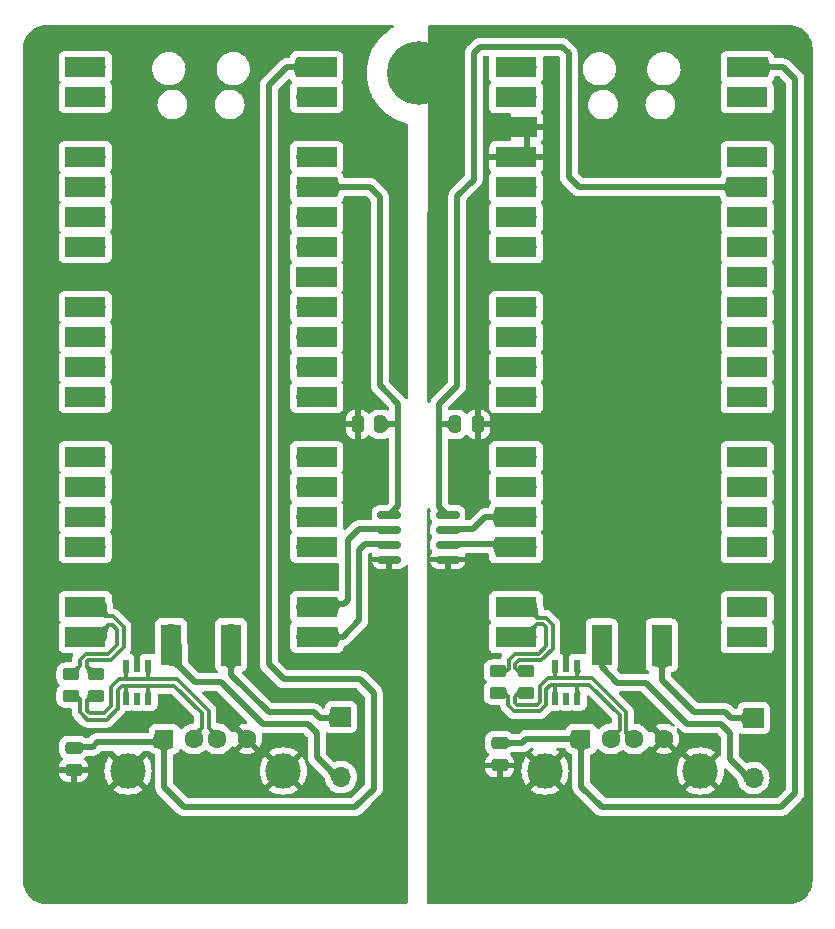
<source format=gbr>
%TF.GenerationSoftware,KiCad,Pcbnew,7.0.9*%
%TF.CreationDate,2024-01-30T21:05:40+01:00*%
%TF.ProjectId,DeskHop_Rev1,4465736b-486f-4705-9f52-6576312e6b69,rev?*%
%TF.SameCoordinates,Original*%
%TF.FileFunction,Copper,L1,Top*%
%TF.FilePolarity,Positive*%
%FSLAX46Y46*%
G04 Gerber Fmt 4.6, Leading zero omitted, Abs format (unit mm)*
G04 Created by KiCad (PCBNEW 7.0.9) date 2024-01-30 21:05:40*
%MOMM*%
%LPD*%
G01*
G04 APERTURE LIST*
G04 Aperture macros list*
%AMRoundRect*
0 Rectangle with rounded corners*
0 $1 Rounding radius*
0 $2 $3 $4 $5 $6 $7 $8 $9 X,Y pos of 4 corners*
0 Add a 4 corners polygon primitive as box body*
4,1,4,$2,$3,$4,$5,$6,$7,$8,$9,$2,$3,0*
0 Add four circle primitives for the rounded corners*
1,1,$1+$1,$2,$3*
1,1,$1+$1,$4,$5*
1,1,$1+$1,$6,$7*
1,1,$1+$1,$8,$9*
0 Add four rect primitives between the rounded corners*
20,1,$1+$1,$2,$3,$4,$5,0*
20,1,$1+$1,$4,$5,$6,$7,0*
20,1,$1+$1,$6,$7,$8,$9,0*
20,1,$1+$1,$8,$9,$2,$3,0*%
G04 Aperture macros list end*
%TA.AperFunction,ComponentPad*%
%ADD10O,1.700000X1.700000*%
%TD*%
%TA.AperFunction,SMDPad,CuDef*%
%ADD11R,3.500000X1.700000*%
%TD*%
%TA.AperFunction,SMDPad,CuDef*%
%ADD12R,1.700000X1.700000*%
%TD*%
%TA.AperFunction,ComponentPad*%
%ADD13R,1.700000X1.700000*%
%TD*%
%TA.AperFunction,SMDPad,CuDef*%
%ADD14R,1.700000X3.500000*%
%TD*%
%TA.AperFunction,SMDPad,CuDef*%
%ADD15RoundRect,0.250000X-0.250000X-0.475000X0.250000X-0.475000X0.250000X0.475000X-0.250000X0.475000X0*%
%TD*%
%TA.AperFunction,ComponentPad*%
%ADD16R,1.600000X1.500000*%
%TD*%
%TA.AperFunction,ComponentPad*%
%ADD17C,1.600000*%
%TD*%
%TA.AperFunction,ComponentPad*%
%ADD18C,3.000000*%
%TD*%
%TA.AperFunction,SMDPad,CuDef*%
%ADD19RoundRect,0.250000X-0.475000X0.250000X-0.475000X-0.250000X0.475000X-0.250000X0.475000X0.250000X0*%
%TD*%
%TA.AperFunction,SMDPad,CuDef*%
%ADD20R,0.550013X1.000000*%
%TD*%
%TA.AperFunction,ComponentPad*%
%ADD21C,3.100000*%
%TD*%
%TA.AperFunction,ConnectorPad*%
%ADD22C,5.400000*%
%TD*%
%TA.AperFunction,SMDPad,CuDef*%
%ADD23RoundRect,0.250000X-0.450000X0.262500X-0.450000X-0.262500X0.450000X-0.262500X0.450000X0.262500X0*%
%TD*%
%TA.AperFunction,SMDPad,CuDef*%
%ADD24RoundRect,0.150000X-0.825000X-0.150000X0.825000X-0.150000X0.825000X0.150000X-0.825000X0.150000X0*%
%TD*%
%TA.AperFunction,SMDPad,CuDef*%
%ADD25RoundRect,0.250000X0.250000X0.475000X-0.250000X0.475000X-0.250000X-0.475000X0.250000X-0.475000X0*%
%TD*%
%TA.AperFunction,Conductor*%
%ADD26C,0.500000*%
%TD*%
%TA.AperFunction,Conductor*%
%ADD27C,0.300000*%
%TD*%
%TA.AperFunction,Conductor*%
%ADD28C,0.550000*%
%TD*%
G04 APERTURE END LIST*
D10*
%TO.P,U1,1,GPIO0*%
%TO.N,unconnected-(U1-GPIO0-Pad1)*%
X76454000Y-44704000D03*
D11*
X75554000Y-44704000D03*
D10*
%TO.P,U1,2,GPIO1*%
%TO.N,unconnected-(U1-GPIO1-Pad2)*%
X76454000Y-47244000D03*
D11*
X75554000Y-47244000D03*
D12*
%TO.P,U1,3,GND*%
%TO.N,GND2*%
X76454000Y-49784000D03*
D11*
X75554000Y-49784000D03*
D10*
%TO.P,U1,4,GPIO2*%
X76454000Y-52324000D03*
D11*
X75554000Y-52324000D03*
D10*
%TO.P,U1,5,GPIO3*%
%TO.N,unconnected-(U1-GPIO3-Pad5)*%
X76454000Y-54864000D03*
D11*
X75554000Y-54864000D03*
D10*
%TO.P,U1,6,GPIO4*%
%TO.N,unconnected-(U1-GPIO4-Pad6)*%
X76454000Y-57404000D03*
D11*
X75554000Y-57404000D03*
D10*
%TO.P,U1,7,GPIO5*%
%TO.N,unconnected-(U1-GPIO5-Pad7)*%
X76454000Y-59944000D03*
D11*
X75554000Y-59944000D03*
D13*
%TO.P,U1,8,GND*%
%TO.N,GND2*%
X76454000Y-62484000D03*
D11*
X75554000Y-62484000D03*
D10*
%TO.P,U1,9,GPIO6*%
%TO.N,unconnected-(U1-GPIO6-Pad9)*%
X76454000Y-65024000D03*
D11*
X75554000Y-65024000D03*
D10*
%TO.P,U1,10,GPIO7*%
%TO.N,unconnected-(U1-GPIO7-Pad10)*%
X76454000Y-67564000D03*
D11*
X75554000Y-67564000D03*
D10*
%TO.P,U1,11,GPIO8*%
%TO.N,unconnected-(U1-GPIO8-Pad11)*%
X76454000Y-70104000D03*
D11*
X75554000Y-70104000D03*
D10*
%TO.P,U1,12,GPIO9*%
%TO.N,unconnected-(U1-GPIO9-Pad12)*%
X76454000Y-72644000D03*
D11*
X75554000Y-72644000D03*
D13*
%TO.P,U1,13,GND*%
%TO.N,GND2*%
X76454000Y-75184000D03*
D11*
X75554000Y-75184000D03*
D10*
%TO.P,U1,14,GPIO10*%
%TO.N,unconnected-(U1-GPIO10-Pad14)*%
X76454000Y-77724000D03*
D11*
X75554000Y-77724000D03*
D10*
%TO.P,U1,15,GPIO11*%
%TO.N,unconnected-(U1-GPIO11-Pad15)*%
X76454000Y-80264000D03*
D11*
X75554000Y-80264000D03*
D10*
%TO.P,U1,16,GPIO12*%
%TO.N,UART A TX*%
X76454000Y-82804000D03*
D11*
X75554000Y-82804000D03*
D10*
%TO.P,U1,17,GPIO13*%
%TO.N,UART A RX*%
X76454000Y-85344000D03*
D11*
X75554000Y-85344000D03*
D13*
%TO.P,U1,18,GND*%
%TO.N,GND2*%
X76454000Y-87884000D03*
D11*
X75554000Y-87884000D03*
D10*
%TO.P,U1,19,GPIO14*%
%TO.N,/AD+*%
X76454000Y-90424000D03*
D11*
X75554000Y-90424000D03*
D10*
%TO.P,U1,20,GPIO15*%
%TO.N,/AD-*%
X76454000Y-92964000D03*
D11*
X75554000Y-92964000D03*
D10*
%TO.P,U1,21,GPIO16*%
%TO.N,unconnected-(U1-GPIO16-Pad21)*%
X94234000Y-92964000D03*
D11*
X95134000Y-92964000D03*
D10*
%TO.P,U1,22,GPIO17*%
%TO.N,unconnected-(U1-GPIO17-Pad22)*%
X94234000Y-90424000D03*
D11*
X95134000Y-90424000D03*
D13*
%TO.P,U1,23,GND*%
%TO.N,GND2*%
X94234000Y-87884000D03*
D11*
X95134000Y-87884000D03*
D10*
%TO.P,U1,24,GPIO18*%
%TO.N,unconnected-(U1-GPIO18-Pad24)*%
X94234000Y-85344000D03*
D11*
X95134000Y-85344000D03*
D10*
%TO.P,U1,25,GPIO19*%
%TO.N,unconnected-(U1-GPIO19-Pad25)*%
X94234000Y-82804000D03*
D11*
X95134000Y-82804000D03*
D10*
%TO.P,U1,26,GPIO20*%
%TO.N,unconnected-(U1-GPIO20-Pad26)*%
X94234000Y-80264000D03*
D11*
X95134000Y-80264000D03*
D10*
%TO.P,U1,27,GPIO21*%
%TO.N,unconnected-(U1-GPIO21-Pad27)*%
X94234000Y-77724000D03*
D11*
X95134000Y-77724000D03*
D13*
%TO.P,U1,28,GND*%
%TO.N,GND2*%
X94234000Y-75184000D03*
D11*
X95134000Y-75184000D03*
D10*
%TO.P,U1,29,GPIO22*%
%TO.N,unconnected-(U1-GPIO22-Pad29)*%
X94234000Y-72644000D03*
D11*
X95134000Y-72644000D03*
D10*
%TO.P,U1,30,RUN*%
%TO.N,unconnected-(U1-RUN-Pad30)*%
X94234000Y-70104000D03*
D11*
X95134000Y-70104000D03*
D10*
%TO.P,U1,31,GPIO26_ADC0*%
%TO.N,unconnected-(U1-GPIO26_ADC0-Pad31)*%
X94234000Y-67564000D03*
D11*
X95134000Y-67564000D03*
D10*
%TO.P,U1,32,GPIO27_ADC1*%
%TO.N,unconnected-(U1-GPIO27_ADC1-Pad32)*%
X94234000Y-65024000D03*
D11*
X95134000Y-65024000D03*
D13*
%TO.P,U1,33,AGND*%
%TO.N,unconnected-(U1-AGND-Pad33)*%
X94234000Y-62484000D03*
D11*
X95134000Y-62484000D03*
D10*
%TO.P,U1,34,GPIO28_ADC2*%
%TO.N,unconnected-(U1-GPIO28_ADC2-Pad34)*%
X94234000Y-59944000D03*
D11*
X95134000Y-59944000D03*
D10*
%TO.P,U1,35,ADC_VREF*%
%TO.N,unconnected-(U1-ADC_VREF-Pad35)*%
X94234000Y-57404000D03*
D11*
X95134000Y-57404000D03*
D10*
%TO.P,U1,36,3V3*%
%TO.N,Net-(U1-3V3)*%
X94234000Y-54864000D03*
D11*
X95134000Y-54864000D03*
D10*
%TO.P,U1,37,3V3_EN*%
%TO.N,unconnected-(U1-3V3_EN-Pad37)*%
X94234000Y-52324000D03*
D11*
X95134000Y-52324000D03*
D13*
%TO.P,U1,38,GND*%
%TO.N,GND2*%
X94234000Y-49784000D03*
D11*
X95134000Y-49784000D03*
D10*
%TO.P,U1,39,VSYS*%
%TO.N,unconnected-(U1-VSYS-Pad39)*%
X94234000Y-47244000D03*
D11*
X95134000Y-47244000D03*
D10*
%TO.P,U1,40,VBUS*%
%TO.N,VBUS1*%
X94234000Y-44704000D03*
D11*
X95134000Y-44704000D03*
D10*
%TO.P,U1,41,SWCLK*%
%TO.N,Net-(J3-Pin_3)*%
X82804000Y-92734000D03*
D14*
X82804000Y-93634000D03*
D13*
%TO.P,U1,42,GND*%
%TO.N,GND2*%
X85344000Y-92734000D03*
D14*
X85344000Y-93634000D03*
D10*
%TO.P,U1,43,SWDIO*%
%TO.N,Net-(J3-Pin_1)*%
X87884000Y-92734000D03*
D14*
X87884000Y-93634000D03*
%TD*%
D10*
%TO.P,U2,1,GPIO0*%
%TO.N,unconnected-(U2-GPIO0-Pad1)*%
X39995523Y-44688249D03*
D11*
X39095523Y-44688249D03*
D10*
%TO.P,U2,2,GPIO1*%
%TO.N,unconnected-(U2-GPIO1-Pad2)*%
X39995523Y-47228249D03*
D11*
X39095523Y-47228249D03*
D13*
%TO.P,U2,3,GND*%
%TO.N,GND*%
X39995523Y-49768249D03*
D11*
X39095523Y-49768249D03*
D10*
%TO.P,U2,4,GPIO2*%
%TO.N,unconnected-(U2-GPIO2-Pad4)*%
X39995523Y-52308249D03*
D11*
X39095523Y-52308249D03*
D10*
%TO.P,U2,5,GPIO3*%
%TO.N,unconnected-(U2-GPIO3-Pad5)*%
X39995523Y-54848249D03*
D11*
X39095523Y-54848249D03*
D10*
%TO.P,U2,6,GPIO4*%
%TO.N,unconnected-(U2-GPIO4-Pad6)*%
X39995523Y-57388249D03*
D11*
X39095523Y-57388249D03*
D10*
%TO.P,U2,7,GPIO5*%
%TO.N,unconnected-(U2-GPIO5-Pad7)*%
X39995523Y-59928249D03*
D11*
X39095523Y-59928249D03*
D13*
%TO.P,U2,8,GND*%
%TO.N,GND*%
X39995523Y-62468249D03*
D11*
X39095523Y-62468249D03*
D10*
%TO.P,U2,9,GPIO6*%
%TO.N,unconnected-(U2-GPIO6-Pad9)*%
X39995523Y-65008249D03*
D11*
X39095523Y-65008249D03*
D10*
%TO.P,U2,10,GPIO7*%
%TO.N,unconnected-(U2-GPIO7-Pad10)*%
X39995523Y-67548249D03*
D11*
X39095523Y-67548249D03*
D10*
%TO.P,U2,11,GPIO8*%
%TO.N,unconnected-(U2-GPIO8-Pad11)*%
X39995523Y-70088249D03*
D11*
X39095523Y-70088249D03*
D10*
%TO.P,U2,12,GPIO9*%
%TO.N,unconnected-(U2-GPIO9-Pad12)*%
X39995523Y-72628249D03*
D11*
X39095523Y-72628249D03*
D13*
%TO.P,U2,13,GND*%
%TO.N,GND*%
X39995523Y-75168249D03*
D11*
X39095523Y-75168249D03*
D10*
%TO.P,U2,14,GPIO10*%
%TO.N,unconnected-(U2-GPIO10-Pad14)*%
X39995523Y-77708249D03*
D11*
X39095523Y-77708249D03*
D10*
%TO.P,U2,15,GPIO11*%
%TO.N,unconnected-(U2-GPIO11-Pad15)*%
X39995523Y-80248249D03*
D11*
X39095523Y-80248249D03*
D10*
%TO.P,U2,16,GPIO12*%
%TO.N,unconnected-(U2-GPIO12-Pad16)*%
X39995523Y-82788249D03*
D11*
X39095523Y-82788249D03*
D10*
%TO.P,U2,17,GPIO13*%
%TO.N,unconnected-(U2-GPIO13-Pad17)*%
X39995523Y-85328249D03*
D11*
X39095523Y-85328249D03*
D13*
%TO.P,U2,18,GND*%
%TO.N,GND*%
X39995523Y-87868249D03*
D11*
X39095523Y-87868249D03*
D10*
%TO.P,U2,19,GPIO14*%
%TO.N,Net-(U2-GPIO14)*%
X39995523Y-90408249D03*
D11*
X39095523Y-90408249D03*
D10*
%TO.P,U2,20,GPIO15*%
%TO.N,Net-(U2-GPIO15)*%
X39995523Y-92948249D03*
D11*
X39095523Y-92948249D03*
D10*
%TO.P,U2,21,GPIO16*%
%TO.N,UART B TX*%
X57775523Y-92948249D03*
D11*
X58675523Y-92948249D03*
D10*
%TO.P,U2,22,GPIO17*%
%TO.N,UART B RX*%
X57775523Y-90408249D03*
D11*
X58675523Y-90408249D03*
D13*
%TO.P,U2,23,GND*%
%TO.N,GND*%
X57775523Y-87868249D03*
D11*
X58675523Y-87868249D03*
D10*
%TO.P,U2,24,GPIO18*%
%TO.N,unconnected-(U2-GPIO18-Pad24)*%
X57775523Y-85328249D03*
D11*
X58675523Y-85328249D03*
D10*
%TO.P,U2,25,GPIO19*%
%TO.N,unconnected-(U2-GPIO19-Pad25)*%
X57775523Y-82788249D03*
D11*
X58675523Y-82788249D03*
D10*
%TO.P,U2,26,GPIO20*%
%TO.N,unconnected-(U2-GPIO20-Pad26)*%
X57775523Y-80248249D03*
D11*
X58675523Y-80248249D03*
D10*
%TO.P,U2,27,GPIO21*%
%TO.N,unconnected-(U2-GPIO21-Pad27)*%
X57775523Y-77708249D03*
D11*
X58675523Y-77708249D03*
D13*
%TO.P,U2,28,GND*%
%TO.N,GND*%
X57775523Y-75168249D03*
D11*
X58675523Y-75168249D03*
D10*
%TO.P,U2,29,GPIO22*%
%TO.N,unconnected-(U2-GPIO22-Pad29)*%
X57775523Y-72628249D03*
D11*
X58675523Y-72628249D03*
D10*
%TO.P,U2,30,RUN*%
%TO.N,unconnected-(U2-RUN-Pad30)*%
X57775523Y-70088249D03*
D11*
X58675523Y-70088249D03*
D10*
%TO.P,U2,31,GPIO26_ADC0*%
%TO.N,unconnected-(U2-GPIO26_ADC0-Pad31)*%
X57775523Y-67548249D03*
D11*
X58675523Y-67548249D03*
D10*
%TO.P,U2,32,GPIO27_ADC1*%
%TO.N,unconnected-(U2-GPIO27_ADC1-Pad32)*%
X57775523Y-65008249D03*
D11*
X58675523Y-65008249D03*
D13*
%TO.P,U2,33,AGND*%
%TO.N,unconnected-(U2-AGND-Pad33)*%
X57775523Y-62468249D03*
D11*
X58675523Y-62468249D03*
D10*
%TO.P,U2,34,GPIO28_ADC2*%
%TO.N,unconnected-(U2-GPIO28_ADC2-Pad34)*%
X57775523Y-59928249D03*
D11*
X58675523Y-59928249D03*
D10*
%TO.P,U2,35,ADC_VREF*%
%TO.N,unconnected-(U2-ADC_VREF-Pad35)*%
X57775523Y-57388249D03*
D11*
X58675523Y-57388249D03*
D10*
%TO.P,U2,36,3V3*%
%TO.N,3V3_BUS2*%
X57775523Y-54848249D03*
D11*
X58675523Y-54848249D03*
D10*
%TO.P,U2,37,3V3_EN*%
%TO.N,unconnected-(U2-3V3_EN-Pad37)*%
X57775523Y-52308249D03*
D11*
X58675523Y-52308249D03*
D13*
%TO.P,U2,38,GND*%
%TO.N,GND*%
X57775523Y-49768249D03*
D11*
X58675523Y-49768249D03*
D10*
%TO.P,U2,39,VSYS*%
%TO.N,unconnected-(U2-VSYS-Pad39)*%
X57775523Y-47228249D03*
D11*
X58675523Y-47228249D03*
D10*
%TO.P,U2,40,VBUS*%
%TO.N,VBUS2*%
X57775523Y-44688249D03*
D11*
X58675523Y-44688249D03*
D10*
%TO.P,U2,41,SWCLK*%
%TO.N,Net-(J2-Pin_3)*%
X46345523Y-92718249D03*
D14*
X46345523Y-93618249D03*
D13*
%TO.P,U2,42,GND*%
%TO.N,GND*%
X48885523Y-92718249D03*
D14*
X48885523Y-93618249D03*
D10*
%TO.P,U2,43,SWDIO*%
%TO.N,Net-(J2-Pin_1)*%
X51425523Y-92718249D03*
D14*
X51425523Y-93618249D03*
%TD*%
D15*
%TO.P,C2,1*%
%TO.N,Net-(U1-3V3)*%
X70424000Y-74930000D03*
%TO.P,C2,2*%
%TO.N,GND2*%
X72324000Y-74930000D03*
%TD*%
D16*
%TO.P,J4,1,VBUS*%
%TO.N,VBUS2*%
X45776000Y-101574000D03*
D17*
%TO.P,J4,2,D-*%
%TO.N,OB-*%
X48276000Y-101574000D03*
%TO.P,J4,3,D+*%
%TO.N,OB+*%
X50276000Y-101574000D03*
%TO.P,J4,4,GND*%
%TO.N,GND*%
X52776000Y-101574000D03*
D18*
%TO.P,J4,5,Shield*%
X42706000Y-104284000D03*
X55846000Y-104284000D03*
%TD*%
D13*
%TO.P,J3,1,Pin_1*%
%TO.N,Net-(J3-Pin_1)*%
X95667537Y-99795757D03*
D10*
%TO.P,J3,2,Pin_2*%
%TO.N,GND2*%
X95667537Y-102335757D03*
%TO.P,J3,3,Pin_3*%
%TO.N,Net-(J3-Pin_3)*%
X95667537Y-104875757D03*
%TD*%
D19*
%TO.P,C4,1*%
%TO.N,VBUS1*%
X74168000Y-101920000D03*
%TO.P,C4,2*%
%TO.N,GND2*%
X74168000Y-103820000D03*
%TD*%
D20*
%TO.P,U3,1,D1+*%
%TO.N,OA+*%
X80756396Y-95359949D03*
%TO.P,U3,2,GND*%
%TO.N,GND2*%
X79806434Y-95359949D03*
%TO.P,U3,3,D2+*%
%TO.N,OA+*%
X78856472Y-95359949D03*
%TO.P,U3,4,D2-*%
%TO.N,OA-*%
X78856472Y-98160051D03*
%TO.P,U3,5,NC*%
%TO.N,unconnected-(U3-NC-Pad5)*%
X79806434Y-98160051D03*
%TO.P,U3,6,D1-*%
%TO.N,OA-*%
X80756396Y-98160051D03*
%TD*%
D21*
%TO.P,H2,1,1*%
%TO.N,GND2*%
X96774000Y-111506000D03*
D22*
X96774000Y-111506000D03*
%TD*%
D23*
%TO.P,R3,2*%
%TO.N,OB-*%
X37846000Y-97940500D03*
%TO.P,R3,1*%
%TO.N,Net-(U2-GPIO15)*%
X37846000Y-96115500D03*
%TD*%
%TO.P,R2,2*%
%TO.N,OA+*%
X76403200Y-97686500D03*
%TO.P,R2,1*%
%TO.N,/AD+*%
X76403200Y-95861500D03*
%TD*%
D16*
%TO.P,J1,1,VBUS*%
%TO.N,VBUS1*%
X81082000Y-101574000D03*
D17*
%TO.P,J1,2,D-*%
%TO.N,OA-*%
X83582000Y-101574000D03*
%TO.P,J1,3,D+*%
%TO.N,OA+*%
X85582000Y-101574000D03*
%TO.P,J1,4,GND*%
%TO.N,GND2*%
X88082000Y-101574000D03*
D18*
%TO.P,J1,5,Shield*%
X78012000Y-104284000D03*
X91152000Y-104284000D03*
%TD*%
D20*
%TO.P,U5,1,D1+*%
%TO.N,OB+*%
X44419860Y-95369949D03*
%TO.P,U5,2,GND*%
%TO.N,GND*%
X43469898Y-95369949D03*
%TO.P,U5,3,D2+*%
%TO.N,OB+*%
X42519936Y-95369949D03*
%TO.P,U5,4,D2-*%
%TO.N,OB-*%
X42519936Y-98170051D03*
%TO.P,U5,5,NC*%
%TO.N,unconnected-(U5-NC-Pad5)*%
X43469898Y-98170051D03*
%TO.P,U5,6,D1-*%
%TO.N,OB-*%
X44419860Y-98170051D03*
%TD*%
D23*
%TO.P,R1,1*%
%TO.N,/AD-*%
X74015600Y-95861500D03*
%TO.P,R1,2*%
%TO.N,OA-*%
X74015600Y-97686500D03*
%TD*%
D21*
%TO.P,H1,1,1*%
%TO.N,GND*%
X37846000Y-111506000D03*
D22*
X37846000Y-111506000D03*
%TD*%
D24*
%TO.P,U4,1,VDD1*%
%TO.N,3V3_BUS2*%
X64835000Y-82571110D03*
%TO.P,U4,2,VOA*%
%TO.N,UART B RX*%
X64835000Y-83841110D03*
%TO.P,U4,3,VIB*%
%TO.N,UART B TX*%
X64835000Y-85111110D03*
%TO.P,U4,4,GND1*%
%TO.N,GND*%
X64835000Y-86381110D03*
%TO.P,U4,5,GND2*%
%TO.N,GND2*%
X69785000Y-86381110D03*
%TO.P,U4,6,VOB*%
%TO.N,UART A RX*%
X69785000Y-85111110D03*
%TO.P,U4,7,VIA*%
%TO.N,UART A TX*%
X69785000Y-83841110D03*
%TO.P,U4,8,VDD2*%
%TO.N,Net-(U1-3V3)*%
X69785000Y-82571110D03*
%TD*%
D23*
%TO.P,R4,1*%
%TO.N,Net-(U2-GPIO14)*%
X40005000Y-96115500D03*
%TO.P,R4,2*%
%TO.N,OB+*%
X40005000Y-97940500D03*
%TD*%
D19*
%TO.P,C3,2*%
%TO.N,GND*%
X38100000Y-104201000D03*
%TO.P,C3,1*%
%TO.N,VBUS2*%
X38100000Y-102301000D03*
%TD*%
D13*
%TO.P,J2,1,Pin_1*%
%TO.N,Net-(J2-Pin_1)*%
X60731042Y-99717876D03*
D10*
%TO.P,J2,2,Pin_2*%
%TO.N,GND*%
X60731042Y-102257876D03*
%TO.P,J2,3,Pin_3*%
%TO.N,Net-(J2-Pin_3)*%
X60731042Y-104797876D03*
%TD*%
D25*
%TO.P,C1,1*%
%TO.N,3V3_BUS2*%
X64069000Y-74930000D03*
%TO.P,C1,2*%
%TO.N,GND*%
X62169000Y-74930000D03*
%TD*%
D21*
%TO.P,H3,1,1*%
%TO.N,GND2*%
X67315520Y-45178990D03*
D22*
X67315520Y-45178990D03*
%TD*%
D26*
%TO.N,VBUS1*%
X98196400Y-44704000D02*
X99212400Y-45720000D01*
X99212400Y-45720000D02*
X99212400Y-106121200D01*
X99212400Y-106121200D02*
X97997903Y-107335697D01*
X97997903Y-107335697D02*
X82817114Y-107335697D01*
X94234000Y-44704000D02*
X98196400Y-44704000D01*
X82817114Y-107335697D02*
X81082000Y-105600583D01*
X81082000Y-105600583D02*
X81082000Y-101574000D01*
D27*
%TO.N,OA-*%
X74015600Y-97686500D02*
X74623300Y-97686500D01*
X74623300Y-97686500D02*
X74888000Y-97951200D01*
X75387982Y-99229000D02*
X76962000Y-99229000D01*
X74888000Y-97951200D02*
X74888000Y-98729018D01*
X74888000Y-98729018D02*
X75387982Y-99229000D01*
%TO.N,OA+*%
X76200000Y-97917000D02*
X76403200Y-97713800D01*
X76403200Y-97686500D02*
X75732000Y-97686500D01*
X75438000Y-98501200D02*
X75615800Y-98679000D01*
X75438000Y-97980500D02*
X75438000Y-98501200D01*
X76403200Y-97713800D02*
X76403200Y-97686500D01*
X75732000Y-97686500D02*
X75438000Y-97980500D01*
X75615800Y-98679000D02*
X77292200Y-98679000D01*
X77292200Y-98679000D02*
X77555000Y-98416200D01*
X77555000Y-98416200D02*
X77555000Y-97095400D01*
X77555000Y-97095400D02*
X78232000Y-96418400D01*
X78232000Y-96418400D02*
X78841600Y-96418400D01*
%TO.N,/AD+*%
X75480000Y-95208000D02*
X75480000Y-95605600D01*
X75480000Y-95605600D02*
X75735900Y-95861500D01*
X75735900Y-95861500D02*
X76403200Y-95861500D01*
%TO.N,/AD-*%
X76454000Y-92964000D02*
X76454000Y-92710000D01*
X76454000Y-92710000D02*
X77301000Y-91863000D01*
X77301000Y-91863000D02*
X77851000Y-91863000D01*
X75438000Y-94361000D02*
X74930000Y-94869000D01*
X77851000Y-91863000D02*
X78105000Y-92117000D01*
X78105000Y-93726000D02*
X77470000Y-94361000D01*
X78105000Y-92117000D02*
X78105000Y-93726000D01*
X77470000Y-94361000D02*
X75438000Y-94361000D01*
X74930000Y-94869000D02*
X74930000Y-95631000D01*
X74930000Y-95631000D02*
X74699500Y-95861500D01*
X74699500Y-95861500D02*
X74015600Y-95861500D01*
%TO.N,OA-*%
X76962000Y-99229000D02*
X77605800Y-99229000D01*
X78105000Y-98729800D02*
X78105000Y-97358200D01*
X78105000Y-97358200D02*
X78494800Y-96968400D01*
X77605800Y-99229000D02*
X78105000Y-98729800D01*
X78494800Y-96968400D02*
X78892400Y-96968400D01*
X78892400Y-96968400D02*
X80763200Y-96968400D01*
X78856472Y-98160051D02*
X78856472Y-97004328D01*
X78856472Y-97004328D02*
X78892400Y-96968400D01*
%TO.N,OA+*%
X78856472Y-96403528D02*
X78841600Y-96418400D01*
X78841600Y-96418400D02*
X80822800Y-96418400D01*
X78856472Y-95359949D02*
X78856472Y-96403528D01*
%TO.N,OB-*%
X42291000Y-97070000D02*
X42519600Y-97070000D01*
X42519600Y-97070000D02*
X44238000Y-97070000D01*
X42519936Y-98170051D02*
X42519936Y-97070336D01*
X42519936Y-97070336D02*
X42519600Y-97070000D01*
%TO.N,OB+*%
X41964895Y-96520000D02*
X42519600Y-96520000D01*
X42519600Y-96520000D02*
X44450000Y-96520000D01*
X42519936Y-95369949D02*
X42519936Y-96519664D01*
X42519936Y-96519664D02*
X42519600Y-96520000D01*
X44450000Y-96520000D02*
X46863000Y-96520000D01*
X46863000Y-96520000D02*
X49521200Y-99178200D01*
X49521200Y-99178200D02*
X49521200Y-100626000D01*
X49521200Y-100626000D02*
X50276000Y-101380800D01*
X50276000Y-101380800D02*
X50276000Y-101574000D01*
%TO.N,OB-*%
X44450000Y-97070000D02*
X46635182Y-97070000D01*
X46635182Y-97070000D02*
X48971200Y-99406018D01*
X48971200Y-100634800D02*
X48276000Y-101330000D01*
X48971200Y-99406018D02*
X48971200Y-100634800D01*
X48276000Y-101330000D02*
X48276000Y-101574000D01*
%TO.N,OB+*%
X39600500Y-97940500D02*
X39243000Y-98298000D01*
X39243000Y-99171182D02*
X39470818Y-99399000D01*
X41294930Y-97189964D02*
X41964895Y-96520000D01*
X39243000Y-98298000D02*
X39243000Y-99171182D01*
X39470818Y-99399000D02*
X40666182Y-99399000D01*
X40005000Y-97940500D02*
X39600500Y-97940500D01*
X40666182Y-99399000D02*
X41294930Y-98770252D01*
X41294930Y-98770252D02*
X41294930Y-97189964D01*
%TO.N,Net-(U2-GPIO14)*%
X39995523Y-90408249D02*
X40773274Y-91186000D01*
X40773274Y-91186000D02*
X41417818Y-91186000D01*
X39343818Y-94911000D02*
X39243000Y-95011818D01*
X42333000Y-93826818D02*
X41248817Y-94911000D01*
X39869966Y-96115500D02*
X40005000Y-96115500D01*
X41417818Y-91186000D02*
X42333000Y-92101183D01*
X42333000Y-92101183D02*
X42333000Y-93826818D01*
X41248817Y-94911000D02*
X39343818Y-94911000D01*
X39243000Y-95011818D02*
X39243000Y-95488534D01*
X39243000Y-95488534D02*
X39869966Y-96115500D01*
%TO.N,OA+*%
X80822800Y-96418400D02*
X81991200Y-96418400D01*
X81991200Y-96418400D02*
X84878000Y-99305200D01*
X84878000Y-99305200D02*
X84878000Y-100870000D01*
X84878000Y-100870000D02*
X85582000Y-101574000D01*
%TO.N,OA-*%
X80763200Y-96968400D02*
X80772000Y-96977200D01*
D26*
%TO.N,UART B TX*%
X57775523Y-92948249D02*
X60874151Y-92948249D01*
X62280800Y-91541600D02*
X62280800Y-85598000D01*
X62280800Y-85598000D02*
X62788800Y-85090000D01*
X60874151Y-92948249D02*
X62280800Y-91541600D01*
X62788800Y-85090000D02*
X64900000Y-85090000D01*
%TO.N,UART B RX*%
X62230000Y-83820000D02*
X64900000Y-83820000D01*
X61315600Y-84734400D02*
X62230000Y-83820000D01*
X60960000Y-90170000D02*
X61315600Y-89814400D01*
X58013772Y-90170000D02*
X60960000Y-90170000D01*
X61315600Y-89814400D02*
X61315600Y-84734400D01*
X57775523Y-90408249D02*
X58013772Y-90170000D01*
%TO.N,Net-(U1-3V3)*%
X69041691Y-74877665D02*
X69041691Y-81909731D01*
X69041691Y-81909731D02*
X69703070Y-82571110D01*
D27*
%TO.N,OA+*%
X80756396Y-96351996D02*
X80822800Y-96418400D01*
X80756396Y-95359949D02*
X80756396Y-96351996D01*
%TO.N,OA-*%
X80756396Y-98160051D02*
X80756396Y-96992804D01*
X80772000Y-96977200D02*
X81772182Y-96977200D01*
X80756396Y-96992804D02*
X80772000Y-96977200D01*
X81772182Y-96977200D02*
X84328000Y-99533018D01*
X84328000Y-100828000D02*
X83582000Y-101574000D01*
X84328000Y-99533018D02*
X84328000Y-100828000D01*
X76962000Y-99229000D02*
X77089000Y-99229000D01*
%TO.N,/AD+*%
X77697817Y-94911000D02*
X78655000Y-93953818D01*
X75480000Y-95208000D02*
X75777000Y-94911000D01*
X75777000Y-94911000D02*
X77697817Y-94911000D01*
X77343000Y-91313000D02*
X76454000Y-90424000D01*
X78655000Y-93953818D02*
X78655000Y-91889183D01*
X78655000Y-91889183D02*
X78078818Y-91313000D01*
X78078818Y-91313000D02*
X77343000Y-91313000D01*
D26*
%TO.N,VBUS2*%
X45776000Y-101574000D02*
X45496000Y-101854000D01*
X40080000Y-101854000D02*
X39699000Y-102235000D01*
X39699000Y-102235000D02*
X38100000Y-102235000D01*
X45496000Y-101854000D02*
X40080000Y-101854000D01*
D27*
%TO.N,OB-*%
X44450000Y-97070000D02*
X44419860Y-97100140D01*
X44238000Y-97070000D02*
X44450000Y-97070000D01*
X44419860Y-97100140D02*
X44419860Y-98170051D01*
X41844930Y-98998070D02*
X41844930Y-97417782D01*
X42192712Y-97070000D02*
X42291000Y-97070000D01*
X41844930Y-97417782D02*
X42192712Y-97070000D01*
X41783000Y-99060000D02*
X41844930Y-98998070D01*
X40513000Y-99949000D02*
X40894000Y-99949000D01*
X38608000Y-99314000D02*
X38862000Y-99568000D01*
X38608000Y-98171000D02*
X38608000Y-99314000D01*
X37846000Y-97940500D02*
X38377500Y-97940500D01*
X40894000Y-99949000D02*
X41783000Y-99060000D01*
X38377500Y-97940500D02*
X38608000Y-98171000D01*
X38862000Y-99568000D02*
X39243000Y-99949000D01*
X39243000Y-99949000D02*
X40513000Y-99949000D01*
%TO.N,Net-(U2-GPIO15)*%
X39995523Y-92948249D02*
X40995772Y-91948000D01*
X40995772Y-91948000D02*
X41402000Y-91948000D01*
X41402000Y-91948000D02*
X41783000Y-92329000D01*
X41783000Y-92329000D02*
X41783000Y-93599000D01*
X41783000Y-93599000D02*
X41021000Y-94361000D01*
X38608000Y-94869000D02*
X38608000Y-95377000D01*
X41021000Y-94361000D02*
X39116000Y-94361000D01*
X39116000Y-94361000D02*
X38608000Y-94869000D01*
X38608000Y-95377000D02*
X37869500Y-96115500D01*
X37869500Y-96115500D02*
X37846000Y-96115500D01*
D26*
%TO.N,Net-(J3-Pin_3)*%
X82789000Y-93511000D02*
X82804000Y-93496000D01*
X92912787Y-100330000D02*
X93653332Y-101070545D01*
X82804000Y-93496000D02*
X82804000Y-95504000D01*
X82804000Y-95504000D02*
X84096249Y-96796249D01*
X84096249Y-96796249D02*
X86530911Y-96796249D01*
X86530911Y-96796249D02*
X90064662Y-100330000D01*
X90064662Y-100330000D02*
X92912787Y-100330000D01*
X93653332Y-101070545D02*
X93653332Y-103305332D01*
X93653332Y-103305332D02*
X95250000Y-104902000D01*
%TO.N,Net-(J2-Pin_3)*%
X46345523Y-92718249D02*
X46345523Y-94725704D01*
X57906000Y-100324000D02*
X58674000Y-101092000D01*
X46345523Y-94725704D02*
X48393819Y-96774000D01*
X48393819Y-96774000D02*
X50546000Y-96774000D01*
X50546000Y-96774000D02*
X54096000Y-100324000D01*
X54096000Y-100324000D02*
X57906000Y-100324000D01*
X58674000Y-101092000D02*
X58674000Y-103124000D01*
X58674000Y-103124000D02*
X60452000Y-104902000D01*
D27*
%TO.N,OB+*%
X44419860Y-95369949D02*
X44419860Y-96489860D01*
X44419860Y-96489860D02*
X44450000Y-96520000D01*
D28*
%TO.N,GND*%
X43475845Y-95436448D02*
X43475845Y-93900000D01*
D26*
X58013772Y-74930000D02*
X57775523Y-75168249D01*
X61937500Y-74930000D02*
X58013772Y-74930000D01*
%TO.N,Net-(J2-Pin_1)*%
X58420000Y-99314000D02*
X54610000Y-99314000D01*
X60452000Y-99822000D02*
X58928000Y-99822000D01*
X58928000Y-99822000D02*
X58420000Y-99314000D01*
X51425523Y-96129523D02*
X51425523Y-92718249D01*
X54610000Y-99314000D02*
X51425523Y-96129523D01*
%TO.N,Net-(J3-Pin_1)*%
X90637377Y-99309705D02*
X87884000Y-96556328D01*
X87884000Y-93496000D02*
X87869000Y-93511000D01*
X95250000Y-99837000D02*
X93761955Y-99837000D01*
X87884000Y-96556328D02*
X87884000Y-93496000D01*
X93761955Y-99837000D02*
X93234660Y-99309705D01*
X93234660Y-99309705D02*
X90637377Y-99309705D01*
%TO.N,Net-(U1-3V3)*%
X94234000Y-54864000D02*
X80899000Y-54864000D01*
X70583420Y-55591080D02*
X70583420Y-71656580D01*
X69094026Y-74930000D02*
X70424000Y-74930000D01*
X69041691Y-73198309D02*
X69041691Y-74877665D01*
X79465248Y-42986085D02*
X72471650Y-42986085D01*
X71965520Y-54208980D02*
X70583420Y-55591080D01*
X80010000Y-43530837D02*
X79465248Y-42986085D01*
X80899000Y-54864000D02*
X80010000Y-53975000D01*
X80010000Y-53975000D02*
X80010000Y-43530837D01*
X71965520Y-43492215D02*
X71965520Y-54208980D01*
X70583420Y-71656580D02*
X69041691Y-73198309D01*
X69041691Y-74877665D02*
X69094026Y-74930000D01*
X72471650Y-42986085D02*
X71965520Y-43492215D01*
%TO.N,3V3_BUS2*%
X65572536Y-74929999D02*
X65572536Y-81877464D01*
X64069000Y-74930000D02*
X65572536Y-74929999D01*
X65572536Y-73192536D02*
X65572536Y-74929999D01*
X64026291Y-71646291D02*
X65572536Y-73192536D01*
X65572536Y-81877464D02*
X64900000Y-82550000D01*
X64026291Y-55662582D02*
X64026291Y-71646291D01*
X63211958Y-54848249D02*
X64026291Y-55662582D01*
X57775523Y-54848249D02*
X63211958Y-54848249D01*
%TO.N,VBUS2*%
X62367055Y-96520000D02*
X63500000Y-97652945D01*
X63500000Y-105774948D02*
X61957520Y-107317428D01*
X57775523Y-44688249D02*
X56149751Y-44688249D01*
X45776000Y-105668629D02*
X45776000Y-101574000D01*
X61957520Y-107317428D02*
X47424799Y-107317428D01*
X63500000Y-97652945D02*
X63500000Y-105774948D01*
X54610000Y-46228000D02*
X54610000Y-95250000D01*
X47424799Y-107317428D02*
X45776000Y-105668629D01*
X54610000Y-95250000D02*
X55880000Y-96520000D01*
X55880000Y-96520000D02*
X62367055Y-96520000D01*
X56149751Y-44688249D02*
X54610000Y-46228000D01*
%TO.N,VBUS1*%
X76428000Y-101574000D02*
X81082000Y-101574000D01*
X74168000Y-101920000D02*
X76082000Y-101920000D01*
X76082000Y-101920000D02*
X76428000Y-101574000D01*
X74168000Y-101920000D02*
X73726000Y-101920000D01*
%TO.N,GND2*%
X79806434Y-94186434D02*
X79800000Y-94180000D01*
D28*
X79806434Y-95449591D02*
X79806434Y-94186434D01*
D26*
X72166691Y-74877665D02*
X76147665Y-74877665D01*
%TO.N,UART A TX*%
X69850000Y-83820000D02*
X71949721Y-83820000D01*
X71949721Y-83820000D02*
X72965721Y-82804000D01*
X72965721Y-82804000D02*
X76454000Y-82804000D01*
%TO.N,UART A RX*%
X69850000Y-85090000D02*
X76200000Y-85090000D01*
X76180000Y-85270000D02*
X76434000Y-85524000D01*
%TD*%
%TA.AperFunction,Conductor*%
%TO.N,GND2*%
G36*
X86232407Y-97574434D02*
G01*
X86253049Y-97591068D01*
X88971021Y-100309040D01*
X89004506Y-100370363D01*
X88999522Y-100440055D01*
X88957650Y-100495988D01*
X88892186Y-100520405D01*
X88823913Y-100505553D01*
X88812216Y-100498296D01*
X88734482Y-100443866D01*
X88528326Y-100347734D01*
X88528317Y-100347730D01*
X88308610Y-100288860D01*
X88308599Y-100288858D01*
X88082002Y-100269034D01*
X88081998Y-100269034D01*
X87855400Y-100288858D01*
X87855389Y-100288860D01*
X87635682Y-100347730D01*
X87635673Y-100347734D01*
X87429513Y-100443868D01*
X87356526Y-100494973D01*
X87971548Y-101109995D01*
X87946801Y-101113554D01*
X87822555Y-101170295D01*
X87719327Y-101259742D01*
X87645481Y-101374649D01*
X87619064Y-101464617D01*
X87002973Y-100848526D01*
X87002972Y-100848527D01*
X86951867Y-100921513D01*
X86949070Y-100927513D01*
X86902897Y-100979951D01*
X86835703Y-100999102D01*
X86768822Y-100978885D01*
X86724307Y-100927511D01*
X86721790Y-100922113D01*
X86719523Y-100917251D01*
X86588198Y-100729700D01*
X86426300Y-100567802D01*
X86238749Y-100436477D01*
X86238745Y-100436475D01*
X86031249Y-100339718D01*
X86031238Y-100339714D01*
X85810089Y-100280457D01*
X85810082Y-100280456D01*
X85649692Y-100266424D01*
X85584624Y-100240971D01*
X85543645Y-100184380D01*
X85536500Y-100142896D01*
X85536500Y-99391591D01*
X85538282Y-99375448D01*
X85538055Y-99375427D01*
X85538787Y-99367669D01*
X85538789Y-99367663D01*
X85536500Y-99294839D01*
X85536500Y-99263768D01*
X85535564Y-99256366D01*
X85535107Y-99250553D01*
X85534990Y-99246837D01*
X85533562Y-99201369D01*
X85527535Y-99180626D01*
X85523590Y-99161577D01*
X85520882Y-99140136D01*
X85502763Y-99094372D01*
X85500872Y-99088848D01*
X85498470Y-99080582D01*
X85487145Y-99041600D01*
X85476149Y-99023008D01*
X85467589Y-99005535D01*
X85460252Y-98987003D01*
X85459635Y-98985444D01*
X85459631Y-98985438D01*
X85430711Y-98945634D01*
X85427502Y-98940749D01*
X85407102Y-98906255D01*
X85402453Y-98898393D01*
X85402449Y-98898389D01*
X85402446Y-98898385D01*
X85387175Y-98883114D01*
X85374537Y-98868318D01*
X85361839Y-98850840D01*
X85323921Y-98819472D01*
X85319598Y-98815538D01*
X84270490Y-97766430D01*
X84237005Y-97705107D01*
X84241989Y-97635415D01*
X84283861Y-97579482D01*
X84349325Y-97555065D01*
X84358171Y-97554749D01*
X86165368Y-97554749D01*
X86232407Y-97574434D01*
G37*
%TD.AperFunction*%
%TA.AperFunction,Conductor*%
G36*
X98691593Y-41110757D02*
G01*
X98943239Y-41127247D01*
X98951279Y-41128304D01*
X99196625Y-41177104D01*
X99204464Y-41179205D01*
X99441333Y-41259609D01*
X99448834Y-41262716D01*
X99673181Y-41373350D01*
X99680207Y-41377406D01*
X99854674Y-41493979D01*
X99888199Y-41516380D01*
X99894634Y-41521318D01*
X99962233Y-41580600D01*
X100082705Y-41686251D01*
X100088445Y-41691992D01*
X100253379Y-41880061D01*
X100258321Y-41886502D01*
X100397286Y-42094479D01*
X100401345Y-42101510D01*
X100511982Y-42325861D01*
X100515089Y-42333362D01*
X100595492Y-42570230D01*
X100597594Y-42578072D01*
X100646392Y-42823409D01*
X100647452Y-42831459D01*
X100663940Y-43083058D01*
X100664073Y-43087113D01*
X100664073Y-113564339D01*
X100663940Y-113568394D01*
X100647449Y-113820040D01*
X100646390Y-113828090D01*
X100597592Y-114073424D01*
X100595490Y-114081267D01*
X100515087Y-114318135D01*
X100511980Y-114325636D01*
X100401345Y-114549983D01*
X100397286Y-114557014D01*
X100258317Y-114764997D01*
X100253375Y-114771438D01*
X100088445Y-114959505D01*
X100082704Y-114965246D01*
X99894634Y-115130178D01*
X99888193Y-115135120D01*
X99680216Y-115274085D01*
X99673185Y-115278144D01*
X99448834Y-115388780D01*
X99441333Y-115391887D01*
X99204464Y-115472291D01*
X99196622Y-115474392D01*
X98951288Y-115523189D01*
X98943239Y-115524249D01*
X98691572Y-115540742D01*
X98687517Y-115540875D01*
X68155298Y-115540875D01*
X68088259Y-115521190D01*
X68042504Y-115468386D01*
X68031298Y-115416806D01*
X68031314Y-115388780D01*
X68032016Y-114129843D01*
X68037621Y-104070000D01*
X72943001Y-104070000D01*
X72943001Y-104119986D01*
X72953494Y-104222697D01*
X73008641Y-104389119D01*
X73008643Y-104389124D01*
X73100684Y-104538345D01*
X73224654Y-104662315D01*
X73373875Y-104754356D01*
X73373880Y-104754358D01*
X73540302Y-104809505D01*
X73540309Y-104809506D01*
X73643019Y-104819999D01*
X73917999Y-104819999D01*
X73918000Y-104819998D01*
X73918000Y-104070000D01*
X74418000Y-104070000D01*
X74418000Y-104819999D01*
X74692972Y-104819999D01*
X74692986Y-104819998D01*
X74795697Y-104809505D01*
X74962119Y-104754358D01*
X74962124Y-104754356D01*
X75111345Y-104662315D01*
X75235315Y-104538345D01*
X75327356Y-104389124D01*
X75327358Y-104389119D01*
X75382505Y-104222697D01*
X75382506Y-104222690D01*
X75392999Y-104119986D01*
X75393000Y-104119973D01*
X75393000Y-104070000D01*
X74418000Y-104070000D01*
X73918000Y-104070000D01*
X72943001Y-104070000D01*
X68037621Y-104070000D01*
X68041004Y-97999537D01*
X72807100Y-97999537D01*
X72807101Y-97999553D01*
X72817713Y-98103426D01*
X72873485Y-98271738D01*
X72966570Y-98422652D01*
X73091948Y-98548030D01*
X73242862Y-98641115D01*
X73411174Y-98696887D01*
X73515055Y-98707500D01*
X74108333Y-98707499D01*
X74175372Y-98727183D01*
X74221127Y-98779987D01*
X74232271Y-98827594D01*
X74232436Y-98832837D01*
X74232438Y-98832850D01*
X74238464Y-98853595D01*
X74242407Y-98872636D01*
X74245116Y-98894071D01*
X74245117Y-98894075D01*
X74245118Y-98894082D01*
X74261284Y-98934915D01*
X74263234Y-98939840D01*
X74265125Y-98945366D01*
X74278854Y-98992616D01*
X74289850Y-99011209D01*
X74298410Y-99028683D01*
X74306363Y-99048772D01*
X74313660Y-99058815D01*
X74329475Y-99080582D01*
X74335289Y-99088583D01*
X74338490Y-99093455D01*
X74363547Y-99135825D01*
X74363551Y-99135829D01*
X74378821Y-99151099D01*
X74391459Y-99165895D01*
X74404159Y-99183375D01*
X74404163Y-99183379D01*
X74442078Y-99214745D01*
X74446389Y-99218667D01*
X74660198Y-99432475D01*
X74861262Y-99633539D01*
X74871418Y-99646215D01*
X74871594Y-99646070D01*
X74876566Y-99652080D01*
X74929683Y-99701960D01*
X74951649Y-99723926D01*
X74956904Y-99728002D01*
X74957529Y-99728487D01*
X74961972Y-99732282D01*
X74997847Y-99765971D01*
X74997849Y-99765972D01*
X75016776Y-99776377D01*
X75033036Y-99787057D01*
X75050113Y-99800304D01*
X75095283Y-99819851D01*
X75100519Y-99822415D01*
X75143645Y-99846124D01*
X75163649Y-99851260D01*
X75164568Y-99851496D01*
X75182973Y-99857797D01*
X75202805Y-99866379D01*
X75251435Y-99874081D01*
X75257104Y-99875255D01*
X75304794Y-99887500D01*
X75326400Y-99887500D01*
X75345798Y-99889026D01*
X75367133Y-99892406D01*
X75412246Y-99888141D01*
X75416123Y-99887775D01*
X75421961Y-99887500D01*
X76878812Y-99887500D01*
X77130432Y-99887500D01*
X77519409Y-99887500D01*
X77535546Y-99889281D01*
X77535568Y-99889054D01*
X77543334Y-99889788D01*
X77543336Y-99889787D01*
X77543337Y-99889788D01*
X77616142Y-99887500D01*
X77647232Y-99887500D01*
X77654623Y-99886566D01*
X77660451Y-99886107D01*
X77709631Y-99884562D01*
X77730383Y-99878532D01*
X77749421Y-99874590D01*
X77770864Y-99871882D01*
X77816634Y-99853760D01*
X77822148Y-99851873D01*
X77848675Y-99844165D01*
X77869400Y-99838145D01*
X77887996Y-99827146D01*
X77905464Y-99818589D01*
X77925556Y-99810635D01*
X77965382Y-99781698D01*
X77970241Y-99778506D01*
X78012607Y-99753453D01*
X78027890Y-99738168D01*
X78042673Y-99725542D01*
X78060157Y-99712841D01*
X78091532Y-99674913D01*
X78095446Y-99670612D01*
X78509541Y-99256516D01*
X78522215Y-99246364D01*
X78522069Y-99246188D01*
X78528074Y-99241219D01*
X78528080Y-99241216D01*
X78559583Y-99207668D01*
X78619823Y-99172273D01*
X78649976Y-99168551D01*
X79180117Y-99168551D01*
X79180133Y-99168550D01*
X79218039Y-99164474D01*
X79240680Y-99162040D01*
X79288122Y-99144344D01*
X79357810Y-99139361D01*
X79374775Y-99144341D01*
X79422226Y-99162040D01*
X79439206Y-99163865D01*
X79482772Y-99168550D01*
X79482789Y-99168551D01*
X80130079Y-99168551D01*
X80130095Y-99168550D01*
X80168001Y-99164474D01*
X80190642Y-99162040D01*
X80238084Y-99144344D01*
X80307772Y-99139361D01*
X80324737Y-99144341D01*
X80372188Y-99162040D01*
X80389168Y-99163865D01*
X80432734Y-99168550D01*
X80432751Y-99168551D01*
X81080041Y-99168551D01*
X81080057Y-99168550D01*
X81107095Y-99165642D01*
X81140604Y-99162040D01*
X81277607Y-99110940D01*
X81394664Y-99023312D01*
X81482292Y-98906255D01*
X81533392Y-98769252D01*
X81537915Y-98727183D01*
X81539902Y-98708705D01*
X81539903Y-98708688D01*
X81539903Y-97975542D01*
X81559588Y-97908503D01*
X81612392Y-97862748D01*
X81681550Y-97852804D01*
X81745106Y-97881829D01*
X81751584Y-97887861D01*
X83633181Y-99769458D01*
X83666666Y-99830781D01*
X83669500Y-99857139D01*
X83669500Y-100139221D01*
X83649815Y-100206260D01*
X83597011Y-100252015D01*
X83556308Y-100262749D01*
X83353917Y-100280456D01*
X83353910Y-100280457D01*
X83132761Y-100339714D01*
X83132750Y-100339718D01*
X82925254Y-100436475D01*
X82925252Y-100436476D01*
X82890601Y-100460739D01*
X82744737Y-100562875D01*
X82737699Y-100567803D01*
X82576579Y-100728923D01*
X82515256Y-100762407D01*
X82445564Y-100757423D01*
X82389631Y-100715551D01*
X82372717Y-100684576D01*
X82344709Y-100609486D01*
X82332889Y-100577796D01*
X82245261Y-100460739D01*
X82128204Y-100373111D01*
X81991203Y-100322011D01*
X81930654Y-100315500D01*
X81930638Y-100315500D01*
X80233362Y-100315500D01*
X80233345Y-100315500D01*
X80172797Y-100322011D01*
X80172795Y-100322011D01*
X80035795Y-100373111D01*
X79918739Y-100460739D01*
X79831111Y-100577795D01*
X79831110Y-100577796D01*
X79800671Y-100659403D01*
X79798771Y-100663941D01*
X79785023Y-100693419D01*
X79785022Y-100693423D01*
X79774754Y-100727386D01*
X79736510Y-100785860D01*
X79672724Y-100814375D01*
X79656060Y-100815500D01*
X76492294Y-100815500D01*
X76474324Y-100814191D01*
X76450206Y-100810658D01*
X76404651Y-100814645D01*
X76397573Y-100815264D01*
X76392172Y-100815500D01*
X76383819Y-100815500D01*
X76350903Y-100819347D01*
X76273574Y-100826112D01*
X76266506Y-100827572D01*
X76266496Y-100827528D01*
X76258906Y-100829210D01*
X76258917Y-100829254D01*
X76251893Y-100830919D01*
X76251887Y-100830920D01*
X76251887Y-100830921D01*
X76242026Y-100834510D01*
X76178933Y-100857473D01*
X76105257Y-100881887D01*
X76098720Y-100884936D01*
X76098700Y-100884894D01*
X76091696Y-100888285D01*
X76091717Y-100888326D01*
X76085269Y-100891564D01*
X76020394Y-100934233D01*
X75954352Y-100974967D01*
X75948683Y-100979450D01*
X75948653Y-100979413D01*
X75942627Y-100984322D01*
X75942657Y-100984357D01*
X75937132Y-100988993D01*
X75937126Y-100988998D01*
X75937126Y-100988999D01*
X75883836Y-101045482D01*
X75804137Y-101125181D01*
X75742814Y-101158666D01*
X75716456Y-101161500D01*
X75258544Y-101161500D01*
X75191505Y-101141815D01*
X75170863Y-101125181D01*
X75116653Y-101070971D01*
X75116652Y-101070970D01*
X75016211Y-101009017D01*
X74965740Y-100977886D01*
X74965735Y-100977884D01*
X74797427Y-100922113D01*
X74693546Y-100911500D01*
X73642462Y-100911500D01*
X73642446Y-100911501D01*
X73538572Y-100922113D01*
X73370264Y-100977884D01*
X73370259Y-100977886D01*
X73219346Y-101070971D01*
X73093971Y-101196346D01*
X73000886Y-101347259D01*
X73000884Y-101347264D01*
X72945113Y-101515572D01*
X72934500Y-101619447D01*
X72934500Y-102220537D01*
X72934501Y-102220553D01*
X72945113Y-102324427D01*
X73000884Y-102492735D01*
X73000886Y-102492740D01*
X73015188Y-102515927D01*
X73093970Y-102643652D01*
X73219348Y-102769030D01*
X73220031Y-102769451D01*
X73220401Y-102769863D01*
X73225015Y-102773511D01*
X73224391Y-102774298D01*
X73266759Y-102821397D01*
X73277984Y-102890359D01*
X73250144Y-102954442D01*
X73229582Y-102972264D01*
X73230323Y-102973202D01*
X73224655Y-102977683D01*
X73100684Y-103101654D01*
X73008643Y-103250875D01*
X73008641Y-103250880D01*
X72953494Y-103417302D01*
X72953493Y-103417309D01*
X72943000Y-103520013D01*
X72943000Y-103570000D01*
X75392999Y-103570000D01*
X75392999Y-103520028D01*
X75392998Y-103520013D01*
X75382505Y-103417302D01*
X75327358Y-103250880D01*
X75327356Y-103250875D01*
X75235315Y-103101654D01*
X75111344Y-102977683D01*
X75105677Y-102973202D01*
X75107404Y-102971016D01*
X75069240Y-102928589D01*
X75058015Y-102859627D01*
X75085855Y-102795543D01*
X75111106Y-102773664D01*
X75110985Y-102773511D01*
X75114401Y-102770809D01*
X75115969Y-102769451D01*
X75116652Y-102769030D01*
X75170863Y-102714819D01*
X75232186Y-102681334D01*
X75258544Y-102678500D01*
X76017706Y-102678500D01*
X76035676Y-102679809D01*
X76038174Y-102680174D01*
X76059789Y-102683341D01*
X76112426Y-102678735D01*
X76117828Y-102678500D01*
X76126175Y-102678500D01*
X76126180Y-102678500D01*
X76149835Y-102675734D01*
X76159096Y-102674652D01*
X76236419Y-102667888D01*
X76236422Y-102667887D01*
X76236426Y-102667887D01*
X76236429Y-102667885D01*
X76243493Y-102666427D01*
X76243502Y-102666474D01*
X76251097Y-102664790D01*
X76251087Y-102664744D01*
X76258107Y-102663079D01*
X76258113Y-102663079D01*
X76331065Y-102636526D01*
X76404738Y-102612114D01*
X76404746Y-102612108D01*
X76411284Y-102609061D01*
X76411305Y-102609106D01*
X76418302Y-102605719D01*
X76418280Y-102605675D01*
X76424729Y-102602436D01*
X76424728Y-102602436D01*
X76424732Y-102602435D01*
X76489605Y-102559766D01*
X76555651Y-102519030D01*
X76555655Y-102519025D01*
X76561319Y-102514548D01*
X76561350Y-102514587D01*
X76567374Y-102509680D01*
X76567342Y-102509642D01*
X76572869Y-102505003D01*
X76572874Y-102505001D01*
X76573554Y-102504281D01*
X76626163Y-102448517D01*
X76705863Y-102368818D01*
X76767187Y-102335334D01*
X76793544Y-102332500D01*
X76926881Y-102332500D01*
X76993920Y-102352185D01*
X77039675Y-102404989D01*
X77049619Y-102474147D01*
X77020594Y-102537703D01*
X76986308Y-102565332D01*
X76927961Y-102597191D01*
X76927953Y-102597196D01*
X76785437Y-102703882D01*
X76785436Y-102703883D01*
X77392389Y-103310835D01*
X77233931Y-103430499D01*
X77090348Y-103588001D01*
X77041439Y-103666992D01*
X76431883Y-103057436D01*
X76431882Y-103057437D01*
X76325196Y-103199953D01*
X76325191Y-103199961D01*
X76188091Y-103451041D01*
X76088109Y-103719104D01*
X76027300Y-103998637D01*
X76006891Y-104283998D01*
X76006891Y-104284001D01*
X76027300Y-104569362D01*
X76088109Y-104848895D01*
X76188091Y-105116958D01*
X76325191Y-105368038D01*
X76325196Y-105368046D01*
X76431882Y-105510561D01*
X76431883Y-105510562D01*
X77041438Y-104901006D01*
X77090348Y-104979999D01*
X77233931Y-105137501D01*
X77392388Y-105257163D01*
X76785436Y-105864115D01*
X76927960Y-105970807D01*
X76927961Y-105970808D01*
X77179042Y-106107908D01*
X77179041Y-106107908D01*
X77447104Y-106207890D01*
X77726637Y-106268699D01*
X78011999Y-106289109D01*
X78012001Y-106289109D01*
X78297362Y-106268699D01*
X78576895Y-106207890D01*
X78844958Y-106107908D01*
X79096047Y-105970803D01*
X79238561Y-105864116D01*
X79238562Y-105864115D01*
X78631611Y-105257163D01*
X78790069Y-105137501D01*
X78933652Y-104979999D01*
X78982560Y-104901007D01*
X79592115Y-105510562D01*
X79592116Y-105510561D01*
X79698803Y-105368047D01*
X79835908Y-105116958D01*
X79935890Y-104848895D01*
X79996699Y-104569362D01*
X80017109Y-104284001D01*
X80017109Y-104283998D01*
X79996699Y-103998637D01*
X79935890Y-103719104D01*
X79835908Y-103451041D01*
X79698808Y-103199961D01*
X79698807Y-103199960D01*
X79592115Y-103057436D01*
X78982560Y-103666991D01*
X78933652Y-103588001D01*
X78790069Y-103430499D01*
X78631610Y-103310835D01*
X79238562Y-102703883D01*
X79238561Y-102703882D01*
X79096046Y-102597196D01*
X79096038Y-102597191D01*
X79037692Y-102565332D01*
X78988287Y-102515927D01*
X78973435Y-102447654D01*
X78997852Y-102382190D01*
X79053785Y-102340318D01*
X79097119Y-102332500D01*
X79656061Y-102332500D01*
X79723100Y-102352185D01*
X79768855Y-102404989D01*
X79774755Y-102420615D01*
X79785021Y-102454572D01*
X79785027Y-102454588D01*
X79805891Y-102502821D01*
X79807077Y-102505768D01*
X79821951Y-102545646D01*
X79831111Y-102570204D01*
X79918739Y-102687261D01*
X80035796Y-102774889D01*
X80103831Y-102800265D01*
X80172795Y-102825988D01*
X80172798Y-102825989D01*
X80212755Y-102830285D01*
X80277306Y-102857023D01*
X80317155Y-102914415D01*
X80323500Y-102953574D01*
X80323500Y-105536289D01*
X80322191Y-105554259D01*
X80318658Y-105578374D01*
X80323264Y-105631003D01*
X80323500Y-105636410D01*
X80323500Y-105644761D01*
X80327347Y-105677679D01*
X80334112Y-105755010D01*
X80335572Y-105762077D01*
X80335526Y-105762086D01*
X80337209Y-105769677D01*
X80337254Y-105769667D01*
X80338919Y-105776693D01*
X80365473Y-105849648D01*
X80389886Y-105923320D01*
X80392940Y-105929869D01*
X80392896Y-105929889D01*
X80396284Y-105936887D01*
X80396327Y-105936866D01*
X80399568Y-105943320D01*
X80442232Y-106008187D01*
X80447635Y-106016946D01*
X80482970Y-106074234D01*
X80482972Y-106074236D01*
X80487451Y-106079901D01*
X80487413Y-106079930D01*
X80492320Y-106085955D01*
X80492357Y-106085925D01*
X80497002Y-106091461D01*
X80553482Y-106144746D01*
X82235310Y-107826574D01*
X82247091Y-107840206D01*
X82261645Y-107859755D01*
X82302126Y-107893722D01*
X82306100Y-107897364D01*
X82312014Y-107903278D01*
X82338009Y-107923832D01*
X82397474Y-107973729D01*
X82397475Y-107973729D01*
X82397477Y-107973731D01*
X82403510Y-107977699D01*
X82403484Y-107977738D01*
X82410041Y-107981915D01*
X82410067Y-107981875D01*
X82416205Y-107985661D01*
X82416209Y-107985664D01*
X82486566Y-108018472D01*
X82555926Y-108053306D01*
X82555932Y-108053307D01*
X82562720Y-108055779D01*
X82562703Y-108055825D01*
X82570038Y-108058374D01*
X82570054Y-108058329D01*
X82576903Y-108060599D01*
X82576908Y-108060600D01*
X82652964Y-108076304D01*
X82712223Y-108090349D01*
X82728453Y-108094196D01*
X82728454Y-108094196D01*
X82728458Y-108094197D01*
X82728462Y-108094197D01*
X82735631Y-108095035D01*
X82735625Y-108095083D01*
X82743356Y-108095874D01*
X82743361Y-108095827D01*
X82750551Y-108096456D01*
X82750555Y-108096455D01*
X82750556Y-108096456D01*
X82828194Y-108094197D01*
X97933609Y-108094197D01*
X97951579Y-108095506D01*
X97954077Y-108095871D01*
X97975692Y-108099038D01*
X98028329Y-108094432D01*
X98033731Y-108094197D01*
X98042078Y-108094197D01*
X98042083Y-108094197D01*
X98065738Y-108091431D01*
X98074999Y-108090349D01*
X98152322Y-108083585D01*
X98152325Y-108083584D01*
X98152329Y-108083584D01*
X98152332Y-108083582D01*
X98159396Y-108082124D01*
X98159405Y-108082171D01*
X98167000Y-108080487D01*
X98166990Y-108080441D01*
X98174010Y-108078776D01*
X98174016Y-108078776D01*
X98246968Y-108052223D01*
X98320641Y-108027811D01*
X98320649Y-108027805D01*
X98327187Y-108024758D01*
X98327208Y-108024803D01*
X98334205Y-108021416D01*
X98334183Y-108021372D01*
X98340632Y-108018133D01*
X98340631Y-108018133D01*
X98340635Y-108018132D01*
X98405508Y-107975463D01*
X98471554Y-107934727D01*
X98471558Y-107934722D01*
X98477222Y-107930245D01*
X98477253Y-107930284D01*
X98483277Y-107925377D01*
X98483245Y-107925339D01*
X98488767Y-107920704D01*
X98488777Y-107920698D01*
X98514233Y-107893716D01*
X98542066Y-107864215D01*
X99399498Y-107006782D01*
X99703280Y-106702999D01*
X99716906Y-106691223D01*
X99736458Y-106676669D01*
X99770415Y-106636200D01*
X99774075Y-106632205D01*
X99779980Y-106626301D01*
X99800536Y-106600303D01*
X99850433Y-106540839D01*
X99854403Y-106534803D01*
X99854443Y-106534829D01*
X99858612Y-106528286D01*
X99858571Y-106528261D01*
X99862364Y-106522111D01*
X99862365Y-106522108D01*
X99862367Y-106522106D01*
X99895173Y-106451752D01*
X99930009Y-106382388D01*
X99930010Y-106382380D01*
X99932479Y-106375600D01*
X99932526Y-106375617D01*
X99935078Y-106368275D01*
X99935031Y-106368260D01*
X99937300Y-106361411D01*
X99937300Y-106361409D01*
X99937302Y-106361406D01*
X99952999Y-106285381D01*
X99970900Y-106209856D01*
X99970900Y-106209854D01*
X99970901Y-106209850D01*
X99971739Y-106202683D01*
X99971786Y-106202688D01*
X99972576Y-106194957D01*
X99972529Y-106194953D01*
X99973158Y-106187762D01*
X99971906Y-106144746D01*
X99970900Y-106110154D01*
X99970900Y-45784293D01*
X99972209Y-45766323D01*
X99972324Y-45765532D01*
X99975741Y-45742211D01*
X99971135Y-45689573D01*
X99970900Y-45684172D01*
X99970900Y-45675824D01*
X99970899Y-45675813D01*
X99969655Y-45665175D01*
X99967052Y-45642904D01*
X99960287Y-45565574D01*
X99960285Y-45565570D01*
X99958827Y-45558503D01*
X99958873Y-45558493D01*
X99957190Y-45550902D01*
X99957144Y-45550914D01*
X99955480Y-45543895D01*
X99955479Y-45543887D01*
X99928926Y-45470934D01*
X99904514Y-45397262D01*
X99904513Y-45397260D01*
X99901461Y-45390715D01*
X99901505Y-45390694D01*
X99898117Y-45383695D01*
X99898074Y-45383717D01*
X99894836Y-45377269D01*
X99852166Y-45312394D01*
X99811430Y-45246349D01*
X99806953Y-45240687D01*
X99806990Y-45240656D01*
X99802081Y-45234629D01*
X99802045Y-45234660D01*
X99797405Y-45229131D01*
X99797403Y-45229129D01*
X99797401Y-45229126D01*
X99748460Y-45182952D01*
X99740917Y-45175835D01*
X98778204Y-44213123D01*
X98766422Y-44199490D01*
X98751872Y-44179946D01*
X98751871Y-44179945D01*
X98751869Y-44179942D01*
X98745715Y-44174778D01*
X98711387Y-44145972D01*
X98707398Y-44142317D01*
X98701502Y-44136421D01*
X98701501Y-44136420D01*
X98675503Y-44115863D01*
X98616040Y-44065968D01*
X98616035Y-44065965D01*
X98610005Y-44061999D01*
X98610030Y-44061959D01*
X98603469Y-44057779D01*
X98603445Y-44057820D01*
X98597304Y-44054031D01*
X98526940Y-44021220D01*
X98457585Y-43986389D01*
X98450801Y-43983920D01*
X98450816Y-43983876D01*
X98443471Y-43981322D01*
X98443457Y-43981367D01*
X98436605Y-43979096D01*
X98398577Y-43971244D01*
X98360549Y-43963392D01*
X98285056Y-43945500D01*
X98285054Y-43945500D01*
X98285046Y-43945498D01*
X98277882Y-43944661D01*
X98277887Y-43944612D01*
X98270157Y-43943822D01*
X98270153Y-43943870D01*
X98262962Y-43943240D01*
X98185320Y-43945500D01*
X97533395Y-43945500D01*
X97466356Y-43925815D01*
X97420601Y-43873011D01*
X97413190Y-43851943D01*
X97400427Y-43801546D01*
X97382850Y-43732143D01*
X97380411Y-43723649D01*
X97356280Y-43657230D01*
X97355705Y-43656314D01*
X97344574Y-43633765D01*
X97343056Y-43629696D01*
X97334889Y-43607796D01*
X97247261Y-43490739D01*
X97130204Y-43403111D01*
X96993203Y-43352011D01*
X96932654Y-43345500D01*
X96932638Y-43345500D01*
X96895584Y-43345500D01*
X96859475Y-43344456D01*
X96853397Y-43344879D01*
X96853379Y-43344620D01*
X96842897Y-43345500D01*
X93335345Y-43345500D01*
X93274797Y-43352011D01*
X93274795Y-43352011D01*
X93137795Y-43403111D01*
X93020739Y-43490739D01*
X92933111Y-43607795D01*
X92882011Y-43744795D01*
X92882011Y-43744797D01*
X92875500Y-43805345D01*
X92875500Y-44645250D01*
X92875288Y-44650373D01*
X92871307Y-44698415D01*
X92870844Y-44704000D01*
X92874317Y-44745916D01*
X92875288Y-44757625D01*
X92875500Y-44762747D01*
X92875500Y-45602654D01*
X92882011Y-45663202D01*
X92882011Y-45663204D01*
X92920474Y-45766323D01*
X92933111Y-45800204D01*
X93007097Y-45899038D01*
X93007585Y-45899689D01*
X93032002Y-45965154D01*
X93017150Y-46033427D01*
X93007586Y-46048308D01*
X92999445Y-46059185D01*
X92933111Y-46147795D01*
X92882011Y-46284795D01*
X92882011Y-46284797D01*
X92875500Y-46345345D01*
X92875500Y-47185250D01*
X92875288Y-47190373D01*
X92870844Y-47243995D01*
X92870844Y-47244003D01*
X92871665Y-47253910D01*
X92875163Y-47296124D01*
X92875288Y-47297625D01*
X92875500Y-47302747D01*
X92875500Y-48142654D01*
X92882011Y-48203202D01*
X92882011Y-48203204D01*
X92926195Y-48321662D01*
X92933111Y-48340204D01*
X93020739Y-48457261D01*
X93137796Y-48544889D01*
X93274799Y-48595989D01*
X93302050Y-48598918D01*
X93335345Y-48602499D01*
X93335362Y-48602500D01*
X96932638Y-48602500D01*
X96932654Y-48602499D01*
X96959692Y-48599591D01*
X96993201Y-48595989D01*
X97130204Y-48544889D01*
X97247261Y-48457261D01*
X97334889Y-48340204D01*
X97385989Y-48203201D01*
X97391479Y-48152138D01*
X97392499Y-48142654D01*
X97392500Y-48142637D01*
X97392500Y-46345362D01*
X97392499Y-46345345D01*
X97389157Y-46314270D01*
X97385989Y-46284799D01*
X97382458Y-46275333D01*
X97348007Y-46182966D01*
X97334889Y-46147796D01*
X97260413Y-46048308D01*
X97235997Y-45982846D01*
X97250849Y-45914573D01*
X97260405Y-45899700D01*
X97289933Y-45860255D01*
X97292638Y-45856895D01*
X97293337Y-45856084D01*
X97293362Y-45856060D01*
X97298715Y-45848881D01*
X97299899Y-45847100D01*
X97301853Y-45844333D01*
X97334889Y-45800204D01*
X97368873Y-45709088D01*
X97378092Y-45684373D01*
X97382133Y-45674565D01*
X97384840Y-45667996D01*
X97413190Y-45556056D01*
X97448732Y-45495901D01*
X97511153Y-45464511D01*
X97533395Y-45462500D01*
X97830857Y-45462500D01*
X97897896Y-45482185D01*
X97918538Y-45498819D01*
X98417581Y-45997862D01*
X98451066Y-46059185D01*
X98453900Y-46085543D01*
X98453900Y-105755657D01*
X98434215Y-105822696D01*
X98417581Y-105843338D01*
X97720041Y-106540878D01*
X97658718Y-106574363D01*
X97632360Y-106577197D01*
X83182657Y-106577197D01*
X83115618Y-106557512D01*
X83094976Y-106540878D01*
X81876819Y-105322721D01*
X81843334Y-105261398D01*
X81840500Y-105235040D01*
X81840500Y-102953574D01*
X81860185Y-102886535D01*
X81912989Y-102840780D01*
X81951245Y-102830285D01*
X81991201Y-102825989D01*
X81991204Y-102825988D01*
X82005768Y-102820555D01*
X82128204Y-102774889D01*
X82245261Y-102687261D01*
X82332889Y-102570204D01*
X82351976Y-102519030D01*
X82372717Y-102463424D01*
X82414588Y-102407490D01*
X82480053Y-102383074D01*
X82548326Y-102397926D01*
X82576579Y-102419077D01*
X82737700Y-102580198D01*
X82925251Y-102711523D01*
X83020980Y-102756162D01*
X83132750Y-102808281D01*
X83132752Y-102808281D01*
X83132757Y-102808284D01*
X83353913Y-102867543D01*
X83516832Y-102881796D01*
X83581998Y-102887498D01*
X83582000Y-102887498D01*
X83582002Y-102887498D01*
X83639021Y-102882509D01*
X83810087Y-102867543D01*
X84031243Y-102808284D01*
X84238749Y-102711523D01*
X84426300Y-102580198D01*
X84494319Y-102512179D01*
X84555642Y-102478694D01*
X84625334Y-102483678D01*
X84669681Y-102512179D01*
X84737700Y-102580198D01*
X84925251Y-102711523D01*
X85020980Y-102756162D01*
X85132750Y-102808281D01*
X85132752Y-102808281D01*
X85132757Y-102808284D01*
X85353913Y-102867543D01*
X85516832Y-102881796D01*
X85581998Y-102887498D01*
X85582000Y-102887498D01*
X85582002Y-102887498D01*
X85639021Y-102882509D01*
X85810087Y-102867543D01*
X86031243Y-102808284D01*
X86238749Y-102711523D01*
X86426300Y-102580198D01*
X86588198Y-102418300D01*
X86719523Y-102230749D01*
X86724307Y-102220487D01*
X86770476Y-102168051D01*
X86837669Y-102148897D01*
X86904551Y-102169111D01*
X86949072Y-102220490D01*
X86951866Y-102226483D01*
X87002973Y-102299471D01*
X87002974Y-102299472D01*
X87619064Y-101683381D01*
X87645481Y-101773351D01*
X87719327Y-101888258D01*
X87822555Y-101977705D01*
X87946801Y-102034446D01*
X87971548Y-102038004D01*
X87356526Y-102653025D01*
X87356526Y-102653026D01*
X87429512Y-102704131D01*
X87429516Y-102704133D01*
X87635673Y-102800265D01*
X87635682Y-102800269D01*
X87855389Y-102859139D01*
X87855400Y-102859141D01*
X88081998Y-102878966D01*
X88082002Y-102878966D01*
X88308599Y-102859141D01*
X88308610Y-102859139D01*
X88528317Y-102800269D01*
X88528331Y-102800264D01*
X88734478Y-102704136D01*
X88807472Y-102653025D01*
X88192451Y-102038004D01*
X88217199Y-102034446D01*
X88341445Y-101977705D01*
X88444673Y-101888258D01*
X88518519Y-101773351D01*
X88544935Y-101683382D01*
X89161025Y-102299472D01*
X89212136Y-102226478D01*
X89308264Y-102020331D01*
X89308269Y-102020317D01*
X89367139Y-101800610D01*
X89367141Y-101800599D01*
X89386966Y-101574002D01*
X89386966Y-101573997D01*
X89367141Y-101347400D01*
X89367139Y-101347389D01*
X89308269Y-101127682D01*
X89308265Y-101127673D01*
X89212133Y-100921516D01*
X89212129Y-100921510D01*
X89157704Y-100843783D01*
X89135376Y-100777577D01*
X89152386Y-100709810D01*
X89203333Y-100661996D01*
X89272043Y-100649318D01*
X89336700Y-100675799D01*
X89346959Y-100684978D01*
X89482858Y-100820877D01*
X89494640Y-100834510D01*
X89505074Y-100848526D01*
X89509193Y-100854058D01*
X89549674Y-100888025D01*
X89553648Y-100891667D01*
X89559562Y-100897581D01*
X89585557Y-100918135D01*
X89645022Y-100968032D01*
X89645023Y-100968032D01*
X89645025Y-100968034D01*
X89651058Y-100972002D01*
X89651032Y-100972041D01*
X89657589Y-100976218D01*
X89657615Y-100976178D01*
X89663753Y-100979964D01*
X89663757Y-100979967D01*
X89734114Y-101012775D01*
X89803474Y-101047609D01*
X89803480Y-101047610D01*
X89810268Y-101050082D01*
X89810251Y-101050128D01*
X89817586Y-101052677D01*
X89817602Y-101052632D01*
X89824451Y-101054902D01*
X89824456Y-101054903D01*
X89900512Y-101070607D01*
X89961265Y-101085006D01*
X89976001Y-101088499D01*
X89976002Y-101088499D01*
X89976006Y-101088500D01*
X89976010Y-101088500D01*
X89983179Y-101089338D01*
X89983173Y-101089386D01*
X89990904Y-101090177D01*
X89990909Y-101090130D01*
X89998099Y-101090759D01*
X89998103Y-101090758D01*
X89998104Y-101090759D01*
X90075742Y-101088500D01*
X92547244Y-101088500D01*
X92614283Y-101108185D01*
X92634925Y-101124819D01*
X92858513Y-101348407D01*
X92891998Y-101409730D01*
X92894832Y-101436088D01*
X92894832Y-102935889D01*
X92875147Y-103002928D01*
X92822343Y-103048683D01*
X92761986Y-103059573D01*
X92732115Y-103057436D01*
X92122560Y-103666991D01*
X92073652Y-103588001D01*
X91930069Y-103430499D01*
X91771610Y-103310835D01*
X92378562Y-102703883D01*
X92378561Y-102703882D01*
X92236046Y-102597196D01*
X92236038Y-102597191D01*
X91984957Y-102460091D01*
X91984958Y-102460091D01*
X91716895Y-102360109D01*
X91437362Y-102299300D01*
X91152001Y-102278891D01*
X91151999Y-102278891D01*
X90866637Y-102299300D01*
X90587104Y-102360109D01*
X90319041Y-102460091D01*
X90067961Y-102597191D01*
X90067953Y-102597196D01*
X89925437Y-102703882D01*
X89925436Y-102703883D01*
X90532389Y-103310835D01*
X90373931Y-103430499D01*
X90230348Y-103588001D01*
X90181439Y-103666992D01*
X89571883Y-103057436D01*
X89571882Y-103057437D01*
X89465196Y-103199953D01*
X89465191Y-103199961D01*
X89328091Y-103451041D01*
X89228109Y-103719104D01*
X89167300Y-103998637D01*
X89146891Y-104283998D01*
X89146891Y-104284001D01*
X89167300Y-104569362D01*
X89228109Y-104848895D01*
X89328091Y-105116958D01*
X89465191Y-105368038D01*
X89465196Y-105368046D01*
X89571882Y-105510561D01*
X89571883Y-105510562D01*
X90181438Y-104901006D01*
X90230348Y-104979999D01*
X90373931Y-105137501D01*
X90532388Y-105257163D01*
X89925436Y-105864115D01*
X90067960Y-105970807D01*
X90067961Y-105970808D01*
X90319042Y-106107908D01*
X90319041Y-106107908D01*
X90587104Y-106207890D01*
X90866637Y-106268699D01*
X91151999Y-106289109D01*
X91152001Y-106289109D01*
X91437362Y-106268699D01*
X91716895Y-106207890D01*
X91984958Y-106107908D01*
X92236047Y-105970803D01*
X92378561Y-105864116D01*
X92378562Y-105864115D01*
X91771611Y-105257163D01*
X91930069Y-105137501D01*
X92073652Y-104979999D01*
X92122560Y-104901007D01*
X92732115Y-105510562D01*
X92732116Y-105510561D01*
X92838803Y-105368047D01*
X92975908Y-105116958D01*
X93075890Y-104848895D01*
X93136699Y-104569362D01*
X93157109Y-104284001D01*
X93157109Y-104284000D01*
X93149843Y-104182418D01*
X93164694Y-104114145D01*
X93214099Y-104064739D01*
X93282372Y-104049887D01*
X93347837Y-104074303D01*
X93361208Y-104085890D01*
X94171961Y-104896642D01*
X94187775Y-104916024D01*
X94193882Y-104925279D01*
X94193886Y-104925283D01*
X94193890Y-104925289D01*
X94262391Y-105002435D01*
X94275766Y-105020587D01*
X94276822Y-105022333D01*
X94287245Y-105044105D01*
X94297241Y-105071576D01*
X94298444Y-105075233D01*
X94331788Y-105188249D01*
X94336823Y-105203634D01*
X94376527Y-105312890D01*
X94377987Y-105317632D01*
X94378243Y-105318380D01*
X94379074Y-105320274D01*
X94380564Y-105323995D01*
X94397338Y-105370149D01*
X94399503Y-105375729D01*
X94399507Y-105375738D01*
X94399506Y-105375737D01*
X94427285Y-105435619D01*
X94430576Y-105441134D01*
X94430072Y-105441434D01*
X94438765Y-105456356D01*
X94468678Y-105524551D01*
X94591813Y-105713022D01*
X94591821Y-105713033D01*
X94730904Y-105864115D01*
X94744297Y-105878663D01*
X94921961Y-106016946D01*
X94921962Y-106016946D01*
X94921964Y-106016948D01*
X95027820Y-106074234D01*
X95119963Y-106124099D01*
X95332902Y-106197201D01*
X95554968Y-106234257D01*
X95780106Y-106234257D01*
X96002172Y-106197201D01*
X96215111Y-106124099D01*
X96413113Y-106016946D01*
X96590777Y-105878663D01*
X96743259Y-105713025D01*
X96866397Y-105524548D01*
X96956833Y-105318373D01*
X97012101Y-105100125D01*
X97013494Y-105083318D01*
X97030693Y-104875762D01*
X97030693Y-104875751D01*
X97012102Y-104651397D01*
X97012100Y-104651385D01*
X96975620Y-104507330D01*
X96956833Y-104433141D01*
X96866397Y-104226966D01*
X96863603Y-104222690D01*
X96775634Y-104088043D01*
X96743259Y-104038489D01*
X96743256Y-104038486D01*
X96743252Y-104038480D01*
X96590780Y-103872854D01*
X96590775Y-103872849D01*
X96413114Y-103734569D01*
X96413109Y-103734565D01*
X96215117Y-103627418D01*
X96215114Y-103627416D01*
X96215111Y-103627415D01*
X96215108Y-103627414D01*
X96215106Y-103627413D01*
X96002174Y-103554313D01*
X95780106Y-103517257D01*
X95554968Y-103517257D01*
X95332899Y-103554313D01*
X95139673Y-103620648D01*
X95069874Y-103623798D01*
X95011729Y-103591048D01*
X94448151Y-103027470D01*
X94414666Y-102966147D01*
X94411832Y-102939789D01*
X94411832Y-101215748D01*
X94431517Y-101148709D01*
X94484321Y-101102954D01*
X94553479Y-101093010D01*
X94579158Y-101099564D01*
X94665415Y-101131737D01*
X94706220Y-101146957D01*
X94708336Y-101147746D01*
X94735587Y-101150675D01*
X94768882Y-101154256D01*
X94768899Y-101154257D01*
X96566175Y-101154257D01*
X96566191Y-101154256D01*
X96593229Y-101151348D01*
X96626738Y-101147746D01*
X96628854Y-101146957D01*
X96669659Y-101131737D01*
X96763741Y-101096646D01*
X96880798Y-101009018D01*
X96968426Y-100891961D01*
X97019526Y-100754958D01*
X97023832Y-100714908D01*
X97026036Y-100694411D01*
X97026037Y-100694394D01*
X97026037Y-98897119D01*
X97026036Y-98897102D01*
X97022365Y-98862962D01*
X97019526Y-98836556D01*
X97018143Y-98832849D01*
X96984305Y-98742126D01*
X96968426Y-98699553D01*
X96880798Y-98582496D01*
X96763741Y-98494868D01*
X96626740Y-98443768D01*
X96566191Y-98437257D01*
X96566175Y-98437257D01*
X94768899Y-98437257D01*
X94768882Y-98437257D01*
X94708334Y-98443768D01*
X94708332Y-98443768D01*
X94571332Y-98494868D01*
X94454276Y-98582496D01*
X94366649Y-98699550D01*
X94366648Y-98699553D01*
X94315550Y-98836552D01*
X94315548Y-98836557D01*
X94315547Y-98836562D01*
X94309835Y-98889689D01*
X94308340Y-98898096D01*
X94286746Y-98984550D01*
X94251402Y-99044821D01*
X94189084Y-99076415D01*
X94166442Y-99078500D01*
X94127498Y-99078500D01*
X94060459Y-99058815D01*
X94039817Y-99042181D01*
X93816464Y-98818828D01*
X93804682Y-98805195D01*
X93790132Y-98785651D01*
X93790131Y-98785650D01*
X93790129Y-98785647D01*
X93783384Y-98779987D01*
X93749647Y-98751677D01*
X93745658Y-98748022D01*
X93739762Y-98742126D01*
X93739761Y-98742125D01*
X93713763Y-98721568D01*
X93654300Y-98671673D01*
X93654295Y-98671670D01*
X93648265Y-98667704D01*
X93648290Y-98667664D01*
X93641729Y-98663484D01*
X93641705Y-98663525D01*
X93635564Y-98659736D01*
X93565200Y-98626925D01*
X93495845Y-98592094D01*
X93489061Y-98589625D01*
X93489076Y-98589581D01*
X93481731Y-98587027D01*
X93481717Y-98587072D01*
X93474865Y-98584801D01*
X93436837Y-98576949D01*
X93398809Y-98569097D01*
X93323316Y-98551205D01*
X93323314Y-98551205D01*
X93323306Y-98551203D01*
X93316142Y-98550366D01*
X93316147Y-98550317D01*
X93308417Y-98549527D01*
X93308413Y-98549575D01*
X93301222Y-98548945D01*
X93223580Y-98551205D01*
X91002920Y-98551205D01*
X90935881Y-98531520D01*
X90915239Y-98514886D01*
X88678819Y-96278466D01*
X88645334Y-96217143D01*
X88642500Y-96190785D01*
X88642500Y-96018624D01*
X88662185Y-95951585D01*
X88714989Y-95905830D01*
X88755299Y-95895131D01*
X88801937Y-95890904D01*
X88801946Y-95890902D01*
X88801951Y-95890902D01*
X88801941Y-95890904D01*
X88804747Y-95890439D01*
X88805309Y-95890347D01*
X88805309Y-95890346D01*
X88808488Y-95889821D01*
X88811976Y-95889346D01*
X88815607Y-95888955D01*
X88843201Y-95885989D01*
X88980204Y-95834889D01*
X89097261Y-95747261D01*
X89184889Y-95630204D01*
X89235989Y-95493201D01*
X89240185Y-95454175D01*
X89242499Y-95432654D01*
X89242500Y-95432637D01*
X89242500Y-95357500D01*
X89242534Y-95356328D01*
X89242533Y-95356325D01*
X89242559Y-95355433D01*
X89242500Y-95353693D01*
X89242500Y-92964003D01*
X92870844Y-92964003D01*
X92875288Y-93017625D01*
X92875500Y-93022747D01*
X92875500Y-93862654D01*
X92882011Y-93923202D01*
X92882011Y-93923204D01*
X92926682Y-94042967D01*
X92933111Y-94060204D01*
X93020739Y-94177261D01*
X93137796Y-94264889D01*
X93274799Y-94315989D01*
X93302050Y-94318918D01*
X93335345Y-94322499D01*
X93335362Y-94322500D01*
X96932638Y-94322500D01*
X96932654Y-94322499D01*
X96959692Y-94319591D01*
X96993201Y-94315989D01*
X97130204Y-94264889D01*
X97247261Y-94177261D01*
X97334889Y-94060204D01*
X97385989Y-93923201D01*
X97392223Y-93865219D01*
X97392499Y-93862654D01*
X97392500Y-93862637D01*
X97392500Y-92065362D01*
X97392499Y-92065345D01*
X97388539Y-92028522D01*
X97385989Y-92004799D01*
X97383931Y-91999282D01*
X97334888Y-91867793D01*
X97334887Y-91867792D01*
X97273173Y-91785353D01*
X97260414Y-91768310D01*
X97235997Y-91702847D01*
X97250848Y-91634574D01*
X97260415Y-91619689D01*
X97269919Y-91606994D01*
X97301133Y-91565296D01*
X97334887Y-91520207D01*
X97334888Y-91520206D01*
X97385988Y-91383204D01*
X97385988Y-91383203D01*
X97385989Y-91383201D01*
X97389591Y-91349692D01*
X97392499Y-91322654D01*
X97392500Y-91322637D01*
X97392500Y-89525362D01*
X97392499Y-89525345D01*
X97389157Y-89494270D01*
X97385989Y-89464799D01*
X97334889Y-89327796D01*
X97247261Y-89210739D01*
X97130204Y-89123111D01*
X96993203Y-89072011D01*
X96932654Y-89065500D01*
X96932638Y-89065500D01*
X93335362Y-89065500D01*
X93335345Y-89065500D01*
X93274797Y-89072011D01*
X93274795Y-89072011D01*
X93137795Y-89123111D01*
X93020739Y-89210739D01*
X92933111Y-89327795D01*
X92882011Y-89464795D01*
X92882011Y-89464797D01*
X92875500Y-89525345D01*
X92875500Y-90365250D01*
X92875288Y-90370373D01*
X92870844Y-90423995D01*
X92870844Y-90424003D01*
X92875288Y-90477625D01*
X92875500Y-90482747D01*
X92875500Y-91322654D01*
X92882011Y-91383202D01*
X92882011Y-91383204D01*
X92921828Y-91489954D01*
X92933111Y-91520204D01*
X92998081Y-91606994D01*
X93007585Y-91619689D01*
X93032002Y-91685154D01*
X93017150Y-91753427D01*
X93007586Y-91768308D01*
X92994827Y-91785353D01*
X92933111Y-91867795D01*
X92882011Y-92004795D01*
X92882011Y-92004797D01*
X92875500Y-92065345D01*
X92875500Y-92905250D01*
X92875288Y-92910373D01*
X92870844Y-92963995D01*
X92870844Y-92964003D01*
X89242500Y-92964003D01*
X89242500Y-92792747D01*
X89242712Y-92787625D01*
X89247156Y-92734003D01*
X89247156Y-92733995D01*
X89242712Y-92680373D01*
X89242500Y-92675250D01*
X89242500Y-91835362D01*
X89242499Y-91835345D01*
X89239157Y-91804270D01*
X89235989Y-91774799D01*
X89233569Y-91768311D01*
X89199004Y-91675639D01*
X89184889Y-91637796D01*
X89097261Y-91520739D01*
X88980204Y-91433111D01*
X88957088Y-91424489D01*
X88843203Y-91382011D01*
X88782654Y-91375500D01*
X88782638Y-91375500D01*
X86985362Y-91375500D01*
X86985345Y-91375500D01*
X86924797Y-91382011D01*
X86924795Y-91382011D01*
X86787795Y-91433111D01*
X86670739Y-91520739D01*
X86583111Y-91637795D01*
X86532011Y-91774795D01*
X86532011Y-91774797D01*
X86525500Y-91835345D01*
X86525500Y-92675250D01*
X86525288Y-92680373D01*
X86520844Y-92733995D01*
X86520844Y-92734003D01*
X86525288Y-92787625D01*
X86525500Y-92792747D01*
X86525500Y-95432654D01*
X86532011Y-95493202D01*
X86532011Y-95493204D01*
X86575664Y-95610238D01*
X86583111Y-95630204D01*
X86670738Y-95747260D01*
X86670740Y-95747262D01*
X86784701Y-95832572D01*
X86826573Y-95888506D01*
X86831557Y-95958197D01*
X86798072Y-96019520D01*
X86736749Y-96053005D01*
X86681796Y-96052497D01*
X86639107Y-96042380D01*
X86619567Y-96037749D01*
X86619566Y-96037749D01*
X86619562Y-96037748D01*
X86612393Y-96036910D01*
X86612398Y-96036861D01*
X86604668Y-96036071D01*
X86604664Y-96036119D01*
X86597473Y-96035489D01*
X86519831Y-96037749D01*
X84461792Y-96037749D01*
X84394753Y-96018064D01*
X84374111Y-96001430D01*
X84133528Y-95760847D01*
X84100043Y-95699524D01*
X84105026Y-95629834D01*
X84155989Y-95493201D01*
X84160185Y-95454175D01*
X84162499Y-95432654D01*
X84162500Y-95432637D01*
X84162500Y-92792747D01*
X84162712Y-92787625D01*
X84167156Y-92734003D01*
X84167156Y-92733995D01*
X84162712Y-92680373D01*
X84162500Y-92675250D01*
X84162500Y-91835362D01*
X84162499Y-91835345D01*
X84159157Y-91804270D01*
X84155989Y-91774799D01*
X84153569Y-91768311D01*
X84119004Y-91675639D01*
X84104889Y-91637796D01*
X84017261Y-91520739D01*
X83900204Y-91433111D01*
X83877088Y-91424489D01*
X83763203Y-91382011D01*
X83702654Y-91375500D01*
X83702638Y-91375500D01*
X81905362Y-91375500D01*
X81905345Y-91375500D01*
X81844797Y-91382011D01*
X81844795Y-91382011D01*
X81707795Y-91433111D01*
X81590739Y-91520739D01*
X81503111Y-91637795D01*
X81452011Y-91774795D01*
X81452011Y-91774797D01*
X81445500Y-91835345D01*
X81445500Y-92675250D01*
X81445288Y-92680373D01*
X81440844Y-92733995D01*
X81440844Y-92734003D01*
X81445288Y-92787625D01*
X81445500Y-92792747D01*
X81445500Y-94293087D01*
X81425815Y-94360126D01*
X81373011Y-94405881D01*
X81303853Y-94415825D01*
X81278166Y-94409268D01*
X81140610Y-94357961D01*
X81140605Y-94357960D01*
X81080057Y-94351449D01*
X81080041Y-94351449D01*
X80432751Y-94351449D01*
X80432734Y-94351449D01*
X80372186Y-94357960D01*
X80372184Y-94357960D01*
X80235184Y-94409060D01*
X80118128Y-94496688D01*
X80030500Y-94613744D01*
X79979400Y-94750744D01*
X79979400Y-94750746D01*
X79972889Y-94811294D01*
X79972889Y-95635900D01*
X79953204Y-95702939D01*
X79900400Y-95748694D01*
X79848889Y-95759900D01*
X79763979Y-95759900D01*
X79696940Y-95740215D01*
X79651185Y-95687411D01*
X79639979Y-95635900D01*
X79639979Y-94811311D01*
X79639978Y-94811294D01*
X79635677Y-94771297D01*
X79633468Y-94750748D01*
X79627713Y-94735319D01*
X79586439Y-94624661D01*
X79582368Y-94613745D01*
X79494740Y-94496688D01*
X79377683Y-94409060D01*
X79377681Y-94409059D01*
X79377683Y-94409059D01*
X79328336Y-94390654D01*
X79272402Y-94348783D01*
X79247986Y-94283318D01*
X79262837Y-94215046D01*
X79272124Y-94198155D01*
X79277496Y-94177227D01*
X79283796Y-94158827D01*
X79292379Y-94138995D01*
X79300077Y-94090389D01*
X79301257Y-94084683D01*
X79313500Y-94037006D01*
X79313500Y-94015399D01*
X79315027Y-93995998D01*
X79318406Y-93974667D01*
X79313775Y-93925676D01*
X79313500Y-93919838D01*
X79313500Y-91975570D01*
X79315282Y-91959432D01*
X79315054Y-91959411D01*
X79315788Y-91951648D01*
X79313500Y-91878841D01*
X79313500Y-91847757D01*
X79313500Y-91847751D01*
X79312566Y-91840358D01*
X79312107Y-91834530D01*
X79310562Y-91785353D01*
X79304536Y-91764612D01*
X79300590Y-91745561D01*
X79297882Y-91724119D01*
X79279761Y-91678353D01*
X79277872Y-91672833D01*
X79267693Y-91637795D01*
X79264145Y-91625583D01*
X79253149Y-91606991D01*
X79244589Y-91589518D01*
X79236635Y-91569427D01*
X79228091Y-91557667D01*
X79207711Y-91529617D01*
X79204502Y-91524732D01*
X79183602Y-91489392D01*
X79179453Y-91482376D01*
X79179449Y-91482372D01*
X79179446Y-91482368D01*
X79164175Y-91467097D01*
X79151537Y-91452301D01*
X79138839Y-91434823D01*
X79100921Y-91403455D01*
X79096598Y-91399521D01*
X78605537Y-90908460D01*
X78595382Y-90895784D01*
X78595206Y-90895930D01*
X78590233Y-90889919D01*
X78537116Y-90840039D01*
X78515154Y-90818076D01*
X78509266Y-90813509D01*
X78504824Y-90809715D01*
X78468954Y-90776031D01*
X78468951Y-90776028D01*
X78463860Y-90773229D01*
X78450017Y-90765618D01*
X78433761Y-90754940D01*
X78416684Y-90741694D01*
X78371515Y-90722148D01*
X78366268Y-90719577D01*
X78347171Y-90709079D01*
X78323155Y-90695876D01*
X78323152Y-90695875D01*
X78302227Y-90690501D01*
X78283833Y-90684204D01*
X78279560Y-90682355D01*
X78263995Y-90675620D01*
X78263992Y-90675619D01*
X78263991Y-90675619D01*
X78215389Y-90667921D01*
X78209667Y-90666736D01*
X78162008Y-90654500D01*
X78162006Y-90654500D01*
X78140400Y-90654500D01*
X78121002Y-90652973D01*
X78112422Y-90651614D01*
X78099668Y-90649594D01*
X78099667Y-90649594D01*
X78050674Y-90654225D01*
X78044838Y-90654500D01*
X78013945Y-90654500D01*
X77946906Y-90634815D01*
X77901151Y-90582011D01*
X77891558Y-90550437D01*
X77890659Y-90544919D01*
X77885224Y-90511553D01*
X77849792Y-90261005D01*
X77849180Y-90256109D01*
X77815518Y-89986662D01*
X77815517Y-89986660D01*
X77815516Y-89986651D01*
X77814982Y-89984024D01*
X77812500Y-89959339D01*
X77812500Y-89525362D01*
X77812499Y-89525345D01*
X77809157Y-89494270D01*
X77805989Y-89464799D01*
X77754889Y-89327796D01*
X77667261Y-89210739D01*
X77550204Y-89123111D01*
X77413203Y-89072011D01*
X77352654Y-89065500D01*
X77352638Y-89065500D01*
X73755362Y-89065500D01*
X73755345Y-89065500D01*
X73694797Y-89072011D01*
X73694795Y-89072011D01*
X73557795Y-89123111D01*
X73440739Y-89210739D01*
X73353111Y-89327795D01*
X73302011Y-89464795D01*
X73302011Y-89464797D01*
X73295500Y-89525345D01*
X73295500Y-91322654D01*
X73302011Y-91383202D01*
X73302011Y-91383204D01*
X73341828Y-91489954D01*
X73353111Y-91520204D01*
X73418081Y-91606994D01*
X73427585Y-91619689D01*
X73452002Y-91685154D01*
X73437150Y-91753427D01*
X73427586Y-91768308D01*
X73414827Y-91785353D01*
X73353111Y-91867795D01*
X73302011Y-92004795D01*
X73302011Y-92004797D01*
X73295500Y-92065345D01*
X73295500Y-93862654D01*
X73302011Y-93923202D01*
X73302011Y-93923204D01*
X73346682Y-94042967D01*
X73353111Y-94060204D01*
X73440739Y-94177261D01*
X73557796Y-94264889D01*
X73694799Y-94315989D01*
X73722050Y-94318918D01*
X73755345Y-94322499D01*
X73755362Y-94322500D01*
X74267412Y-94322500D01*
X74334451Y-94342185D01*
X74380206Y-94394989D01*
X74390150Y-94464147D01*
X74365393Y-94522498D01*
X74358695Y-94531132D01*
X74358695Y-94531133D01*
X74339150Y-94576297D01*
X74336580Y-94581543D01*
X74312876Y-94624661D01*
X74307502Y-94645589D01*
X74301203Y-94663987D01*
X74292619Y-94683824D01*
X74284923Y-94732422D01*
X74283737Y-94738147D01*
X74281376Y-94747342D01*
X74245636Y-94807379D01*
X74183111Y-94838562D01*
X74161273Y-94840500D01*
X73515062Y-94840500D01*
X73515046Y-94840501D01*
X73411172Y-94851113D01*
X73242864Y-94906884D01*
X73242859Y-94906886D01*
X73091946Y-94999971D01*
X72966571Y-95125346D01*
X72873486Y-95276259D01*
X72873484Y-95276264D01*
X72817713Y-95444572D01*
X72807100Y-95548447D01*
X72807100Y-96174537D01*
X72807101Y-96174553D01*
X72817713Y-96278427D01*
X72865558Y-96422816D01*
X72873485Y-96446738D01*
X72966569Y-96597651D01*
X72966571Y-96597653D01*
X73055237Y-96686319D01*
X73088722Y-96747642D01*
X73083738Y-96817334D01*
X73055237Y-96861681D01*
X72966571Y-96950346D01*
X72873486Y-97101259D01*
X72873484Y-97101264D01*
X72817713Y-97269572D01*
X72807100Y-97373447D01*
X72807100Y-97999537D01*
X68041004Y-97999537D01*
X68047339Y-86631111D01*
X68312704Y-86631111D01*
X68312899Y-86633596D01*
X68358718Y-86791308D01*
X68442314Y-86932662D01*
X68442321Y-86932671D01*
X68558438Y-87048788D01*
X68558447Y-87048795D01*
X68699803Y-87132392D01*
X68699806Y-87132393D01*
X68857504Y-87178209D01*
X68857510Y-87178210D01*
X68894356Y-87181110D01*
X69535000Y-87181110D01*
X69535000Y-86631110D01*
X70035000Y-86631110D01*
X70035000Y-87181110D01*
X70675644Y-87181110D01*
X70712489Y-87178210D01*
X70712495Y-87178209D01*
X70870193Y-87132393D01*
X70870196Y-87132392D01*
X71011552Y-87048795D01*
X71011561Y-87048788D01*
X71127678Y-86932671D01*
X71127685Y-86932662D01*
X71211281Y-86791308D01*
X71257100Y-86633596D01*
X71257295Y-86631111D01*
X71257295Y-86631110D01*
X70035000Y-86631110D01*
X69535000Y-86631110D01*
X68312705Y-86631110D01*
X68312704Y-86631111D01*
X68047339Y-86631111D01*
X68049866Y-82096349D01*
X68069587Y-82029324D01*
X68122416Y-81983599D01*
X68191580Y-81973694D01*
X68255120Y-82002754D01*
X68291570Y-82057416D01*
X68293330Y-82062727D01*
X68296899Y-82078825D01*
X68296945Y-82078815D01*
X68298610Y-82085841D01*
X68325163Y-82158795D01*
X68326529Y-82162916D01*
X68328933Y-82232744D01*
X68327901Y-82236517D01*
X68304438Y-82317278D01*
X68304437Y-82317285D01*
X68301500Y-82354605D01*
X68301500Y-82787615D01*
X68304437Y-82824939D01*
X68304438Y-82824945D01*
X68350853Y-82984706D01*
X68350855Y-82984711D01*
X68435547Y-83127918D01*
X68437249Y-83130112D01*
X68438047Y-83132144D01*
X68439518Y-83134632D01*
X68439116Y-83134869D01*
X68462783Y-83195149D01*
X68449101Y-83263666D01*
X68437249Y-83282108D01*
X68435547Y-83284301D01*
X68350855Y-83427508D01*
X68350853Y-83427513D01*
X68304438Y-83587274D01*
X68304437Y-83587280D01*
X68301500Y-83624605D01*
X68301500Y-84057615D01*
X68304437Y-84094939D01*
X68304438Y-84094945D01*
X68350853Y-84254706D01*
X68350855Y-84254711D01*
X68435547Y-84397918D01*
X68437249Y-84400112D01*
X68438047Y-84402144D01*
X68439518Y-84404632D01*
X68439116Y-84404869D01*
X68462783Y-84465149D01*
X68449101Y-84533666D01*
X68437249Y-84552108D01*
X68435547Y-84554301D01*
X68350855Y-84697508D01*
X68350853Y-84697513D01*
X68304438Y-84857274D01*
X68304437Y-84857280D01*
X68301500Y-84894605D01*
X68301500Y-85327615D01*
X68304437Y-85364939D01*
X68304438Y-85364945D01*
X68350853Y-85524706D01*
X68350855Y-85524711D01*
X68435544Y-85667913D01*
X68440330Y-85674083D01*
X68438416Y-85675567D01*
X68466151Y-85726360D01*
X68461167Y-85796052D01*
X68446252Y-85822818D01*
X68446288Y-85822839D01*
X68445482Y-85824201D01*
X68442969Y-85828712D01*
X68442319Y-85829549D01*
X68358718Y-85970911D01*
X68312899Y-86128623D01*
X68312704Y-86131108D01*
X68312705Y-86131110D01*
X71257295Y-86131110D01*
X71257295Y-86131108D01*
X71257100Y-86128621D01*
X71257099Y-86128615D01*
X71221794Y-86007095D01*
X71221993Y-85937226D01*
X71259935Y-85878556D01*
X71323573Y-85849712D01*
X71340870Y-85848500D01*
X73150444Y-85848500D01*
X73217483Y-85868185D01*
X73263238Y-85920989D01*
X73270886Y-85943010D01*
X73282459Y-85990283D01*
X73291943Y-86029020D01*
X73295500Y-86058507D01*
X73295500Y-86242654D01*
X73302011Y-86303202D01*
X73302011Y-86303204D01*
X73338294Y-86400479D01*
X73353111Y-86440204D01*
X73440739Y-86557261D01*
X73557796Y-86644889D01*
X73694799Y-86695989D01*
X73722050Y-86698918D01*
X73755345Y-86702499D01*
X73755362Y-86702500D01*
X77352638Y-86702500D01*
X77352654Y-86702499D01*
X77379692Y-86699591D01*
X77413201Y-86695989D01*
X77550204Y-86644889D01*
X77667261Y-86557261D01*
X77754889Y-86440204D01*
X77805989Y-86303201D01*
X77809591Y-86269692D01*
X77812499Y-86242654D01*
X77812500Y-86242637D01*
X77812500Y-85402747D01*
X77812712Y-85397625D01*
X77817156Y-85344003D01*
X92870844Y-85344003D01*
X92875288Y-85397625D01*
X92875500Y-85402747D01*
X92875500Y-86242654D01*
X92882011Y-86303202D01*
X92882011Y-86303204D01*
X92918294Y-86400479D01*
X92933111Y-86440204D01*
X93020739Y-86557261D01*
X93137796Y-86644889D01*
X93274799Y-86695989D01*
X93302050Y-86698918D01*
X93335345Y-86702499D01*
X93335362Y-86702500D01*
X96932638Y-86702500D01*
X96932654Y-86702499D01*
X96959692Y-86699591D01*
X96993201Y-86695989D01*
X97130204Y-86644889D01*
X97247261Y-86557261D01*
X97334889Y-86440204D01*
X97385989Y-86303201D01*
X97389591Y-86269692D01*
X97392499Y-86242654D01*
X97392500Y-86242637D01*
X97392500Y-84445362D01*
X97392499Y-84445345D01*
X97389157Y-84414270D01*
X97385989Y-84384799D01*
X97385453Y-84383362D01*
X97334888Y-84247793D01*
X97334887Y-84247792D01*
X97269338Y-84160231D01*
X97260414Y-84148309D01*
X97235997Y-84082847D01*
X97250848Y-84014574D01*
X97260415Y-83999689D01*
X97334887Y-83900207D01*
X97334888Y-83900206D01*
X97334890Y-83900202D01*
X97385989Y-83763201D01*
X97391049Y-83716137D01*
X97392499Y-83702654D01*
X97392500Y-83702637D01*
X97392500Y-81905362D01*
X97392499Y-81905345D01*
X97389157Y-81874270D01*
X97385989Y-81844799D01*
X97384200Y-81840003D01*
X97334888Y-81707793D01*
X97334887Y-81707792D01*
X97276251Y-81629466D01*
X97260414Y-81608310D01*
X97235997Y-81542847D01*
X97250848Y-81474574D01*
X97260415Y-81459689D01*
X97334887Y-81360207D01*
X97334888Y-81360206D01*
X97385988Y-81223204D01*
X97385988Y-81223203D01*
X97385989Y-81223201D01*
X97390506Y-81181184D01*
X97392499Y-81162654D01*
X97392500Y-81162637D01*
X97392500Y-79365362D01*
X97392499Y-79365345D01*
X97389157Y-79334270D01*
X97385989Y-79304799D01*
X97334889Y-79167796D01*
X97334888Y-79167793D01*
X97334887Y-79167792D01*
X97276251Y-79089466D01*
X97260414Y-79068310D01*
X97235997Y-79002847D01*
X97250848Y-78934574D01*
X97260415Y-78919689D01*
X97334887Y-78820207D01*
X97334888Y-78820206D01*
X97385988Y-78683204D01*
X97385988Y-78683203D01*
X97385989Y-78683201D01*
X97390506Y-78641184D01*
X97392499Y-78622654D01*
X97392500Y-78622637D01*
X97392500Y-76825362D01*
X97392499Y-76825345D01*
X97389157Y-76794270D01*
X97385989Y-76764799D01*
X97334889Y-76627796D01*
X97247261Y-76510739D01*
X97130204Y-76423111D01*
X96993203Y-76372011D01*
X96932654Y-76365500D01*
X96932638Y-76365500D01*
X93335362Y-76365500D01*
X93335345Y-76365500D01*
X93274797Y-76372011D01*
X93274795Y-76372011D01*
X93137795Y-76423111D01*
X93020739Y-76510739D01*
X92933111Y-76627795D01*
X92882011Y-76764795D01*
X92882011Y-76764797D01*
X92875500Y-76825345D01*
X92875500Y-77665250D01*
X92875288Y-77670373D01*
X92870844Y-77723995D01*
X92870844Y-77724003D01*
X92875288Y-77777625D01*
X92875500Y-77782747D01*
X92875500Y-78622654D01*
X92882011Y-78683202D01*
X92882011Y-78683204D01*
X92933111Y-78820204D01*
X93007585Y-78919689D01*
X93032002Y-78985154D01*
X93017150Y-79053427D01*
X93007586Y-79068308D01*
X92987921Y-79094578D01*
X92933111Y-79167795D01*
X92882011Y-79304795D01*
X92882011Y-79304797D01*
X92875500Y-79365345D01*
X92875500Y-80205250D01*
X92875288Y-80210373D01*
X92870844Y-80263995D01*
X92870844Y-80264003D01*
X92875288Y-80317625D01*
X92875500Y-80322747D01*
X92875500Y-81162654D01*
X92882011Y-81223202D01*
X92882011Y-81223204D01*
X92933111Y-81360204D01*
X93007585Y-81459689D01*
X93032002Y-81525154D01*
X93017150Y-81593427D01*
X93007586Y-81608308D01*
X92989949Y-81631869D01*
X92933111Y-81707795D01*
X92882011Y-81844795D01*
X92882011Y-81844797D01*
X92875500Y-81905345D01*
X92875500Y-82745250D01*
X92875288Y-82750373D01*
X92870844Y-82803995D01*
X92870844Y-82804003D01*
X92875288Y-82857625D01*
X92875500Y-82862747D01*
X92875500Y-83702654D01*
X92882011Y-83763202D01*
X92882011Y-83763204D01*
X92933111Y-83900204D01*
X93007585Y-83999689D01*
X93032002Y-84065154D01*
X93017150Y-84133427D01*
X93007586Y-84148308D01*
X92998662Y-84160231D01*
X92933111Y-84247795D01*
X92882011Y-84384795D01*
X92882011Y-84384797D01*
X92875500Y-84445345D01*
X92875500Y-85285250D01*
X92875288Y-85290373D01*
X92870844Y-85343995D01*
X92870844Y-85344003D01*
X77817156Y-85344003D01*
X77817156Y-85343995D01*
X77812712Y-85290373D01*
X77812500Y-85285250D01*
X77812500Y-84445362D01*
X77812499Y-84445345D01*
X77809157Y-84414270D01*
X77805989Y-84384799D01*
X77805453Y-84383362D01*
X77754888Y-84247793D01*
X77754887Y-84247792D01*
X77689338Y-84160231D01*
X77680414Y-84148309D01*
X77655997Y-84082847D01*
X77670848Y-84014574D01*
X77680415Y-83999689D01*
X77754887Y-83900207D01*
X77754888Y-83900206D01*
X77754890Y-83900202D01*
X77805989Y-83763201D01*
X77811049Y-83716137D01*
X77812499Y-83702654D01*
X77812500Y-83702637D01*
X77812500Y-82862747D01*
X77812712Y-82857625D01*
X77817156Y-82804003D01*
X77817156Y-82803995D01*
X77812712Y-82750373D01*
X77812500Y-82745250D01*
X77812500Y-81905362D01*
X77812499Y-81905345D01*
X77809157Y-81874270D01*
X77805989Y-81844799D01*
X77804200Y-81840003D01*
X77754888Y-81707793D01*
X77754887Y-81707792D01*
X77696251Y-81629466D01*
X77680414Y-81608310D01*
X77655997Y-81542847D01*
X77670848Y-81474574D01*
X77680415Y-81459689D01*
X77754887Y-81360207D01*
X77754888Y-81360206D01*
X77805988Y-81223204D01*
X77805988Y-81223203D01*
X77805989Y-81223201D01*
X77810506Y-81181184D01*
X77812499Y-81162654D01*
X77812500Y-81162637D01*
X77812500Y-80322747D01*
X77812712Y-80317625D01*
X77817156Y-80264003D01*
X77817156Y-80263995D01*
X77812712Y-80210373D01*
X77812500Y-80205250D01*
X77812500Y-79365362D01*
X77812499Y-79365345D01*
X77809157Y-79334270D01*
X77805989Y-79304799D01*
X77754889Y-79167796D01*
X77754888Y-79167793D01*
X77754887Y-79167792D01*
X77696251Y-79089466D01*
X77680414Y-79068310D01*
X77655997Y-79002847D01*
X77670848Y-78934574D01*
X77680415Y-78919689D01*
X77754887Y-78820207D01*
X77754888Y-78820206D01*
X77805988Y-78683204D01*
X77805988Y-78683203D01*
X77805989Y-78683201D01*
X77810506Y-78641184D01*
X77812499Y-78622654D01*
X77812500Y-78622637D01*
X77812500Y-77782747D01*
X77812712Y-77777625D01*
X77817156Y-77724003D01*
X77817156Y-77723995D01*
X77812712Y-77670373D01*
X77812500Y-77665250D01*
X77812500Y-76825362D01*
X77812499Y-76825345D01*
X77809157Y-76794270D01*
X77805989Y-76764799D01*
X77754889Y-76627796D01*
X77667261Y-76510739D01*
X77550204Y-76423111D01*
X77413203Y-76372011D01*
X77352654Y-76365500D01*
X77352638Y-76365500D01*
X73755362Y-76365500D01*
X73755345Y-76365500D01*
X73694797Y-76372011D01*
X73694795Y-76372011D01*
X73557795Y-76423111D01*
X73440739Y-76510739D01*
X73353111Y-76627795D01*
X73302011Y-76764795D01*
X73302011Y-76764797D01*
X73295500Y-76825345D01*
X73295500Y-78622654D01*
X73302011Y-78683202D01*
X73302011Y-78683204D01*
X73353111Y-78820204D01*
X73427585Y-78919689D01*
X73452002Y-78985154D01*
X73437150Y-79053427D01*
X73427586Y-79068308D01*
X73407921Y-79094578D01*
X73353111Y-79167795D01*
X73302011Y-79304795D01*
X73302011Y-79304797D01*
X73295500Y-79365345D01*
X73295500Y-81162654D01*
X73302011Y-81223202D01*
X73302011Y-81223204D01*
X73353111Y-81360204D01*
X73427584Y-81459688D01*
X73452001Y-81525153D01*
X73437149Y-81593426D01*
X73427584Y-81608310D01*
X73398101Y-81647694D01*
X73395415Y-81651035D01*
X73394648Y-81651923D01*
X73389294Y-81659104D01*
X73389283Y-81659119D01*
X73388080Y-81660925D01*
X73386117Y-81663703D01*
X73353113Y-81707791D01*
X73353111Y-81707794D01*
X73309921Y-81823590D01*
X73303158Y-81840004D01*
X73274809Y-81951943D01*
X73239268Y-82012098D01*
X73176847Y-82043489D01*
X73154604Y-82045500D01*
X73030015Y-82045500D01*
X73012045Y-82044191D01*
X72987927Y-82040658D01*
X72942372Y-82044645D01*
X72935294Y-82045264D01*
X72929893Y-82045500D01*
X72921540Y-82045500D01*
X72888624Y-82049347D01*
X72811295Y-82056112D01*
X72804227Y-82057572D01*
X72804217Y-82057528D01*
X72796627Y-82059210D01*
X72796638Y-82059254D01*
X72789614Y-82060919D01*
X72789608Y-82060920D01*
X72789608Y-82060921D01*
X72784646Y-82062727D01*
X72716654Y-82087473D01*
X72642978Y-82111887D01*
X72636441Y-82114936D01*
X72636421Y-82114894D01*
X72629417Y-82118285D01*
X72629438Y-82118326D01*
X72622990Y-82121564D01*
X72558115Y-82164233D01*
X72492073Y-82204967D01*
X72486404Y-82209450D01*
X72486374Y-82209413D01*
X72480348Y-82214322D01*
X72480378Y-82214357D01*
X72474853Y-82218993D01*
X72474847Y-82218998D01*
X72474847Y-82218999D01*
X72434710Y-82261541D01*
X72421557Y-82275482D01*
X71671859Y-83025181D01*
X71610536Y-83058666D01*
X71584178Y-83061500D01*
X71361988Y-83061500D01*
X71294949Y-83041815D01*
X71249194Y-82989011D01*
X71239250Y-82919853D01*
X71242912Y-82902905D01*
X71265561Y-82824945D01*
X71265562Y-82824939D01*
X71268500Y-82787615D01*
X71268500Y-82354605D01*
X71265562Y-82317280D01*
X71265561Y-82317274D01*
X71219519Y-82158796D01*
X71219145Y-82157509D01*
X71150039Y-82040658D01*
X71134455Y-82014306D01*
X71134448Y-82014297D01*
X71016812Y-81896661D01*
X71016803Y-81896654D01*
X70873601Y-81811965D01*
X70873596Y-81811963D01*
X70713835Y-81765548D01*
X70713829Y-81765547D01*
X70676505Y-81762610D01*
X70676502Y-81762610D01*
X70018613Y-81762610D01*
X69951574Y-81742925D01*
X69930932Y-81726291D01*
X69836510Y-81631869D01*
X69803025Y-81570546D01*
X69800191Y-81544188D01*
X69800191Y-76251911D01*
X69819876Y-76184872D01*
X69872680Y-76139117D01*
X69941838Y-76129173D01*
X69963192Y-76134204D01*
X70019574Y-76152887D01*
X70123455Y-76163500D01*
X70724544Y-76163499D01*
X70828426Y-76152887D01*
X70996738Y-76097115D01*
X71147652Y-76004030D01*
X71273030Y-75878652D01*
X71273449Y-75877971D01*
X71273859Y-75877602D01*
X71277511Y-75872985D01*
X71278299Y-75873608D01*
X71325389Y-75831244D01*
X71394350Y-75820014D01*
X71458436Y-75847850D01*
X71476261Y-75868420D01*
X71477202Y-75867677D01*
X71481683Y-75873344D01*
X71605654Y-75997315D01*
X71754875Y-76089356D01*
X71754880Y-76089358D01*
X71921302Y-76144505D01*
X71921309Y-76144506D01*
X72024019Y-76154999D01*
X72073999Y-76154998D01*
X72074000Y-76154998D01*
X72074000Y-75180000D01*
X72574000Y-75180000D01*
X72574000Y-76154999D01*
X72623972Y-76154999D01*
X72623986Y-76154998D01*
X72726697Y-76144505D01*
X72893119Y-76089358D01*
X72893124Y-76089356D01*
X73042345Y-75997315D01*
X73166315Y-75873345D01*
X73258356Y-75724124D01*
X73258358Y-75724119D01*
X73313505Y-75557697D01*
X73313506Y-75557690D01*
X73323999Y-75454986D01*
X73324000Y-75454973D01*
X73324000Y-75180000D01*
X72574000Y-75180000D01*
X72074000Y-75180000D01*
X72074000Y-73705000D01*
X72574000Y-73705000D01*
X72574000Y-74680000D01*
X73323999Y-74680000D01*
X73323999Y-74405028D01*
X73323998Y-74405013D01*
X73313505Y-74302302D01*
X73258358Y-74135880D01*
X73258356Y-74135875D01*
X73166315Y-73986654D01*
X73042345Y-73862684D01*
X72893124Y-73770643D01*
X72893119Y-73770641D01*
X72726697Y-73715494D01*
X72726690Y-73715493D01*
X72623986Y-73705000D01*
X72574000Y-73705000D01*
X72074000Y-73705000D01*
X72073999Y-73704999D01*
X72024029Y-73705000D01*
X72024011Y-73705001D01*
X71921302Y-73715494D01*
X71754880Y-73770641D01*
X71754875Y-73770643D01*
X71605654Y-73862684D01*
X71481683Y-73986655D01*
X71477202Y-73992323D01*
X71475021Y-73990598D01*
X71432556Y-74028775D01*
X71363591Y-74039980D01*
X71299516Y-74012121D01*
X71277663Y-73986894D01*
X71277511Y-73987015D01*
X71274816Y-73983606D01*
X71273451Y-73982031D01*
X71273029Y-73981347D01*
X71147653Y-73855971D01*
X71147652Y-73855970D01*
X71009316Y-73770643D01*
X70996740Y-73762886D01*
X70996735Y-73762884D01*
X70828427Y-73707113D01*
X70724546Y-73696500D01*
X70123462Y-73696500D01*
X70123446Y-73696501D01*
X70019569Y-73707113D01*
X69963193Y-73725794D01*
X69893365Y-73728195D01*
X69833324Y-73692463D01*
X69802132Y-73629942D01*
X69800191Y-73608088D01*
X69800191Y-73563851D01*
X69806415Y-73542654D01*
X73295500Y-73542654D01*
X73302011Y-73603202D01*
X73302011Y-73603204D01*
X73347736Y-73725794D01*
X73353111Y-73740204D01*
X73440739Y-73857261D01*
X73557796Y-73944889D01*
X73694799Y-73995989D01*
X73722050Y-73998918D01*
X73755345Y-74002499D01*
X73755362Y-74002500D01*
X77352638Y-74002500D01*
X77352654Y-74002499D01*
X77379692Y-73999591D01*
X77413201Y-73995989D01*
X77550204Y-73944889D01*
X77667261Y-73857261D01*
X77754889Y-73740204D01*
X77805989Y-73603201D01*
X77809591Y-73569692D01*
X77812499Y-73542654D01*
X77812500Y-73542637D01*
X77812500Y-72702747D01*
X77812712Y-72697625D01*
X77817156Y-72644003D01*
X77817156Y-72643995D01*
X77812712Y-72590373D01*
X77812500Y-72585250D01*
X77812500Y-71745362D01*
X77812499Y-71745345D01*
X77807599Y-71699776D01*
X77805989Y-71684799D01*
X77791338Y-71645519D01*
X77754888Y-71547793D01*
X77754887Y-71547792D01*
X77696251Y-71469466D01*
X77680414Y-71448310D01*
X77655997Y-71382847D01*
X77670848Y-71314574D01*
X77680415Y-71299689D01*
X77684300Y-71294500D01*
X77754889Y-71200204D01*
X77805989Y-71063201D01*
X77810506Y-71021184D01*
X77812499Y-71002654D01*
X77812500Y-71002637D01*
X77812500Y-70162747D01*
X77812712Y-70157625D01*
X77817156Y-70104003D01*
X77817156Y-70103995D01*
X77812712Y-70050373D01*
X77812500Y-70045250D01*
X77812500Y-69205362D01*
X77812499Y-69205345D01*
X77809157Y-69174270D01*
X77805989Y-69144799D01*
X77754889Y-69007796D01*
X77754888Y-69007793D01*
X77754887Y-69007792D01*
X77696251Y-68929466D01*
X77680414Y-68908310D01*
X77655997Y-68842847D01*
X77670848Y-68774574D01*
X77680415Y-68759689D01*
X77754887Y-68660207D01*
X77754888Y-68660206D01*
X77805988Y-68523204D01*
X77805988Y-68523203D01*
X77805989Y-68523201D01*
X77810506Y-68481184D01*
X77812499Y-68462654D01*
X77812500Y-68462637D01*
X77812500Y-67622747D01*
X77812712Y-67617625D01*
X77817156Y-67564003D01*
X77817156Y-67563995D01*
X77812712Y-67510373D01*
X77812500Y-67505250D01*
X77812500Y-66665362D01*
X77812499Y-66665345D01*
X77809157Y-66634270D01*
X77805989Y-66604799D01*
X77754889Y-66467796D01*
X77754888Y-66467793D01*
X77754887Y-66467792D01*
X77696251Y-66389466D01*
X77680414Y-66368310D01*
X77655997Y-66302847D01*
X77670848Y-66234574D01*
X77680415Y-66219689D01*
X77754887Y-66120207D01*
X77754888Y-66120206D01*
X77805988Y-65983204D01*
X77805988Y-65983203D01*
X77805989Y-65983201D01*
X77810506Y-65941184D01*
X77812499Y-65922654D01*
X77812500Y-65922637D01*
X77812500Y-65082747D01*
X77812712Y-65077625D01*
X77817156Y-65024003D01*
X77817156Y-65023995D01*
X77812712Y-64970373D01*
X77812500Y-64965250D01*
X77812500Y-64125362D01*
X77812499Y-64125345D01*
X77809157Y-64094270D01*
X77805989Y-64064799D01*
X77754889Y-63927796D01*
X77667261Y-63810739D01*
X77550204Y-63723111D01*
X77413203Y-63672011D01*
X77352654Y-63665500D01*
X77352638Y-63665500D01*
X73755362Y-63665500D01*
X73755345Y-63665500D01*
X73694797Y-63672011D01*
X73694795Y-63672011D01*
X73557795Y-63723111D01*
X73440739Y-63810739D01*
X73353111Y-63927795D01*
X73302011Y-64064795D01*
X73302011Y-64064797D01*
X73295500Y-64125345D01*
X73295500Y-65922654D01*
X73302011Y-65983202D01*
X73302011Y-65983204D01*
X73353111Y-66120204D01*
X73427585Y-66219689D01*
X73452002Y-66285154D01*
X73437150Y-66353427D01*
X73427586Y-66368308D01*
X73407921Y-66394578D01*
X73353111Y-66467795D01*
X73302011Y-66604795D01*
X73302011Y-66604797D01*
X73295500Y-66665345D01*
X73295500Y-68462654D01*
X73302011Y-68523202D01*
X73302011Y-68523204D01*
X73353111Y-68660204D01*
X73427585Y-68759689D01*
X73452002Y-68825154D01*
X73437150Y-68893427D01*
X73427586Y-68908308D01*
X73407921Y-68934578D01*
X73353111Y-69007795D01*
X73302011Y-69144795D01*
X73302011Y-69144797D01*
X73295500Y-69205345D01*
X73295500Y-71002654D01*
X73302011Y-71063202D01*
X73302011Y-71063204D01*
X73341828Y-71169954D01*
X73353111Y-71200204D01*
X73423700Y-71294500D01*
X73427585Y-71299689D01*
X73452002Y-71365154D01*
X73437150Y-71433427D01*
X73427586Y-71448308D01*
X73407921Y-71474578D01*
X73353111Y-71547795D01*
X73302011Y-71684795D01*
X73302011Y-71684797D01*
X73295500Y-71745345D01*
X73295500Y-73542654D01*
X69806415Y-73542654D01*
X69819876Y-73496812D01*
X69836505Y-73476175D01*
X71074300Y-72238379D01*
X71087926Y-72226603D01*
X71107478Y-72212049D01*
X71141435Y-72171580D01*
X71145095Y-72167585D01*
X71151000Y-72161681D01*
X71171556Y-72135683D01*
X71221452Y-72076220D01*
X71221453Y-72076219D01*
X71225423Y-72070183D01*
X71225463Y-72070209D01*
X71229632Y-72063666D01*
X71229591Y-72063641D01*
X71233384Y-72057491D01*
X71233385Y-72057488D01*
X71233387Y-72057486D01*
X71266193Y-71987132D01*
X71301029Y-71917768D01*
X71301030Y-71917760D01*
X71303499Y-71910980D01*
X71303546Y-71910997D01*
X71306098Y-71903655D01*
X71306051Y-71903640D01*
X71308320Y-71896791D01*
X71308320Y-71896789D01*
X71308322Y-71896786D01*
X71324019Y-71820761D01*
X71341920Y-71745236D01*
X71341920Y-71745234D01*
X71341921Y-71745230D01*
X71342759Y-71738063D01*
X71342806Y-71738068D01*
X71343596Y-71730337D01*
X71343549Y-71730333D01*
X71344178Y-71723142D01*
X71343062Y-71684795D01*
X71341920Y-71645519D01*
X71341920Y-60842654D01*
X73295500Y-60842654D01*
X73302011Y-60903202D01*
X73302011Y-60903204D01*
X73341828Y-61009954D01*
X73353111Y-61040204D01*
X73440739Y-61157261D01*
X73557796Y-61244889D01*
X73694799Y-61295989D01*
X73722050Y-61298918D01*
X73755345Y-61302499D01*
X73755362Y-61302500D01*
X77352638Y-61302500D01*
X77352654Y-61302499D01*
X77379692Y-61299591D01*
X77413201Y-61295989D01*
X77550204Y-61244889D01*
X77667261Y-61157261D01*
X77754889Y-61040204D01*
X77805989Y-60903201D01*
X77810506Y-60861184D01*
X77812499Y-60842654D01*
X77812500Y-60842637D01*
X77812500Y-60002747D01*
X77812712Y-59997625D01*
X77817156Y-59944003D01*
X77817156Y-59943995D01*
X77812712Y-59890373D01*
X77812500Y-59885250D01*
X77812500Y-59045362D01*
X77812499Y-59045345D01*
X77809157Y-59014270D01*
X77805989Y-58984799D01*
X77754889Y-58847796D01*
X77754888Y-58847793D01*
X77754887Y-58847792D01*
X77696251Y-58769466D01*
X77680414Y-58748310D01*
X77655997Y-58682847D01*
X77670848Y-58614574D01*
X77680415Y-58599689D01*
X77754887Y-58500207D01*
X77754888Y-58500206D01*
X77805988Y-58363204D01*
X77805988Y-58363203D01*
X77805989Y-58363201D01*
X77810506Y-58321184D01*
X77812499Y-58302654D01*
X77812500Y-58302637D01*
X77812500Y-57462747D01*
X77812712Y-57457625D01*
X77817156Y-57404003D01*
X77817156Y-57403995D01*
X77812712Y-57350373D01*
X77812500Y-57345250D01*
X77812500Y-56505362D01*
X77812499Y-56505345D01*
X77809157Y-56474270D01*
X77805989Y-56444799D01*
X77778838Y-56372006D01*
X77754888Y-56307793D01*
X77754887Y-56307792D01*
X77696251Y-56229466D01*
X77680414Y-56208310D01*
X77655997Y-56142847D01*
X77670848Y-56074574D01*
X77680415Y-56059689D01*
X77754887Y-55960207D01*
X77754888Y-55960206D01*
X77759862Y-55946872D01*
X77805989Y-55823201D01*
X77810505Y-55781198D01*
X77812499Y-55762654D01*
X77812500Y-55762637D01*
X77812500Y-54922747D01*
X77812712Y-54917625D01*
X77817156Y-54864003D01*
X77817156Y-54863995D01*
X77812712Y-54810373D01*
X77812500Y-54805250D01*
X77812500Y-53965362D01*
X77812499Y-53965345D01*
X77807595Y-53919741D01*
X77805989Y-53904799D01*
X77802259Y-53894799D01*
X77778839Y-53832007D01*
X77754889Y-53767796D01*
X77675105Y-53661218D01*
X77650689Y-53595754D01*
X77665541Y-53527481D01*
X77675107Y-53512596D01*
X77747352Y-53416089D01*
X77747354Y-53416086D01*
X77797596Y-53281379D01*
X77797598Y-53281372D01*
X77803999Y-53221844D01*
X77804000Y-53221827D01*
X77804000Y-52574000D01*
X76899572Y-52574000D01*
X76922682Y-52538040D01*
X76964000Y-52397327D01*
X76964000Y-52250673D01*
X76922682Y-52109960D01*
X76899572Y-52074000D01*
X77804000Y-52074000D01*
X77804000Y-51426172D01*
X77803999Y-51426155D01*
X77797598Y-51366627D01*
X77797596Y-51366620D01*
X77747354Y-51231913D01*
X77747352Y-51231910D01*
X77669798Y-51128312D01*
X77645380Y-51062848D01*
X77660231Y-50994574D01*
X77669798Y-50979688D01*
X77747352Y-50876089D01*
X77747354Y-50876086D01*
X77797596Y-50741379D01*
X77797598Y-50741372D01*
X77803999Y-50681844D01*
X77804000Y-50681827D01*
X77804000Y-50034000D01*
X76704000Y-50034000D01*
X76704000Y-51877505D01*
X76599161Y-51829627D01*
X76490473Y-51814000D01*
X76417527Y-51814000D01*
X76308839Y-51829627D01*
X76204000Y-51877505D01*
X76204000Y-50034000D01*
X75104000Y-50034000D01*
X75104000Y-50681844D01*
X75110401Y-50741372D01*
X75110403Y-50741379D01*
X75134754Y-50806667D01*
X75139738Y-50876358D01*
X75106253Y-50937681D01*
X75044930Y-50971166D01*
X75018572Y-50974000D01*
X73756155Y-50974000D01*
X73696627Y-50980401D01*
X73696620Y-50980403D01*
X73561913Y-51030645D01*
X73561906Y-51030649D01*
X73446812Y-51116809D01*
X73446809Y-51116812D01*
X73360649Y-51231906D01*
X73360645Y-51231913D01*
X73310403Y-51366620D01*
X73310401Y-51366627D01*
X73304000Y-51426155D01*
X73304000Y-52074000D01*
X76008428Y-52074000D01*
X75985318Y-52109960D01*
X75944000Y-52250673D01*
X75944000Y-52397327D01*
X75985318Y-52538040D01*
X76008428Y-52574000D01*
X73304000Y-52574000D01*
X73304000Y-53221844D01*
X73310401Y-53281372D01*
X73310403Y-53281379D01*
X73360645Y-53416086D01*
X73360646Y-53416088D01*
X73432893Y-53512597D01*
X73457310Y-53578061D01*
X73442459Y-53646334D01*
X73432893Y-53661218D01*
X73353112Y-53767793D01*
X73353111Y-53767793D01*
X73302011Y-53904795D01*
X73302011Y-53904797D01*
X73295500Y-53965345D01*
X73295500Y-55762654D01*
X73302011Y-55823202D01*
X73302011Y-55823204D01*
X73353111Y-55960204D01*
X73427585Y-56059689D01*
X73452002Y-56125154D01*
X73437150Y-56193427D01*
X73427586Y-56208308D01*
X73407921Y-56234578D01*
X73353111Y-56307795D01*
X73302011Y-56444795D01*
X73302011Y-56444797D01*
X73295500Y-56505345D01*
X73295500Y-58302654D01*
X73302011Y-58363202D01*
X73302011Y-58363204D01*
X73353111Y-58500204D01*
X73427585Y-58599689D01*
X73452002Y-58665154D01*
X73437150Y-58733427D01*
X73427586Y-58748308D01*
X73407921Y-58774578D01*
X73353111Y-58847795D01*
X73302011Y-58984795D01*
X73302011Y-58984797D01*
X73295500Y-59045345D01*
X73295500Y-60842654D01*
X71341920Y-60842654D01*
X71341920Y-55956622D01*
X71361605Y-55889583D01*
X71378234Y-55868945D01*
X72456400Y-54790779D01*
X72470026Y-54779003D01*
X72489578Y-54764449D01*
X72523535Y-54723980D01*
X72527195Y-54719985D01*
X72533101Y-54714080D01*
X72553655Y-54688084D01*
X72603552Y-54628620D01*
X72603553Y-54628617D01*
X72607524Y-54622581D01*
X72607565Y-54622608D01*
X72611739Y-54616056D01*
X72611696Y-54616030D01*
X72615482Y-54609891D01*
X72615487Y-54609885D01*
X72648295Y-54539527D01*
X72683129Y-54470168D01*
X72683130Y-54470162D01*
X72685597Y-54463385D01*
X72685644Y-54463402D01*
X72688195Y-54456063D01*
X72688149Y-54456048D01*
X72690420Y-54449190D01*
X72690423Y-54449186D01*
X72706127Y-54373129D01*
X72724020Y-54297636D01*
X72724020Y-54297633D01*
X72724859Y-54290463D01*
X72724906Y-54290468D01*
X72725697Y-54282737D01*
X72725650Y-54282733D01*
X72726279Y-54275542D01*
X72724020Y-54197900D01*
X72724020Y-43868585D01*
X72743705Y-43801546D01*
X72796509Y-43755791D01*
X72848020Y-43744585D01*
X73171500Y-43744585D01*
X73238539Y-43764270D01*
X73284294Y-43817074D01*
X73295500Y-43868585D01*
X73295500Y-45602654D01*
X73302011Y-45663202D01*
X73302011Y-45663204D01*
X73340474Y-45766323D01*
X73353111Y-45800204D01*
X73427097Y-45899038D01*
X73427585Y-45899689D01*
X73452002Y-45965154D01*
X73437150Y-46033427D01*
X73427586Y-46048308D01*
X73419445Y-46059185D01*
X73353111Y-46147795D01*
X73302011Y-46284795D01*
X73302011Y-46284797D01*
X73295500Y-46345345D01*
X73295500Y-48142654D01*
X73302011Y-48203202D01*
X73302011Y-48203204D01*
X73346195Y-48321662D01*
X73353111Y-48340204D01*
X73440739Y-48457261D01*
X73557796Y-48544889D01*
X73694799Y-48595989D01*
X73722050Y-48598918D01*
X73755345Y-48602499D01*
X73755362Y-48602500D01*
X75015401Y-48602500D01*
X75082440Y-48622185D01*
X75128195Y-48674989D01*
X75138139Y-48744147D01*
X75131583Y-48769832D01*
X75110403Y-48826617D01*
X75110401Y-48826627D01*
X75104000Y-48886155D01*
X75104000Y-49534000D01*
X77804000Y-49534000D01*
X77804000Y-48886172D01*
X77803999Y-48886155D01*
X77797598Y-48826627D01*
X77797596Y-48826620D01*
X77747354Y-48691913D01*
X77747353Y-48691911D01*
X77675106Y-48595402D01*
X77650689Y-48529938D01*
X77665540Y-48461665D01*
X77675099Y-48446789D01*
X77754889Y-48340204D01*
X77805989Y-48203201D01*
X77811479Y-48152138D01*
X77812499Y-48142654D01*
X77812500Y-48142637D01*
X77812500Y-47302747D01*
X77812712Y-47297625D01*
X77812837Y-47296124D01*
X77816335Y-47253910D01*
X77817156Y-47244003D01*
X77817156Y-47243995D01*
X77812712Y-47190373D01*
X77812500Y-47185250D01*
X77812500Y-46345362D01*
X77812499Y-46345345D01*
X77809157Y-46314270D01*
X77805989Y-46284799D01*
X77802458Y-46275333D01*
X77754888Y-46147793D01*
X77754887Y-46147792D01*
X77688555Y-46059185D01*
X77680414Y-46048310D01*
X77655997Y-45982847D01*
X77670848Y-45914574D01*
X77680413Y-45899691D01*
X77738719Y-45821805D01*
X77754887Y-45800207D01*
X77754888Y-45800206D01*
X77760824Y-45784293D01*
X77796675Y-45688172D01*
X77805988Y-45663204D01*
X77805988Y-45663203D01*
X77805989Y-45663201D01*
X77810506Y-45621184D01*
X77812499Y-45602654D01*
X77812500Y-45602637D01*
X77812500Y-44762747D01*
X77812712Y-44757625D01*
X77813683Y-44745916D01*
X77817156Y-44704000D01*
X77816693Y-44698415D01*
X77812712Y-44650373D01*
X77812500Y-44645250D01*
X77812500Y-43868585D01*
X77832185Y-43801546D01*
X77884989Y-43755791D01*
X77936500Y-43744585D01*
X79099705Y-43744585D01*
X79166744Y-43764270D01*
X79187386Y-43780904D01*
X79215181Y-43808699D01*
X79248666Y-43870022D01*
X79251500Y-43896380D01*
X79251500Y-53910706D01*
X79250191Y-53928676D01*
X79246658Y-53952791D01*
X79251264Y-54005420D01*
X79251500Y-54010827D01*
X79251500Y-54019180D01*
X79254064Y-54041123D01*
X79255347Y-54052096D01*
X79262112Y-54129427D01*
X79263572Y-54136494D01*
X79263526Y-54136503D01*
X79265209Y-54144094D01*
X79265254Y-54144084D01*
X79266919Y-54151110D01*
X79283950Y-54197900D01*
X79293473Y-54224065D01*
X79317852Y-54297636D01*
X79317886Y-54297737D01*
X79320940Y-54304286D01*
X79320896Y-54304306D01*
X79324284Y-54311304D01*
X79324327Y-54311283D01*
X79327568Y-54317737D01*
X79370232Y-54382604D01*
X79395541Y-54423636D01*
X79410970Y-54448651D01*
X79410972Y-54448653D01*
X79415451Y-54454318D01*
X79415413Y-54454347D01*
X79420320Y-54460372D01*
X79420357Y-54460342D01*
X79425002Y-54465878D01*
X79481482Y-54519163D01*
X80317196Y-55354877D01*
X80328977Y-55368509D01*
X80343531Y-55388058D01*
X80384012Y-55422025D01*
X80387986Y-55425667D01*
X80393900Y-55431581D01*
X80419895Y-55452135D01*
X80479360Y-55502032D01*
X80479361Y-55502032D01*
X80479363Y-55502034D01*
X80485396Y-55506002D01*
X80485370Y-55506041D01*
X80491927Y-55510218D01*
X80491953Y-55510178D01*
X80498091Y-55513964D01*
X80498095Y-55513967D01*
X80568452Y-55546775D01*
X80637812Y-55581609D01*
X80637818Y-55581610D01*
X80644606Y-55584082D01*
X80644589Y-55584128D01*
X80651924Y-55586677D01*
X80651940Y-55586632D01*
X80658789Y-55588902D01*
X80658794Y-55588903D01*
X80734850Y-55604607D01*
X80795603Y-55619006D01*
X80810339Y-55622499D01*
X80810340Y-55622499D01*
X80810344Y-55622500D01*
X80810348Y-55622500D01*
X80817517Y-55623338D01*
X80817511Y-55623386D01*
X80825242Y-55624177D01*
X80825247Y-55624130D01*
X80832437Y-55624759D01*
X80832441Y-55624758D01*
X80832442Y-55624759D01*
X80910080Y-55622500D01*
X92734604Y-55622500D01*
X92801643Y-55642185D01*
X92847398Y-55694989D01*
X92854809Y-55716058D01*
X92881633Y-55821980D01*
X92881872Y-55822831D01*
X92933111Y-55960204D01*
X93007585Y-56059689D01*
X93032002Y-56125154D01*
X93017150Y-56193427D01*
X93007586Y-56208308D01*
X92987921Y-56234578D01*
X92933111Y-56307795D01*
X92882011Y-56444795D01*
X92882011Y-56444797D01*
X92875500Y-56505345D01*
X92875500Y-57345250D01*
X92875288Y-57350373D01*
X92870844Y-57403995D01*
X92870844Y-57404003D01*
X92875288Y-57457625D01*
X92875500Y-57462747D01*
X92875500Y-58302654D01*
X92882011Y-58363202D01*
X92882011Y-58363204D01*
X92933111Y-58500204D01*
X93007585Y-58599689D01*
X93032002Y-58665154D01*
X93017150Y-58733427D01*
X93007586Y-58748308D01*
X92987921Y-58774578D01*
X92933111Y-58847795D01*
X92882011Y-58984795D01*
X92882011Y-58984797D01*
X92875500Y-59045345D01*
X92875500Y-59885250D01*
X92875288Y-59890373D01*
X92870844Y-59943995D01*
X92870844Y-59944003D01*
X92875288Y-59997625D01*
X92875500Y-60002747D01*
X92875500Y-60842654D01*
X92882011Y-60903202D01*
X92882011Y-60903204D01*
X92933111Y-61040204D01*
X93007585Y-61139689D01*
X93032002Y-61205154D01*
X93017150Y-61273427D01*
X93007586Y-61288308D01*
X92996964Y-61302499D01*
X92933111Y-61387795D01*
X92882011Y-61524795D01*
X92882011Y-61524797D01*
X92875500Y-61585345D01*
X92875500Y-63382654D01*
X92882011Y-63443202D01*
X92882011Y-63443204D01*
X92933111Y-63580204D01*
X93007585Y-63679689D01*
X93032002Y-63745154D01*
X93017150Y-63813427D01*
X93007586Y-63828308D01*
X92987921Y-63854578D01*
X92933111Y-63927795D01*
X92882011Y-64064795D01*
X92882011Y-64064797D01*
X92875500Y-64125345D01*
X92875500Y-64965250D01*
X92875288Y-64970373D01*
X92870844Y-65023995D01*
X92870844Y-65024003D01*
X92875288Y-65077625D01*
X92875500Y-65082747D01*
X92875500Y-65922654D01*
X92882011Y-65983202D01*
X92882011Y-65983204D01*
X92933111Y-66120204D01*
X93007585Y-66219689D01*
X93032002Y-66285154D01*
X93017150Y-66353427D01*
X93007586Y-66368308D01*
X92987921Y-66394578D01*
X92933111Y-66467795D01*
X92882011Y-66604795D01*
X92882011Y-66604797D01*
X92875500Y-66665345D01*
X92875500Y-67505250D01*
X92875288Y-67510373D01*
X92870844Y-67563995D01*
X92870844Y-67564003D01*
X92875288Y-67617625D01*
X92875500Y-67622747D01*
X92875500Y-68462654D01*
X92882011Y-68523202D01*
X92882011Y-68523204D01*
X92933111Y-68660204D01*
X93007585Y-68759689D01*
X93032002Y-68825154D01*
X93017150Y-68893427D01*
X93007586Y-68908308D01*
X92987921Y-68934578D01*
X92933111Y-69007795D01*
X92882011Y-69144795D01*
X92882011Y-69144797D01*
X92875500Y-69205345D01*
X92875500Y-70045250D01*
X92875288Y-70050373D01*
X92870844Y-70103995D01*
X92870844Y-70104003D01*
X92875288Y-70157625D01*
X92875500Y-70162747D01*
X92875500Y-71002654D01*
X92882011Y-71063202D01*
X92882011Y-71063204D01*
X92921828Y-71169954D01*
X92933111Y-71200204D01*
X93003700Y-71294500D01*
X93007585Y-71299689D01*
X93032002Y-71365154D01*
X93017150Y-71433427D01*
X93007586Y-71448308D01*
X92987921Y-71474578D01*
X92933111Y-71547795D01*
X92882011Y-71684795D01*
X92882011Y-71684797D01*
X92875500Y-71745345D01*
X92875500Y-72585250D01*
X92875288Y-72590373D01*
X92870844Y-72643995D01*
X92870844Y-72644003D01*
X92875288Y-72697625D01*
X92875500Y-72702747D01*
X92875500Y-73542654D01*
X92882011Y-73603202D01*
X92882011Y-73603204D01*
X92927736Y-73725794D01*
X92933111Y-73740204D01*
X93020739Y-73857261D01*
X93137796Y-73944889D01*
X93274799Y-73995989D01*
X93302050Y-73998918D01*
X93335345Y-74002499D01*
X93335362Y-74002500D01*
X96932638Y-74002500D01*
X96932654Y-74002499D01*
X96959692Y-73999591D01*
X96993201Y-73995989D01*
X97130204Y-73944889D01*
X97247261Y-73857261D01*
X97334889Y-73740204D01*
X97385989Y-73603201D01*
X97389591Y-73569692D01*
X97392499Y-73542654D01*
X97392500Y-73542637D01*
X97392500Y-71745362D01*
X97392499Y-71745345D01*
X97387599Y-71699776D01*
X97385989Y-71684799D01*
X97371338Y-71645519D01*
X97334888Y-71547793D01*
X97334887Y-71547792D01*
X97276251Y-71469466D01*
X97260414Y-71448310D01*
X97235997Y-71382847D01*
X97250848Y-71314574D01*
X97260415Y-71299689D01*
X97264300Y-71294500D01*
X97334889Y-71200204D01*
X97385989Y-71063201D01*
X97390506Y-71021184D01*
X97392499Y-71002654D01*
X97392500Y-71002637D01*
X97392500Y-69205362D01*
X97392499Y-69205345D01*
X97389157Y-69174270D01*
X97385989Y-69144799D01*
X97334889Y-69007796D01*
X97334888Y-69007793D01*
X97334887Y-69007792D01*
X97276251Y-68929466D01*
X97260414Y-68908310D01*
X97235997Y-68842847D01*
X97250848Y-68774574D01*
X97260415Y-68759689D01*
X97334887Y-68660207D01*
X97334888Y-68660206D01*
X97385988Y-68523204D01*
X97385988Y-68523203D01*
X97385989Y-68523201D01*
X97390506Y-68481184D01*
X97392499Y-68462654D01*
X97392500Y-68462637D01*
X97392500Y-66665362D01*
X97392499Y-66665345D01*
X97389157Y-66634270D01*
X97385989Y-66604799D01*
X97334889Y-66467796D01*
X97334888Y-66467793D01*
X97334887Y-66467792D01*
X97276251Y-66389466D01*
X97260414Y-66368310D01*
X97235997Y-66302847D01*
X97250848Y-66234574D01*
X97260415Y-66219689D01*
X97334887Y-66120207D01*
X97334888Y-66120206D01*
X97385988Y-65983204D01*
X97385988Y-65983203D01*
X97385989Y-65983201D01*
X97390506Y-65941184D01*
X97392499Y-65922654D01*
X97392500Y-65922637D01*
X97392500Y-64125362D01*
X97392499Y-64125345D01*
X97389157Y-64094270D01*
X97385989Y-64064799D01*
X97334889Y-63927796D01*
X97334888Y-63927793D01*
X97334887Y-63927792D01*
X97276251Y-63849466D01*
X97260414Y-63828310D01*
X97235997Y-63762847D01*
X97250848Y-63694574D01*
X97260415Y-63679689D01*
X97334887Y-63580207D01*
X97334888Y-63580206D01*
X97385988Y-63443204D01*
X97385988Y-63443203D01*
X97385989Y-63443201D01*
X97390506Y-63401184D01*
X97392499Y-63382654D01*
X97392500Y-63382637D01*
X97392500Y-61585362D01*
X97392499Y-61585345D01*
X97389157Y-61554270D01*
X97385989Y-61524799D01*
X97334889Y-61387796D01*
X97334888Y-61387793D01*
X97334887Y-61387792D01*
X97271036Y-61302499D01*
X97260414Y-61288310D01*
X97235997Y-61222847D01*
X97250848Y-61154574D01*
X97260415Y-61139689D01*
X97334887Y-61040207D01*
X97334888Y-61040206D01*
X97385988Y-60903204D01*
X97385988Y-60903203D01*
X97385989Y-60903201D01*
X97390506Y-60861184D01*
X97392499Y-60842654D01*
X97392500Y-60842637D01*
X97392500Y-59045362D01*
X97392499Y-59045345D01*
X97389157Y-59014270D01*
X97385989Y-58984799D01*
X97334889Y-58847796D01*
X97334888Y-58847793D01*
X97334887Y-58847792D01*
X97276251Y-58769466D01*
X97260414Y-58748310D01*
X97235997Y-58682847D01*
X97250848Y-58614574D01*
X97260415Y-58599689D01*
X97334887Y-58500207D01*
X97334888Y-58500206D01*
X97385988Y-58363204D01*
X97385988Y-58363203D01*
X97385989Y-58363201D01*
X97390506Y-58321184D01*
X97392499Y-58302654D01*
X97392500Y-58302637D01*
X97392500Y-56505362D01*
X97392499Y-56505345D01*
X97389157Y-56474270D01*
X97385989Y-56444799D01*
X97358838Y-56372006D01*
X97334888Y-56307793D01*
X97334887Y-56307792D01*
X97276251Y-56229466D01*
X97260414Y-56208310D01*
X97235997Y-56142847D01*
X97250848Y-56074574D01*
X97260415Y-56059689D01*
X97334887Y-55960207D01*
X97334888Y-55960206D01*
X97339862Y-55946872D01*
X97385989Y-55823201D01*
X97390505Y-55781198D01*
X97392499Y-55762654D01*
X97392500Y-55762637D01*
X97392500Y-53965362D01*
X97392499Y-53965345D01*
X97387595Y-53919741D01*
X97385989Y-53904799D01*
X97382259Y-53894799D01*
X97334888Y-53767793D01*
X97334887Y-53767792D01*
X97276251Y-53689466D01*
X97260414Y-53668310D01*
X97235997Y-53602847D01*
X97250848Y-53534574D01*
X97260415Y-53519689D01*
X97334887Y-53420207D01*
X97334888Y-53420206D01*
X97385988Y-53283204D01*
X97385988Y-53283203D01*
X97385989Y-53283201D01*
X97390506Y-53241184D01*
X97392499Y-53222654D01*
X97392500Y-53222637D01*
X97392500Y-51425362D01*
X97392499Y-51425345D01*
X97389157Y-51394270D01*
X97385989Y-51364799D01*
X97334889Y-51227796D01*
X97247261Y-51110739D01*
X97130204Y-51023111D01*
X96993203Y-50972011D01*
X96932654Y-50965500D01*
X96932638Y-50965500D01*
X93335362Y-50965500D01*
X93335345Y-50965500D01*
X93274797Y-50972011D01*
X93274795Y-50972011D01*
X93137795Y-51023111D01*
X93020739Y-51110739D01*
X92933111Y-51227795D01*
X92882011Y-51364795D01*
X92882011Y-51364797D01*
X92875500Y-51425345D01*
X92875500Y-52265250D01*
X92875288Y-52270373D01*
X92870844Y-52323995D01*
X92870844Y-52324003D01*
X92875288Y-52377625D01*
X92875500Y-52382747D01*
X92875500Y-53222654D01*
X92882011Y-53283202D01*
X92882011Y-53283204D01*
X92933111Y-53420204D01*
X93007585Y-53519689D01*
X93032002Y-53585154D01*
X93017150Y-53653427D01*
X93007586Y-53668308D01*
X92991817Y-53689373D01*
X92933110Y-53767796D01*
X92881839Y-53905256D01*
X92881712Y-53905709D01*
X92854809Y-54011942D01*
X92819269Y-54072097D01*
X92756848Y-54103489D01*
X92734604Y-54105500D01*
X81264543Y-54105500D01*
X81197504Y-54085815D01*
X81176862Y-54069181D01*
X80804819Y-53697138D01*
X80771334Y-53635815D01*
X80768500Y-53609457D01*
X80768500Y-47863998D01*
X81655693Y-47863998D01*
X81657672Y-47886639D01*
X81657845Y-47894824D01*
X81657614Y-47899979D01*
X81656684Y-47920688D01*
X81656685Y-47920690D01*
X81667691Y-48001946D01*
X81668016Y-48004864D01*
X81670532Y-48033615D01*
X81674885Y-48083371D01*
X81681624Y-48108523D01*
X81683174Y-48116243D01*
X81687093Y-48145173D01*
X81687096Y-48145183D01*
X81711413Y-48220023D01*
X81712334Y-48223134D01*
X81731877Y-48296066D01*
X81731881Y-48296078D01*
X81744275Y-48322659D01*
X81747051Y-48329705D01*
X81754966Y-48354064D01*
X81757097Y-48360621D01*
X81759544Y-48365168D01*
X81792822Y-48427010D01*
X81794416Y-48430187D01*
X81824942Y-48495651D01*
X81824943Y-48495653D01*
X81824944Y-48495654D01*
X81843668Y-48522396D01*
X81847475Y-48528574D01*
X81864443Y-48560105D01*
X81864445Y-48560108D01*
X81909397Y-48616475D01*
X81911709Y-48619567D01*
X81951251Y-48676038D01*
X81951254Y-48676041D01*
X81976659Y-48701446D01*
X81981295Y-48706633D01*
X82005686Y-48737218D01*
X82057514Y-48782499D01*
X82060557Y-48785344D01*
X82106955Y-48831743D01*
X82106956Y-48831744D01*
X82106959Y-48831746D01*
X82106962Y-48831749D01*
X82138487Y-48853822D01*
X82139109Y-48854258D01*
X82144341Y-48858357D01*
X82176282Y-48886263D01*
X82232535Y-48919872D01*
X82236258Y-48922283D01*
X82272750Y-48947835D01*
X82287338Y-48958051D01*
X82287341Y-48958052D01*
X82287346Y-48958056D01*
X82325910Y-48976038D01*
X82331493Y-48978997D01*
X82370750Y-49002453D01*
X82429010Y-49024317D01*
X82433422Y-49026171D01*
X82486924Y-49051120D01*
X82531204Y-49062984D01*
X82536939Y-49064824D01*
X82566356Y-49075864D01*
X82582839Y-49082051D01*
X82640813Y-49092571D01*
X82645778Y-49093685D01*
X82699629Y-49108115D01*
X82748602Y-49112399D01*
X82754250Y-49113157D01*
X82793352Y-49120253D01*
X82805732Y-49122500D01*
X82805733Y-49122500D01*
X82861348Y-49122500D01*
X82866749Y-49122735D01*
X82895370Y-49125239D01*
X82918998Y-49127307D01*
X82918999Y-49127307D01*
X82918999Y-49127306D01*
X82919000Y-49127307D01*
X82972310Y-49122643D01*
X82975504Y-49122500D01*
X82975522Y-49122500D01*
X83023625Y-49118169D01*
X83030391Y-49117561D01*
X83138353Y-49108117D01*
X83138357Y-49108116D01*
X83138371Y-49108115D01*
X83138383Y-49108111D01*
X83138902Y-49108020D01*
X83144136Y-49107324D01*
X83144622Y-49107281D01*
X83249335Y-49078381D01*
X83351076Y-49051120D01*
X83351089Y-49051113D01*
X83358029Y-49048588D01*
X83362720Y-49047089D01*
X83362993Y-49047014D01*
X83458019Y-49001251D01*
X83550654Y-48958056D01*
X83550663Y-48958049D01*
X83555350Y-48955345D01*
X83555421Y-48955468D01*
X83566206Y-48949152D01*
X83567093Y-48948725D01*
X83649868Y-48888585D01*
X83731038Y-48831749D01*
X83731951Y-48830835D01*
X83746752Y-48818193D01*
X83750363Y-48815571D01*
X83781990Y-48782492D01*
X83818902Y-48743884D01*
X83886746Y-48676041D01*
X83886746Y-48676040D01*
X83886749Y-48676038D01*
X83889476Y-48672142D01*
X83901428Y-48657568D01*
X83906912Y-48651834D01*
X83959809Y-48571697D01*
X84013056Y-48495654D01*
X84016538Y-48488185D01*
X84025436Y-48472276D01*
X84031709Y-48462774D01*
X84068216Y-48377360D01*
X84106120Y-48296076D01*
X84109145Y-48284782D01*
X84114896Y-48268147D01*
X84120743Y-48254470D01*
X84140711Y-48166978D01*
X84163115Y-48083371D01*
X84164807Y-48064024D01*
X84166126Y-48055626D01*
X84171151Y-48033615D01*
X84175036Y-47947105D01*
X84182307Y-47864000D01*
X84182307Y-47863998D01*
X86505693Y-47863998D01*
X86507672Y-47886639D01*
X86507845Y-47894824D01*
X86507614Y-47899979D01*
X86506684Y-47920688D01*
X86506685Y-47920690D01*
X86517691Y-48001946D01*
X86518016Y-48004864D01*
X86520532Y-48033615D01*
X86524885Y-48083371D01*
X86531624Y-48108523D01*
X86533174Y-48116243D01*
X86537093Y-48145173D01*
X86537096Y-48145183D01*
X86561413Y-48220023D01*
X86562334Y-48223134D01*
X86581877Y-48296066D01*
X86581881Y-48296078D01*
X86594275Y-48322659D01*
X86597051Y-48329705D01*
X86604966Y-48354064D01*
X86607097Y-48360621D01*
X86609544Y-48365168D01*
X86642822Y-48427010D01*
X86644416Y-48430187D01*
X86674942Y-48495651D01*
X86674943Y-48495653D01*
X86674944Y-48495654D01*
X86693668Y-48522396D01*
X86697475Y-48528574D01*
X86714443Y-48560105D01*
X86714445Y-48560108D01*
X86759397Y-48616475D01*
X86761709Y-48619567D01*
X86801251Y-48676038D01*
X86801254Y-48676041D01*
X86826659Y-48701446D01*
X86831295Y-48706633D01*
X86855686Y-48737218D01*
X86907514Y-48782499D01*
X86910557Y-48785344D01*
X86956955Y-48831743D01*
X86956956Y-48831744D01*
X86956959Y-48831746D01*
X86956962Y-48831749D01*
X86988487Y-48853822D01*
X86989109Y-48854258D01*
X86994341Y-48858357D01*
X87026282Y-48886263D01*
X87082535Y-48919872D01*
X87086258Y-48922283D01*
X87122750Y-48947835D01*
X87137338Y-48958051D01*
X87137341Y-48958052D01*
X87137346Y-48958056D01*
X87175910Y-48976038D01*
X87181493Y-48978997D01*
X87220750Y-49002453D01*
X87279010Y-49024317D01*
X87283422Y-49026171D01*
X87336924Y-49051120D01*
X87381204Y-49062984D01*
X87386939Y-49064824D01*
X87416356Y-49075864D01*
X87432839Y-49082051D01*
X87490813Y-49092571D01*
X87495778Y-49093685D01*
X87549629Y-49108115D01*
X87598602Y-49112399D01*
X87604250Y-49113157D01*
X87643352Y-49120253D01*
X87655732Y-49122500D01*
X87655733Y-49122500D01*
X87711348Y-49122500D01*
X87716749Y-49122735D01*
X87745370Y-49125239D01*
X87768998Y-49127307D01*
X87768999Y-49127307D01*
X87768999Y-49127306D01*
X87769000Y-49127307D01*
X87822310Y-49122643D01*
X87825504Y-49122500D01*
X87825522Y-49122500D01*
X87873625Y-49118169D01*
X87880391Y-49117561D01*
X87988353Y-49108117D01*
X87988357Y-49108116D01*
X87988371Y-49108115D01*
X87988383Y-49108111D01*
X87988902Y-49108020D01*
X87994136Y-49107324D01*
X87994622Y-49107281D01*
X88099335Y-49078381D01*
X88201076Y-49051120D01*
X88201089Y-49051113D01*
X88208029Y-49048588D01*
X88212720Y-49047089D01*
X88212993Y-49047014D01*
X88308019Y-49001251D01*
X88400654Y-48958056D01*
X88400663Y-48958049D01*
X88405350Y-48955345D01*
X88405421Y-48955468D01*
X88416206Y-48949152D01*
X88417093Y-48948725D01*
X88499868Y-48888585D01*
X88581038Y-48831749D01*
X88581951Y-48830835D01*
X88596752Y-48818193D01*
X88600363Y-48815571D01*
X88631990Y-48782492D01*
X88668902Y-48743884D01*
X88736746Y-48676041D01*
X88736746Y-48676040D01*
X88736749Y-48676038D01*
X88739476Y-48672142D01*
X88751428Y-48657568D01*
X88756912Y-48651834D01*
X88809809Y-48571697D01*
X88863056Y-48495654D01*
X88866538Y-48488185D01*
X88875436Y-48472276D01*
X88881709Y-48462774D01*
X88918216Y-48377360D01*
X88956120Y-48296076D01*
X88959145Y-48284782D01*
X88964896Y-48268147D01*
X88970743Y-48254470D01*
X88990711Y-48166978D01*
X89013115Y-48083371D01*
X89014807Y-48064024D01*
X89016126Y-48055626D01*
X89021151Y-48033615D01*
X89025036Y-47947105D01*
X89032307Y-47864000D01*
X89030327Y-47841368D01*
X89030153Y-47833173D01*
X89030864Y-47817343D01*
X89031315Y-47807309D01*
X89020305Y-47726042D01*
X89019981Y-47723125D01*
X89019080Y-47712827D01*
X89013115Y-47644629D01*
X89006377Y-47619483D01*
X89004825Y-47611753D01*
X89001216Y-47585116D01*
X89000906Y-47582825D01*
X88976587Y-47507982D01*
X88975671Y-47504889D01*
X88961430Y-47451741D01*
X88956123Y-47431933D01*
X88956119Y-47431923D01*
X88943722Y-47405336D01*
X88940948Y-47398296D01*
X88930903Y-47367379D01*
X88930902Y-47367377D01*
X88930899Y-47367370D01*
X88895167Y-47300970D01*
X88893582Y-47297811D01*
X88863056Y-47232347D01*
X88860183Y-47228244D01*
X88844337Y-47205613D01*
X88840523Y-47199424D01*
X88823555Y-47167892D01*
X88778594Y-47111513D01*
X88776279Y-47108417D01*
X88775453Y-47107238D01*
X88744899Y-47063601D01*
X88736750Y-47051963D01*
X88711340Y-47026553D01*
X88706702Y-47021364D01*
X88682312Y-46990780D01*
X88630491Y-46945505D01*
X88627442Y-46942655D01*
X88581039Y-46896251D01*
X88548891Y-46873741D01*
X88543656Y-46869641D01*
X88511718Y-46841737D01*
X88455486Y-46808139D01*
X88451725Y-46805704D01*
X88413980Y-46779275D01*
X88400654Y-46769944D01*
X88386940Y-46763549D01*
X88362100Y-46751965D01*
X88356501Y-46748997D01*
X88325701Y-46730596D01*
X88317250Y-46725547D01*
X88258988Y-46703681D01*
X88254588Y-46701833D01*
X88222893Y-46687053D01*
X88201077Y-46676880D01*
X88201065Y-46676876D01*
X88156793Y-46665013D01*
X88151053Y-46663172D01*
X88105160Y-46645948D01*
X88054115Y-46636684D01*
X88047191Y-46635428D01*
X88042217Y-46634312D01*
X87988372Y-46619885D01*
X87976370Y-46618834D01*
X87939403Y-46615600D01*
X87933741Y-46614840D01*
X87898998Y-46608536D01*
X87882267Y-46605500D01*
X87882266Y-46605500D01*
X87826652Y-46605500D01*
X87821250Y-46605264D01*
X87792629Y-46602760D01*
X87769002Y-46600693D01*
X87768997Y-46600693D01*
X87715728Y-46605353D01*
X87712489Y-46605499D01*
X87657608Y-46610438D01*
X87549618Y-46619885D01*
X87549041Y-46619987D01*
X87543889Y-46620672D01*
X87543386Y-46620717D01*
X87543369Y-46620720D01*
X87438664Y-46649618D01*
X87336918Y-46676881D01*
X87329944Y-46679418D01*
X87325268Y-46680912D01*
X87325022Y-46680979D01*
X87325011Y-46680984D01*
X87229964Y-46726755D01*
X87137352Y-46769941D01*
X87132658Y-46772651D01*
X87132587Y-46772529D01*
X87121824Y-46778833D01*
X87120908Y-46779274D01*
X87120902Y-46779277D01*
X87038119Y-46839423D01*
X86956958Y-46896254D01*
X86956027Y-46897185D01*
X86941264Y-46909793D01*
X86937641Y-46912425D01*
X86937631Y-46912434D01*
X86869097Y-46984115D01*
X86801247Y-47051966D01*
X86801246Y-47051967D01*
X86798506Y-47055880D01*
X86786581Y-47070419D01*
X86781089Y-47076163D01*
X86781085Y-47076169D01*
X86728183Y-47156313D01*
X86674943Y-47232347D01*
X86674941Y-47232352D01*
X86671462Y-47239812D01*
X86662576Y-47255702D01*
X86656292Y-47265222D01*
X86656291Y-47265224D01*
X86619780Y-47350644D01*
X86581882Y-47431917D01*
X86581880Y-47431923D01*
X86578852Y-47443222D01*
X86573102Y-47459854D01*
X86567259Y-47473525D01*
X86567256Y-47473533D01*
X86547288Y-47561021D01*
X86524885Y-47644626D01*
X86524884Y-47644632D01*
X86523192Y-47663970D01*
X86521873Y-47672366D01*
X86516849Y-47694385D01*
X86512963Y-47780894D01*
X86505693Y-47863996D01*
X86505693Y-47863998D01*
X84182307Y-47863998D01*
X84180327Y-47841368D01*
X84180153Y-47833173D01*
X84180864Y-47817343D01*
X84181315Y-47807309D01*
X84170305Y-47726042D01*
X84169981Y-47723125D01*
X84169080Y-47712827D01*
X84163115Y-47644629D01*
X84156377Y-47619483D01*
X84154825Y-47611753D01*
X84151216Y-47585116D01*
X84150906Y-47582825D01*
X84126587Y-47507982D01*
X84125671Y-47504889D01*
X84111430Y-47451741D01*
X84106123Y-47431933D01*
X84106119Y-47431923D01*
X84093722Y-47405336D01*
X84090948Y-47398296D01*
X84080903Y-47367379D01*
X84080902Y-47367377D01*
X84080899Y-47367370D01*
X84045167Y-47300970D01*
X84043582Y-47297811D01*
X84013056Y-47232347D01*
X84010183Y-47228244D01*
X83994337Y-47205613D01*
X83990523Y-47199424D01*
X83973555Y-47167892D01*
X83928594Y-47111513D01*
X83926279Y-47108417D01*
X83925453Y-47107238D01*
X83894899Y-47063601D01*
X83886750Y-47051963D01*
X83861340Y-47026553D01*
X83856702Y-47021364D01*
X83832312Y-46990780D01*
X83780491Y-46945505D01*
X83777442Y-46942655D01*
X83731039Y-46896251D01*
X83698891Y-46873741D01*
X83693656Y-46869641D01*
X83661718Y-46841737D01*
X83605486Y-46808139D01*
X83601725Y-46805704D01*
X83563980Y-46779275D01*
X83550654Y-46769944D01*
X83536940Y-46763549D01*
X83512100Y-46751965D01*
X83506501Y-46748997D01*
X83475701Y-46730596D01*
X83467250Y-46725547D01*
X83408988Y-46703681D01*
X83404588Y-46701833D01*
X83372893Y-46687053D01*
X83351077Y-46676880D01*
X83351065Y-46676876D01*
X83306793Y-46665013D01*
X83301053Y-46663172D01*
X83255160Y-46645948D01*
X83204115Y-46636684D01*
X83197191Y-46635428D01*
X83192217Y-46634312D01*
X83138372Y-46619885D01*
X83126370Y-46618834D01*
X83089403Y-46615600D01*
X83083741Y-46614840D01*
X83048998Y-46608536D01*
X83032267Y-46605500D01*
X83032266Y-46605500D01*
X82976652Y-46605500D01*
X82971250Y-46605264D01*
X82942629Y-46602760D01*
X82919002Y-46600693D01*
X82918997Y-46600693D01*
X82865728Y-46605353D01*
X82862489Y-46605499D01*
X82807608Y-46610438D01*
X82699618Y-46619885D01*
X82699041Y-46619987D01*
X82693889Y-46620672D01*
X82693386Y-46620717D01*
X82693369Y-46620720D01*
X82588664Y-46649618D01*
X82486918Y-46676881D01*
X82479944Y-46679418D01*
X82475268Y-46680912D01*
X82475022Y-46680979D01*
X82475011Y-46680984D01*
X82379964Y-46726755D01*
X82287352Y-46769941D01*
X82282658Y-46772651D01*
X82282587Y-46772529D01*
X82271824Y-46778833D01*
X82270908Y-46779274D01*
X82270902Y-46779277D01*
X82188119Y-46839423D01*
X82106958Y-46896254D01*
X82106027Y-46897185D01*
X82091264Y-46909793D01*
X82087641Y-46912425D01*
X82087631Y-46912434D01*
X82019097Y-46984115D01*
X81951247Y-47051966D01*
X81951246Y-47051967D01*
X81948506Y-47055880D01*
X81936581Y-47070419D01*
X81931089Y-47076163D01*
X81931085Y-47076169D01*
X81878183Y-47156313D01*
X81824943Y-47232347D01*
X81824941Y-47232352D01*
X81821462Y-47239812D01*
X81812576Y-47255702D01*
X81806292Y-47265222D01*
X81806291Y-47265224D01*
X81769780Y-47350644D01*
X81731882Y-47431917D01*
X81731880Y-47431923D01*
X81728852Y-47443222D01*
X81723102Y-47459854D01*
X81717259Y-47473525D01*
X81717256Y-47473533D01*
X81697288Y-47561021D01*
X81674885Y-47644626D01*
X81674884Y-47644632D01*
X81673192Y-47663970D01*
X81671873Y-47672366D01*
X81666849Y-47694385D01*
X81662963Y-47780894D01*
X81655693Y-47863996D01*
X81655693Y-47863998D01*
X80768500Y-47863998D01*
X80768500Y-44834000D01*
X81205673Y-44834000D01*
X81210644Y-44893994D01*
X81212971Y-44922083D01*
X81216856Y-45013543D01*
X81216857Y-45013552D01*
X81222010Y-45037461D01*
X81223190Y-45045410D01*
X81224947Y-45066617D01*
X81224949Y-45066629D01*
X81247417Y-45155353D01*
X81267370Y-45247935D01*
X81275257Y-45267561D01*
X81277834Y-45275466D01*
X81282249Y-45292900D01*
X81282251Y-45292907D01*
X81320285Y-45379616D01*
X81356767Y-45470404D01*
X81358239Y-45472794D01*
X81366129Y-45485608D01*
X81370117Y-45493220D01*
X81376015Y-45506668D01*
X81429524Y-45588570D01*
X81482473Y-45674565D01*
X81482480Y-45674574D01*
X81489158Y-45682161D01*
X81499886Y-45696267D01*
X81503686Y-45702083D01*
X81572079Y-45776377D01*
X81634344Y-45847124D01*
X81640882Y-45854552D01*
X81640883Y-45854553D01*
X81646070Y-45858741D01*
X81659407Y-45871240D01*
X81661783Y-45873822D01*
X81711828Y-45912772D01*
X81743948Y-45937772D01*
X81791031Y-45975789D01*
X81827421Y-46005173D01*
X81827422Y-46005173D01*
X81827424Y-46005175D01*
X81830165Y-46006706D01*
X81830240Y-46006748D01*
X81845934Y-46017152D01*
X81845979Y-46017187D01*
X81845991Y-46017195D01*
X81923584Y-46059185D01*
X81940346Y-46068256D01*
X82036740Y-46122105D01*
X82036745Y-46122106D01*
X82036749Y-46122109D01*
X82039140Y-46123190D01*
X82046477Y-46126448D01*
X82046575Y-46126226D01*
X82051262Y-46128281D01*
X82051273Y-46128287D01*
X82155740Y-46164151D01*
X82262806Y-46201980D01*
X82263367Y-46202076D01*
X82268109Y-46203081D01*
X82272043Y-46204078D01*
X82272049Y-46204080D01*
X82384095Y-46222777D01*
X82499110Y-46242499D01*
X82499119Y-46242500D01*
X82735707Y-46242500D01*
X82735712Y-46242500D01*
X82768648Y-46237003D01*
X82792475Y-46233028D01*
X82797413Y-46232406D01*
X82850941Y-46227851D01*
X82857887Y-46227260D01*
X82857888Y-46227259D01*
X82857898Y-46227259D01*
X82910297Y-46213614D01*
X82915668Y-46212469D01*
X82965951Y-46204080D01*
X83023502Y-46184322D01*
X83027975Y-46182973D01*
X83089924Y-46166844D01*
X83136259Y-46145898D01*
X83141633Y-46143767D01*
X83186727Y-46128287D01*
X83243132Y-46097761D01*
X83247054Y-46095816D01*
X83308402Y-46068086D01*
X83347795Y-46041459D01*
X83352979Y-46038314D01*
X83392008Y-46017195D01*
X83392012Y-46017193D01*
X83392013Y-46017192D01*
X83392017Y-46017190D01*
X83445228Y-45975772D01*
X83448561Y-45973353D01*
X83507047Y-45933825D01*
X83539001Y-45903198D01*
X83543789Y-45899058D01*
X83576220Y-45873818D01*
X83624119Y-45821784D01*
X83626794Y-45819056D01*
X83680144Y-45767925D01*
X83704497Y-45734996D01*
X83708727Y-45729877D01*
X83724035Y-45713249D01*
X83734314Y-45702083D01*
X83774785Y-45640135D01*
X83776835Y-45637189D01*
X83785078Y-45626044D01*
X83822715Y-45575157D01*
X83839676Y-45541514D01*
X83843114Y-45535549D01*
X83861984Y-45506669D01*
X83893042Y-45435861D01*
X83894413Y-45432950D01*
X83930657Y-45361067D01*
X83940721Y-45328200D01*
X83943221Y-45321466D01*
X83955749Y-45292907D01*
X83975535Y-45214770D01*
X83976334Y-45211909D01*
X84000864Y-45131815D01*
X84004810Y-45100994D01*
X84006198Y-45093684D01*
X84013051Y-45066626D01*
X84020090Y-44981672D01*
X84031318Y-44893995D01*
X84030139Y-44866249D01*
X84030294Y-44858525D01*
X84032327Y-44834000D01*
X86655673Y-44834000D01*
X86660644Y-44893994D01*
X86662971Y-44922083D01*
X86666856Y-45013543D01*
X86666857Y-45013552D01*
X86672010Y-45037461D01*
X86673190Y-45045410D01*
X86674947Y-45066617D01*
X86674949Y-45066629D01*
X86697417Y-45155353D01*
X86717370Y-45247935D01*
X86725257Y-45267561D01*
X86727834Y-45275466D01*
X86732249Y-45292900D01*
X86732251Y-45292907D01*
X86770285Y-45379616D01*
X86806767Y-45470404D01*
X86808239Y-45472794D01*
X86816129Y-45485608D01*
X86820117Y-45493220D01*
X86826015Y-45506668D01*
X86879524Y-45588570D01*
X86932473Y-45674565D01*
X86932480Y-45674574D01*
X86939158Y-45682161D01*
X86949886Y-45696267D01*
X86953686Y-45702083D01*
X87022079Y-45776377D01*
X87084344Y-45847124D01*
X87090882Y-45854552D01*
X87090883Y-45854553D01*
X87096070Y-45858741D01*
X87109407Y-45871240D01*
X87111783Y-45873822D01*
X87161828Y-45912772D01*
X87193948Y-45937772D01*
X87241031Y-45975789D01*
X87277421Y-46005173D01*
X87277422Y-46005173D01*
X87277424Y-46005175D01*
X87280165Y-46006706D01*
X87280240Y-46006748D01*
X87295934Y-46017152D01*
X87295979Y-46017187D01*
X87295991Y-46017195D01*
X87373584Y-46059185D01*
X87390346Y-46068256D01*
X87486740Y-46122105D01*
X87486745Y-46122106D01*
X87486749Y-46122109D01*
X87489140Y-46123190D01*
X87496477Y-46126448D01*
X87496575Y-46126226D01*
X87501262Y-46128281D01*
X87501273Y-46128287D01*
X87605740Y-46164151D01*
X87712806Y-46201980D01*
X87713367Y-46202076D01*
X87718109Y-46203081D01*
X87722043Y-46204078D01*
X87722049Y-46204080D01*
X87834095Y-46222777D01*
X87949110Y-46242499D01*
X87949119Y-46242500D01*
X88185707Y-46242500D01*
X88185712Y-46242500D01*
X88218648Y-46237003D01*
X88242475Y-46233028D01*
X88247413Y-46232406D01*
X88300941Y-46227851D01*
X88307887Y-46227260D01*
X88307888Y-46227259D01*
X88307898Y-46227259D01*
X88360297Y-46213614D01*
X88365668Y-46212469D01*
X88415951Y-46204080D01*
X88473502Y-46184322D01*
X88477975Y-46182973D01*
X88539924Y-46166844D01*
X88586259Y-46145898D01*
X88591633Y-46143767D01*
X88636727Y-46128287D01*
X88693132Y-46097761D01*
X88697054Y-46095816D01*
X88758402Y-46068086D01*
X88797795Y-46041459D01*
X88802979Y-46038314D01*
X88842008Y-46017195D01*
X88842012Y-46017193D01*
X88842013Y-46017192D01*
X88842017Y-46017190D01*
X88895228Y-45975772D01*
X88898561Y-45973353D01*
X88957047Y-45933825D01*
X88989001Y-45903198D01*
X88993789Y-45899058D01*
X89026220Y-45873818D01*
X89074119Y-45821784D01*
X89076794Y-45819056D01*
X89130144Y-45767925D01*
X89154497Y-45734996D01*
X89158727Y-45729877D01*
X89174035Y-45713249D01*
X89184314Y-45702083D01*
X89224785Y-45640135D01*
X89226835Y-45637189D01*
X89235078Y-45626044D01*
X89272715Y-45575157D01*
X89289676Y-45541514D01*
X89293114Y-45535549D01*
X89311984Y-45506669D01*
X89343042Y-45435861D01*
X89344413Y-45432950D01*
X89380657Y-45361067D01*
X89390721Y-45328200D01*
X89393221Y-45321466D01*
X89405749Y-45292907D01*
X89425535Y-45214770D01*
X89426334Y-45211909D01*
X89450864Y-45131815D01*
X89454810Y-45100994D01*
X89456198Y-45093684D01*
X89463051Y-45066626D01*
X89470090Y-44981672D01*
X89481318Y-44893995D01*
X89480139Y-44866249D01*
X89480294Y-44858525D01*
X89482327Y-44834000D01*
X89480829Y-44815927D01*
X89475028Y-44745916D01*
X89471144Y-44654460D01*
X89471143Y-44654457D01*
X89471143Y-44654449D01*
X89465987Y-44630530D01*
X89464808Y-44622586D01*
X89463051Y-44601379D01*
X89463051Y-44601374D01*
X89440582Y-44512646D01*
X89420630Y-44420068D01*
X89412735Y-44400424D01*
X89410167Y-44392544D01*
X89405749Y-44375093D01*
X89367714Y-44288383D01*
X89331233Y-44197596D01*
X89321867Y-44182386D01*
X89317882Y-44174778D01*
X89317102Y-44173000D01*
X89311984Y-44161331D01*
X89258475Y-44079429D01*
X89234050Y-44039760D01*
X89205529Y-43993439D01*
X89205528Y-43993438D01*
X89205524Y-43993431D01*
X89205518Y-43993424D01*
X89205515Y-43993420D01*
X89198839Y-43985834D01*
X89188118Y-43971739D01*
X89184315Y-43965919D01*
X89184314Y-43965917D01*
X89115920Y-43891622D01*
X89047119Y-43813449D01*
X89047118Y-43813448D01*
X89047114Y-43813444D01*
X89041929Y-43809258D01*
X89028597Y-43796765D01*
X89026220Y-43794182D01*
X88944051Y-43730227D01*
X88860576Y-43662825D01*
X88860574Y-43662823D01*
X88860568Y-43662819D01*
X88857750Y-43661245D01*
X88842070Y-43650851D01*
X88842020Y-43650812D01*
X88842018Y-43650811D01*
X88842017Y-43650810D01*
X88747653Y-43599743D01*
X88739397Y-43595131D01*
X88651259Y-43545894D01*
X88648999Y-43544873D01*
X88641519Y-43541551D01*
X88641422Y-43541773D01*
X88636725Y-43539712D01*
X88532259Y-43503848D01*
X88425197Y-43466021D01*
X88425196Y-43466020D01*
X88425194Y-43466020D01*
X88425192Y-43466019D01*
X88425183Y-43466017D01*
X88424633Y-43465923D01*
X88419913Y-43464922D01*
X88415966Y-43463923D01*
X88415953Y-43463920D01*
X88415951Y-43463920D01*
X88303904Y-43445222D01*
X88188890Y-43425500D01*
X88188881Y-43425500D01*
X88185712Y-43425500D01*
X87952288Y-43425500D01*
X87952287Y-43425500D01*
X87895529Y-43434970D01*
X87890587Y-43435592D01*
X87856830Y-43438465D01*
X87830100Y-43440741D01*
X87830097Y-43440741D01*
X87777733Y-43454376D01*
X87772313Y-43455532D01*
X87722049Y-43463919D01*
X87664512Y-43483671D01*
X87660005Y-43485029D01*
X87614895Y-43496776D01*
X87598076Y-43501156D01*
X87598073Y-43501157D01*
X87598070Y-43501158D01*
X87551758Y-43522092D01*
X87546359Y-43524233D01*
X87531763Y-43529244D01*
X87501273Y-43539712D01*
X87444879Y-43570230D01*
X87440910Y-43572198D01*
X87379597Y-43599914D01*
X87379595Y-43599915D01*
X87340209Y-43626535D01*
X87335002Y-43629693D01*
X87327479Y-43633765D01*
X87295978Y-43650812D01*
X87242780Y-43692218D01*
X87239425Y-43694653D01*
X87209349Y-43714981D01*
X87180951Y-43734176D01*
X87180948Y-43734179D01*
X87149012Y-43764786D01*
X87144193Y-43768952D01*
X87111781Y-43794181D01*
X87111780Y-43794182D01*
X87063898Y-43846193D01*
X87061184Y-43848962D01*
X87007857Y-43900073D01*
X86983503Y-43932999D01*
X86979270Y-43938123D01*
X86953684Y-43965918D01*
X86953681Y-43965922D01*
X86913222Y-44027850D01*
X86911166Y-44030806D01*
X86865287Y-44092839D01*
X86865286Y-44092840D01*
X86848333Y-44126463D01*
X86844875Y-44132463D01*
X86826015Y-44161332D01*
X86794978Y-44232089D01*
X86793562Y-44235096D01*
X86757342Y-44306933D01*
X86757341Y-44306934D01*
X86747280Y-44339786D01*
X86744775Y-44346537D01*
X86732249Y-44375094D01*
X86732249Y-44375095D01*
X86712469Y-44453203D01*
X86711649Y-44456137D01*
X86687137Y-44536178D01*
X86687135Y-44536190D01*
X86683191Y-44566986D01*
X86681795Y-44574335D01*
X86674950Y-44601367D01*
X86674948Y-44601379D01*
X86667909Y-44686327D01*
X86656682Y-44774003D01*
X86656681Y-44774004D01*
X86657859Y-44801731D01*
X86657703Y-44809485D01*
X86655673Y-44833995D01*
X86655673Y-44834000D01*
X84032327Y-44834000D01*
X84030829Y-44815927D01*
X84025028Y-44745916D01*
X84021144Y-44654460D01*
X84021143Y-44654457D01*
X84021143Y-44654449D01*
X84015987Y-44630530D01*
X84014808Y-44622586D01*
X84013051Y-44601379D01*
X84013051Y-44601374D01*
X83990582Y-44512646D01*
X83970630Y-44420068D01*
X83962735Y-44400424D01*
X83960167Y-44392544D01*
X83955749Y-44375093D01*
X83917714Y-44288383D01*
X83881233Y-44197596D01*
X83871867Y-44182386D01*
X83867882Y-44174778D01*
X83867102Y-44173000D01*
X83861984Y-44161331D01*
X83808475Y-44079429D01*
X83784050Y-44039760D01*
X83755529Y-43993439D01*
X83755528Y-43993438D01*
X83755524Y-43993431D01*
X83755518Y-43993424D01*
X83755515Y-43993420D01*
X83748839Y-43985834D01*
X83738118Y-43971739D01*
X83734315Y-43965919D01*
X83734314Y-43965917D01*
X83665920Y-43891622D01*
X83597119Y-43813449D01*
X83597118Y-43813448D01*
X83597114Y-43813444D01*
X83591929Y-43809258D01*
X83578597Y-43796765D01*
X83576220Y-43794182D01*
X83494051Y-43730227D01*
X83410576Y-43662825D01*
X83410574Y-43662823D01*
X83410568Y-43662819D01*
X83407750Y-43661245D01*
X83392070Y-43650851D01*
X83392020Y-43650812D01*
X83392018Y-43650811D01*
X83392017Y-43650810D01*
X83297653Y-43599743D01*
X83289397Y-43595131D01*
X83201259Y-43545894D01*
X83198999Y-43544873D01*
X83191519Y-43541551D01*
X83191422Y-43541773D01*
X83186725Y-43539712D01*
X83082259Y-43503848D01*
X82975197Y-43466021D01*
X82975196Y-43466020D01*
X82975194Y-43466020D01*
X82975192Y-43466019D01*
X82975183Y-43466017D01*
X82974633Y-43465923D01*
X82969913Y-43464922D01*
X82965966Y-43463923D01*
X82965953Y-43463920D01*
X82965951Y-43463920D01*
X82853904Y-43445222D01*
X82738890Y-43425500D01*
X82738881Y-43425500D01*
X82735712Y-43425500D01*
X82502288Y-43425500D01*
X82502287Y-43425500D01*
X82445529Y-43434970D01*
X82440587Y-43435592D01*
X82406830Y-43438465D01*
X82380100Y-43440741D01*
X82380097Y-43440741D01*
X82327733Y-43454376D01*
X82322313Y-43455532D01*
X82272049Y-43463919D01*
X82214512Y-43483671D01*
X82210005Y-43485029D01*
X82164895Y-43496776D01*
X82148076Y-43501156D01*
X82148073Y-43501157D01*
X82148070Y-43501158D01*
X82101758Y-43522092D01*
X82096359Y-43524233D01*
X82081763Y-43529244D01*
X82051273Y-43539712D01*
X81994879Y-43570230D01*
X81990910Y-43572198D01*
X81929597Y-43599914D01*
X81929595Y-43599915D01*
X81890209Y-43626535D01*
X81885002Y-43629693D01*
X81877479Y-43633765D01*
X81845978Y-43650812D01*
X81792780Y-43692218D01*
X81789425Y-43694653D01*
X81759349Y-43714981D01*
X81730951Y-43734176D01*
X81730948Y-43734179D01*
X81699012Y-43764786D01*
X81694193Y-43768952D01*
X81661781Y-43794181D01*
X81661780Y-43794182D01*
X81613898Y-43846193D01*
X81611184Y-43848962D01*
X81557857Y-43900073D01*
X81533503Y-43932999D01*
X81529270Y-43938123D01*
X81503684Y-43965918D01*
X81503681Y-43965922D01*
X81463222Y-44027850D01*
X81461166Y-44030806D01*
X81415287Y-44092839D01*
X81415286Y-44092840D01*
X81398333Y-44126463D01*
X81394875Y-44132463D01*
X81376015Y-44161332D01*
X81344978Y-44232089D01*
X81343562Y-44235096D01*
X81307342Y-44306933D01*
X81307341Y-44306934D01*
X81297280Y-44339786D01*
X81294775Y-44346537D01*
X81282249Y-44375094D01*
X81282249Y-44375095D01*
X81262469Y-44453203D01*
X81261649Y-44456137D01*
X81237137Y-44536178D01*
X81237135Y-44536190D01*
X81233191Y-44566986D01*
X81231795Y-44574335D01*
X81224950Y-44601367D01*
X81224948Y-44601379D01*
X81217909Y-44686327D01*
X81206682Y-44774003D01*
X81206681Y-44774004D01*
X81207859Y-44801731D01*
X81207703Y-44809485D01*
X81205673Y-44833995D01*
X81205673Y-44834000D01*
X80768500Y-44834000D01*
X80768500Y-43595131D01*
X80769809Y-43577161D01*
X80773341Y-43553045D01*
X80768736Y-43500416D01*
X80768500Y-43495009D01*
X80768500Y-43486661D01*
X80768499Y-43486650D01*
X80764652Y-43453740D01*
X80760889Y-43410728D01*
X80757887Y-43376411D01*
X80757885Y-43376407D01*
X80756427Y-43369340D01*
X80756473Y-43369330D01*
X80754790Y-43361739D01*
X80754744Y-43361751D01*
X80753080Y-43354732D01*
X80753079Y-43354724D01*
X80726526Y-43281771D01*
X80702114Y-43208099D01*
X80702113Y-43208097D01*
X80699061Y-43201552D01*
X80699105Y-43201531D01*
X80695717Y-43194532D01*
X80695674Y-43194554D01*
X80692436Y-43188106D01*
X80649766Y-43123231D01*
X80609030Y-43057186D01*
X80604553Y-43051524D01*
X80604590Y-43051493D01*
X80599681Y-43045466D01*
X80599645Y-43045497D01*
X80595005Y-43039968D01*
X80595003Y-43039966D01*
X80595001Y-43039963D01*
X80563891Y-43010612D01*
X80538517Y-42986672D01*
X80047052Y-42495208D01*
X80035270Y-42481575D01*
X80020720Y-42462031D01*
X80020719Y-42462030D01*
X80020717Y-42462027D01*
X80015402Y-42457567D01*
X79980235Y-42428057D01*
X79976246Y-42424402D01*
X79970350Y-42418506D01*
X79970349Y-42418505D01*
X79948317Y-42401084D01*
X79944350Y-42397947D01*
X79884890Y-42348055D01*
X79884888Y-42348053D01*
X79884883Y-42348050D01*
X79878853Y-42344084D01*
X79878878Y-42344044D01*
X79872317Y-42339864D01*
X79872293Y-42339905D01*
X79866152Y-42336116D01*
X79795788Y-42303305D01*
X79726433Y-42268474D01*
X79719649Y-42266005D01*
X79719664Y-42265961D01*
X79712319Y-42263407D01*
X79712305Y-42263452D01*
X79705453Y-42261181D01*
X79667425Y-42253329D01*
X79629397Y-42245477D01*
X79553904Y-42227585D01*
X79553902Y-42227585D01*
X79553894Y-42227583D01*
X79546730Y-42226746D01*
X79546735Y-42226697D01*
X79539005Y-42225907D01*
X79539001Y-42225955D01*
X79531810Y-42225325D01*
X79454168Y-42227585D01*
X72535944Y-42227585D01*
X72517974Y-42226276D01*
X72493856Y-42222743D01*
X72448679Y-42226697D01*
X72441223Y-42227349D01*
X72435822Y-42227585D01*
X72427469Y-42227585D01*
X72394553Y-42231432D01*
X72317224Y-42238197D01*
X72310156Y-42239657D01*
X72310146Y-42239613D01*
X72302556Y-42241295D01*
X72302567Y-42241339D01*
X72295543Y-42243004D01*
X72295537Y-42243005D01*
X72295537Y-42243006D01*
X72288748Y-42245477D01*
X72222583Y-42269558D01*
X72148907Y-42293972D01*
X72142370Y-42297021D01*
X72142350Y-42296979D01*
X72135346Y-42300370D01*
X72135367Y-42300411D01*
X72128919Y-42303649D01*
X72064044Y-42346318D01*
X71998002Y-42387052D01*
X71992333Y-42391535D01*
X71992303Y-42391498D01*
X71986277Y-42396407D01*
X71986307Y-42396442D01*
X71980782Y-42401078D01*
X71927486Y-42457567D01*
X71474642Y-42910410D01*
X71461015Y-42922188D01*
X71441461Y-42936746D01*
X71407497Y-42977221D01*
X71403850Y-42981202D01*
X71397938Y-42987115D01*
X71377383Y-43013111D01*
X71327487Y-43072575D01*
X71323521Y-43078606D01*
X71323483Y-43078581D01*
X71319302Y-43085143D01*
X71319341Y-43085167D01*
X71315552Y-43091309D01*
X71282740Y-43161674D01*
X71247911Y-43231025D01*
X71245443Y-43237808D01*
X71245398Y-43237791D01*
X71242842Y-43245147D01*
X71242886Y-43245162D01*
X71240616Y-43252010D01*
X71234471Y-43281771D01*
X71224912Y-43328065D01*
X71215966Y-43365812D01*
X71207018Y-43403566D01*
X71206181Y-43410734D01*
X71206133Y-43410728D01*
X71205343Y-43418459D01*
X71205390Y-43418464D01*
X71204760Y-43425653D01*
X71207020Y-43503294D01*
X71207020Y-53843436D01*
X71187335Y-53910475D01*
X71170701Y-53931117D01*
X70092542Y-55009275D01*
X70078915Y-55021053D01*
X70059361Y-55035611D01*
X70025397Y-55076086D01*
X70021750Y-55080067D01*
X70015838Y-55085980D01*
X69995283Y-55111976D01*
X69945387Y-55171440D01*
X69941421Y-55177471D01*
X69941383Y-55177446D01*
X69937202Y-55184008D01*
X69937241Y-55184032D01*
X69933452Y-55190174D01*
X69900640Y-55260539D01*
X69865811Y-55329890D01*
X69863343Y-55336673D01*
X69863298Y-55336656D01*
X69860742Y-55344012D01*
X69860786Y-55344027D01*
X69858516Y-55350875D01*
X69850839Y-55388057D01*
X69842812Y-55426930D01*
X69830445Y-55479109D01*
X69824918Y-55502431D01*
X69824081Y-55509599D01*
X69824033Y-55509593D01*
X69823243Y-55517324D01*
X69823290Y-55517329D01*
X69822660Y-55524518D01*
X69824920Y-55602159D01*
X69824920Y-71291036D01*
X69805235Y-71358075D01*
X69788601Y-71378717D01*
X68550813Y-72616504D01*
X68537186Y-72628282D01*
X68517632Y-72642840D01*
X68483668Y-72683315D01*
X68480021Y-72687296D01*
X68474109Y-72693209D01*
X68453554Y-72719205D01*
X68403658Y-72778669D01*
X68399692Y-72784700D01*
X68399654Y-72784675D01*
X68395473Y-72791237D01*
X68395512Y-72791261D01*
X68391723Y-72797403D01*
X68358911Y-72867768D01*
X68324082Y-72937119D01*
X68321614Y-72943902D01*
X68321569Y-72943885D01*
X68319013Y-72951241D01*
X68319057Y-72951256D01*
X68316787Y-72958105D01*
X68301083Y-73034159D01*
X68299585Y-73040480D01*
X68264970Y-73101173D01*
X68203037Y-73133516D01*
X68133450Y-73127241D01*
X68078301Y-73084341D01*
X68055101Y-73018435D01*
X68054928Y-73011813D01*
X68055009Y-72867768D01*
X68072615Y-41271371D01*
X68092337Y-41204343D01*
X68145166Y-41158618D01*
X68196052Y-41147442D01*
X76340746Y-41110624D01*
X98681288Y-41110624D01*
X98687538Y-41110624D01*
X98691593Y-41110757D01*
G37*
%TD.AperFunction*%
%TD*%
%TA.AperFunction,Conductor*%
%TO.N,GND*%
G36*
X50247496Y-97552185D02*
G01*
X50268138Y-97568819D01*
X52764845Y-100065526D01*
X52798330Y-100126849D01*
X52793346Y-100196541D01*
X52751474Y-100252474D01*
X52687972Y-100276735D01*
X52549399Y-100288858D01*
X52549389Y-100288860D01*
X52329682Y-100347730D01*
X52329673Y-100347734D01*
X52123513Y-100443868D01*
X52050526Y-100494973D01*
X52665548Y-101109995D01*
X52640801Y-101113554D01*
X52516555Y-101170295D01*
X52413327Y-101259742D01*
X52339481Y-101374649D01*
X52313064Y-101464617D01*
X51696973Y-100848526D01*
X51696972Y-100848527D01*
X51645867Y-100921513D01*
X51643070Y-100927513D01*
X51596897Y-100979951D01*
X51529703Y-100999102D01*
X51462822Y-100978885D01*
X51418307Y-100927511D01*
X51415510Y-100921513D01*
X51413523Y-100917251D01*
X51282198Y-100729700D01*
X51120300Y-100567802D01*
X50932749Y-100436477D01*
X50901615Y-100421959D01*
X50725249Y-100339718D01*
X50725238Y-100339714D01*
X50504089Y-100280457D01*
X50504082Y-100280456D01*
X50292892Y-100261979D01*
X50227824Y-100236526D01*
X50186845Y-100179935D01*
X50179700Y-100138451D01*
X50179700Y-99264587D01*
X50181482Y-99248449D01*
X50181254Y-99248428D01*
X50181988Y-99240665D01*
X50179700Y-99167857D01*
X50179700Y-99136774D01*
X50179700Y-99136768D01*
X50178766Y-99129375D01*
X50178307Y-99123547D01*
X50176762Y-99074371D01*
X50176762Y-99074369D01*
X50170732Y-99053614D01*
X50166789Y-99034568D01*
X50166716Y-99033987D01*
X50164082Y-99013136D01*
X50145964Y-98967376D01*
X50144071Y-98961845D01*
X50138402Y-98942335D01*
X50130345Y-98914599D01*
X50130343Y-98914595D01*
X50130342Y-98914593D01*
X50119349Y-98896007D01*
X50110788Y-98878532D01*
X50102835Y-98858444D01*
X50073903Y-98818623D01*
X50070698Y-98813743D01*
X50063771Y-98802030D01*
X50045652Y-98771393D01*
X50030378Y-98756119D01*
X50017739Y-98741321D01*
X50005041Y-98723843D01*
X50005039Y-98723841D01*
X50005040Y-98723841D01*
X49967114Y-98692467D01*
X49962792Y-98688533D01*
X49018440Y-97744181D01*
X48984955Y-97682858D01*
X48989939Y-97613166D01*
X49031811Y-97557233D01*
X49097275Y-97532816D01*
X49106121Y-97532500D01*
X50180457Y-97532500D01*
X50247496Y-97552185D01*
G37*
%TD.AperFunction*%
%TA.AperFunction,Conductor*%
G36*
X65159624Y-41130309D02*
G01*
X65205379Y-41183113D01*
X65215323Y-41252271D01*
X65186298Y-41315827D01*
X65149405Y-41344839D01*
X65112790Y-41363715D01*
X65112783Y-41363719D01*
X65112776Y-41363723D01*
X65112775Y-41363724D01*
X65091498Y-41377398D01*
X64760090Y-41590379D01*
X64430539Y-41849542D01*
X64430537Y-41849543D01*
X64127114Y-42138856D01*
X63852572Y-42455695D01*
X63852561Y-42455708D01*
X63609395Y-42797187D01*
X63609389Y-42797196D01*
X63399766Y-43160273D01*
X63225608Y-43541625D01*
X63225598Y-43541650D01*
X63088486Y-43937808D01*
X63088483Y-43937818D01*
X62989642Y-44345247D01*
X62929978Y-44760217D01*
X62910030Y-45178990D01*
X62929978Y-45597762D01*
X62989642Y-46012732D01*
X63088483Y-46420161D01*
X63088486Y-46420171D01*
X63216913Y-46791235D01*
X63225604Y-46816345D01*
X63337068Y-47060418D01*
X63399766Y-47197706D01*
X63449394Y-47283664D01*
X63600432Y-47545270D01*
X63609389Y-47560783D01*
X63609395Y-47560792D01*
X63852561Y-47902271D01*
X63852570Y-47902281D01*
X63852571Y-47902283D01*
X63854873Y-47904940D01*
X64116941Y-48207383D01*
X64127117Y-48219126D01*
X64430538Y-48508437D01*
X64623631Y-48660287D01*
X64760090Y-48767600D01*
X64876804Y-48842607D01*
X65112775Y-48994256D01*
X65485413Y-49186365D01*
X65874625Y-49342182D01*
X66276886Y-49460296D01*
X66276895Y-49460297D01*
X66276900Y-49460299D01*
X66323923Y-49469362D01*
X66386026Y-49501377D01*
X66420961Y-49561886D01*
X66424457Y-49591127D01*
X66423296Y-72689773D01*
X66403608Y-72756812D01*
X66350802Y-72802564D01*
X66281643Y-72812504D01*
X66218089Y-72783476D01*
X66193756Y-72754862D01*
X66171565Y-72718883D01*
X66167089Y-72713223D01*
X66167126Y-72713192D01*
X66162217Y-72707165D01*
X66162181Y-72707196D01*
X66157541Y-72701667D01*
X66157539Y-72701665D01*
X66157537Y-72701662D01*
X66126427Y-72672311D01*
X66101053Y-72648371D01*
X64821110Y-71368428D01*
X64787625Y-71307105D01*
X64784791Y-71280747D01*
X64784791Y-55726876D01*
X64786100Y-55708906D01*
X64789632Y-55684790D01*
X64785027Y-55632161D01*
X64784791Y-55626754D01*
X64784791Y-55618406D01*
X64784790Y-55618395D01*
X64780943Y-55585485D01*
X64774178Y-55508158D01*
X64772718Y-55501085D01*
X64772764Y-55501075D01*
X64771081Y-55493484D01*
X64771035Y-55493496D01*
X64769371Y-55486477D01*
X64769370Y-55486469D01*
X64742817Y-55413516D01*
X64718405Y-55339844D01*
X64718404Y-55339842D01*
X64715352Y-55333297D01*
X64715396Y-55333276D01*
X64712008Y-55326277D01*
X64711965Y-55326299D01*
X64708727Y-55319851D01*
X64666057Y-55254976D01*
X64625321Y-55188931D01*
X64620844Y-55183269D01*
X64620881Y-55183238D01*
X64615972Y-55177211D01*
X64615936Y-55177242D01*
X64611296Y-55171713D01*
X64611294Y-55171711D01*
X64611292Y-55171708D01*
X64580182Y-55142357D01*
X64554808Y-55118417D01*
X63793762Y-54357372D01*
X63781980Y-54343739D01*
X63767430Y-54324195D01*
X63767429Y-54324194D01*
X63767427Y-54324191D01*
X63766553Y-54323457D01*
X63726945Y-54290221D01*
X63722956Y-54286566D01*
X63717060Y-54280670D01*
X63717059Y-54280669D01*
X63691061Y-54260112D01*
X63631598Y-54210217D01*
X63631593Y-54210214D01*
X63625563Y-54206248D01*
X63625588Y-54206208D01*
X63619027Y-54202028D01*
X63619003Y-54202069D01*
X63612862Y-54198280D01*
X63542498Y-54165469D01*
X63473143Y-54130638D01*
X63466359Y-54128169D01*
X63466374Y-54128125D01*
X63459029Y-54125571D01*
X63459015Y-54125616D01*
X63452163Y-54123345D01*
X63414135Y-54115493D01*
X63376107Y-54107641D01*
X63300614Y-54089749D01*
X63300612Y-54089749D01*
X63300604Y-54089747D01*
X63293440Y-54088910D01*
X63293445Y-54088861D01*
X63285715Y-54088071D01*
X63285711Y-54088119D01*
X63278520Y-54087489D01*
X63200878Y-54089749D01*
X61074918Y-54089749D01*
X61007879Y-54070064D01*
X60962124Y-54017260D01*
X60954713Y-53996192D01*
X60927578Y-53889048D01*
X60924373Y-53876392D01*
X60921934Y-53867898D01*
X60897803Y-53801479D01*
X60897228Y-53800563D01*
X60886097Y-53778014D01*
X60876413Y-53752048D01*
X60876412Y-53752045D01*
X60801935Y-53652556D01*
X60777520Y-53587096D01*
X60792372Y-53518823D01*
X60801938Y-53503938D01*
X60876410Y-53404456D01*
X60876411Y-53404455D01*
X60927511Y-53267453D01*
X60927511Y-53267452D01*
X60927512Y-53267450D01*
X60931114Y-53233941D01*
X60934022Y-53206903D01*
X60934023Y-53206886D01*
X60934023Y-51409611D01*
X60934022Y-51409594D01*
X60930680Y-51378519D01*
X60927512Y-51349048D01*
X60876412Y-51212045D01*
X60788784Y-51094988D01*
X60671727Y-51007360D01*
X60534726Y-50956260D01*
X60474177Y-50949749D01*
X60474161Y-50949749D01*
X56876885Y-50949749D01*
X56876868Y-50949749D01*
X56816320Y-50956260D01*
X56816318Y-50956260D01*
X56679318Y-51007360D01*
X56562262Y-51094988D01*
X56474634Y-51212044D01*
X56423534Y-51349044D01*
X56423534Y-51349046D01*
X56417023Y-51409594D01*
X56417023Y-52249499D01*
X56416811Y-52254622D01*
X56412367Y-52308244D01*
X56412367Y-52308252D01*
X56416811Y-52361874D01*
X56417023Y-52366996D01*
X56417023Y-53206903D01*
X56423534Y-53267451D01*
X56423534Y-53267453D01*
X56474634Y-53404453D01*
X56549108Y-53503938D01*
X56573525Y-53569403D01*
X56558673Y-53637676D01*
X56549108Y-53652560D01*
X56474634Y-53752044D01*
X56423534Y-53889044D01*
X56423534Y-53889046D01*
X56417023Y-53949594D01*
X56417023Y-54789499D01*
X56416811Y-54794622D01*
X56412367Y-54848244D01*
X56412367Y-54848252D01*
X56416811Y-54901874D01*
X56417023Y-54906996D01*
X56417023Y-55746903D01*
X56423534Y-55807451D01*
X56423534Y-55807453D01*
X56473139Y-55940444D01*
X56474634Y-55944453D01*
X56517072Y-56001144D01*
X56549108Y-56043938D01*
X56573525Y-56109403D01*
X56558673Y-56177676D01*
X56549109Y-56192557D01*
X56549109Y-56192559D01*
X56549108Y-56192560D01*
X56474634Y-56292044D01*
X56423534Y-56429044D01*
X56423534Y-56429046D01*
X56417023Y-56489594D01*
X56417023Y-57329499D01*
X56416811Y-57334622D01*
X56412367Y-57388244D01*
X56412367Y-57388252D01*
X56416811Y-57441874D01*
X56417023Y-57446996D01*
X56417023Y-58286903D01*
X56423534Y-58347451D01*
X56423534Y-58347453D01*
X56474634Y-58484453D01*
X56549108Y-58583938D01*
X56573525Y-58649403D01*
X56558673Y-58717676D01*
X56549108Y-58732560D01*
X56474634Y-58832044D01*
X56423534Y-58969044D01*
X56423534Y-58969046D01*
X56417023Y-59029594D01*
X56417023Y-59869499D01*
X56416811Y-59874622D01*
X56412367Y-59928244D01*
X56412367Y-59928252D01*
X56416811Y-59981874D01*
X56417023Y-59986996D01*
X56417023Y-60826903D01*
X56423534Y-60887451D01*
X56423534Y-60887453D01*
X56474634Y-61024453D01*
X56549108Y-61123938D01*
X56573525Y-61189403D01*
X56558673Y-61257676D01*
X56549108Y-61272560D01*
X56474634Y-61372044D01*
X56423534Y-61509044D01*
X56423534Y-61509046D01*
X56417023Y-61569594D01*
X56417023Y-63366903D01*
X56423534Y-63427451D01*
X56423534Y-63427453D01*
X56474634Y-63564453D01*
X56549108Y-63663938D01*
X56573525Y-63729403D01*
X56558673Y-63797676D01*
X56549108Y-63812560D01*
X56474634Y-63912044D01*
X56423534Y-64049044D01*
X56423534Y-64049046D01*
X56417023Y-64109594D01*
X56417023Y-64949499D01*
X56416811Y-64954622D01*
X56412367Y-65008244D01*
X56412367Y-65008252D01*
X56416811Y-65061874D01*
X56417023Y-65066996D01*
X56417023Y-65906903D01*
X56423534Y-65967451D01*
X56423534Y-65967453D01*
X56474634Y-66104453D01*
X56549108Y-66203938D01*
X56573525Y-66269403D01*
X56558673Y-66337676D01*
X56549108Y-66352560D01*
X56474634Y-66452044D01*
X56423534Y-66589044D01*
X56423534Y-66589046D01*
X56417023Y-66649594D01*
X56417023Y-67489499D01*
X56416811Y-67494622D01*
X56412367Y-67548244D01*
X56412367Y-67548252D01*
X56416811Y-67601874D01*
X56417023Y-67606996D01*
X56417023Y-68446903D01*
X56423534Y-68507451D01*
X56423534Y-68507453D01*
X56474634Y-68644453D01*
X56549108Y-68743938D01*
X56573525Y-68809403D01*
X56558673Y-68877676D01*
X56549108Y-68892560D01*
X56474634Y-68992044D01*
X56423534Y-69129044D01*
X56423534Y-69129046D01*
X56417023Y-69189594D01*
X56417023Y-70029499D01*
X56416811Y-70034622D01*
X56412367Y-70088244D01*
X56412367Y-70088252D01*
X56416811Y-70141874D01*
X56417023Y-70146996D01*
X56417023Y-70986903D01*
X56423534Y-71047451D01*
X56423534Y-71047453D01*
X56474634Y-71184453D01*
X56549108Y-71283938D01*
X56573525Y-71349403D01*
X56558673Y-71417676D01*
X56549108Y-71432560D01*
X56474634Y-71532044D01*
X56423534Y-71669044D01*
X56423534Y-71669046D01*
X56417023Y-71729594D01*
X56417023Y-72569499D01*
X56416811Y-72574622D01*
X56412367Y-72628244D01*
X56412367Y-72628252D01*
X56416811Y-72681874D01*
X56417023Y-72686996D01*
X56417023Y-73526903D01*
X56423534Y-73587451D01*
X56423534Y-73587453D01*
X56464208Y-73696500D01*
X56474634Y-73724453D01*
X56562262Y-73841510D01*
X56679319Y-73929138D01*
X56816322Y-73980238D01*
X56843573Y-73983167D01*
X56876868Y-73986748D01*
X56876885Y-73986749D01*
X60474161Y-73986749D01*
X60474177Y-73986748D01*
X60501215Y-73983840D01*
X60534724Y-73980238D01*
X60671727Y-73929138D01*
X60788784Y-73841510D01*
X60876412Y-73724453D01*
X60927512Y-73587450D01*
X60931114Y-73553941D01*
X60934022Y-73526903D01*
X60934023Y-73526886D01*
X60934023Y-71729611D01*
X60934022Y-71729594D01*
X60928626Y-71679411D01*
X60927512Y-71669048D01*
X60910740Y-71624082D01*
X60876411Y-71532042D01*
X60876410Y-71532041D01*
X60801938Y-71432560D01*
X60777520Y-71367096D01*
X60792371Y-71298823D01*
X60801938Y-71283938D01*
X60876410Y-71184456D01*
X60876411Y-71184455D01*
X60927511Y-71047453D01*
X60927511Y-71047452D01*
X60927512Y-71047450D01*
X60931114Y-71013941D01*
X60934022Y-70986903D01*
X60934023Y-70986886D01*
X60934023Y-69189611D01*
X60934022Y-69189594D01*
X60930680Y-69158519D01*
X60927512Y-69129048D01*
X60876412Y-68992045D01*
X60876411Y-68992042D01*
X60876410Y-68992041D01*
X60801938Y-68892560D01*
X60777520Y-68827096D01*
X60792371Y-68758823D01*
X60801938Y-68743938D01*
X60876410Y-68644456D01*
X60876411Y-68644455D01*
X60927511Y-68507453D01*
X60927511Y-68507452D01*
X60927512Y-68507450D01*
X60931114Y-68473941D01*
X60934022Y-68446903D01*
X60934023Y-68446886D01*
X60934023Y-66649611D01*
X60934022Y-66649594D01*
X60930680Y-66618519D01*
X60927512Y-66589048D01*
X60876412Y-66452045D01*
X60876411Y-66452042D01*
X60876410Y-66452041D01*
X60801938Y-66352560D01*
X60777520Y-66287096D01*
X60792371Y-66218823D01*
X60801938Y-66203938D01*
X60876410Y-66104456D01*
X60876411Y-66104455D01*
X60927511Y-65967453D01*
X60927511Y-65967452D01*
X60927512Y-65967450D01*
X60931114Y-65933941D01*
X60934022Y-65906903D01*
X60934023Y-65906886D01*
X60934023Y-64109611D01*
X60934022Y-64109594D01*
X60930680Y-64078519D01*
X60927512Y-64049048D01*
X60876412Y-63912045D01*
X60876411Y-63912042D01*
X60876410Y-63912041D01*
X60801938Y-63812560D01*
X60777520Y-63747096D01*
X60792371Y-63678823D01*
X60801938Y-63663938D01*
X60876410Y-63564456D01*
X60876411Y-63564455D01*
X60927511Y-63427453D01*
X60927511Y-63427452D01*
X60927512Y-63427450D01*
X60931114Y-63393941D01*
X60934022Y-63366903D01*
X60934023Y-63366886D01*
X60934023Y-61569611D01*
X60934022Y-61569594D01*
X60930680Y-61538519D01*
X60927512Y-61509048D01*
X60876412Y-61372045D01*
X60876411Y-61372042D01*
X60876410Y-61372041D01*
X60801938Y-61272560D01*
X60777520Y-61207096D01*
X60792371Y-61138823D01*
X60801938Y-61123938D01*
X60876410Y-61024456D01*
X60876411Y-61024455D01*
X60927511Y-60887453D01*
X60927511Y-60887452D01*
X60927512Y-60887450D01*
X60931114Y-60853941D01*
X60934022Y-60826903D01*
X60934023Y-60826886D01*
X60934023Y-59029611D01*
X60934022Y-59029594D01*
X60930680Y-58998519D01*
X60927512Y-58969048D01*
X60876412Y-58832045D01*
X60876411Y-58832042D01*
X60876410Y-58832041D01*
X60801938Y-58732560D01*
X60777520Y-58667096D01*
X60792371Y-58598823D01*
X60801938Y-58583938D01*
X60876410Y-58484456D01*
X60876411Y-58484455D01*
X60927511Y-58347453D01*
X60927511Y-58347452D01*
X60927512Y-58347450D01*
X60931114Y-58313941D01*
X60934022Y-58286903D01*
X60934023Y-58286886D01*
X60934023Y-56489611D01*
X60934022Y-56489594D01*
X60930680Y-56458519D01*
X60927512Y-56429048D01*
X60876412Y-56292045D01*
X60801936Y-56192557D01*
X60777520Y-56127095D01*
X60792372Y-56058822D01*
X60801928Y-56043949D01*
X60831456Y-56004504D01*
X60834161Y-56001144D01*
X60834860Y-56000333D01*
X60834885Y-56000309D01*
X60840238Y-55993130D01*
X60841422Y-55991349D01*
X60843376Y-55988582D01*
X60876412Y-55944453D01*
X60919615Y-55828621D01*
X60926363Y-55812245D01*
X60954713Y-55700305D01*
X60990255Y-55640150D01*
X61052676Y-55608760D01*
X61074918Y-55606749D01*
X62846415Y-55606749D01*
X62913454Y-55626434D01*
X62934096Y-55643068D01*
X63231472Y-55940444D01*
X63264957Y-56001767D01*
X63267791Y-56028125D01*
X63267791Y-71581997D01*
X63266482Y-71599967D01*
X63262949Y-71624082D01*
X63267555Y-71676711D01*
X63267791Y-71682118D01*
X63267791Y-71690469D01*
X63271638Y-71723387D01*
X63278403Y-71800718D01*
X63279863Y-71807785D01*
X63279817Y-71807794D01*
X63281500Y-71815385D01*
X63281545Y-71815375D01*
X63283210Y-71822401D01*
X63309764Y-71895356D01*
X63334177Y-71969028D01*
X63337231Y-71975577D01*
X63337187Y-71975597D01*
X63340575Y-71982595D01*
X63340618Y-71982574D01*
X63343854Y-71989019D01*
X63343856Y-71989023D01*
X63386524Y-72053896D01*
X63427261Y-72119942D01*
X63427263Y-72119944D01*
X63431742Y-72125609D01*
X63431704Y-72125638D01*
X63436611Y-72131663D01*
X63436648Y-72131633D01*
X63441293Y-72137169D01*
X63497773Y-72190454D01*
X64777717Y-73470398D01*
X64811202Y-73531721D01*
X64814036Y-73558079D01*
X64814036Y-73648588D01*
X64794351Y-73715627D01*
X64741547Y-73761382D01*
X64672389Y-73771326D01*
X64648870Y-73764320D01*
X64648593Y-73765157D01*
X64641739Y-73762886D01*
X64641738Y-73762885D01*
X64525756Y-73724453D01*
X64473427Y-73707113D01*
X64369546Y-73696500D01*
X63768462Y-73696500D01*
X63768446Y-73696501D01*
X63664572Y-73707113D01*
X63496264Y-73762884D01*
X63496259Y-73762886D01*
X63345346Y-73855971D01*
X63219970Y-73981347D01*
X63219968Y-73981350D01*
X63219541Y-73982043D01*
X63219123Y-73982418D01*
X63215489Y-73987015D01*
X63214703Y-73986393D01*
X63167591Y-74028764D01*
X63098627Y-74039983D01*
X63034547Y-74012136D01*
X63016739Y-73991578D01*
X63015798Y-73992323D01*
X63011316Y-73986655D01*
X62887345Y-73862684D01*
X62738124Y-73770643D01*
X62738119Y-73770641D01*
X62571697Y-73715494D01*
X62571690Y-73715493D01*
X62468986Y-73705000D01*
X62419000Y-73705000D01*
X62419000Y-76154999D01*
X62468972Y-76154999D01*
X62468986Y-76154998D01*
X62571697Y-76144505D01*
X62738119Y-76089358D01*
X62738124Y-76089356D01*
X62887345Y-75997315D01*
X63011316Y-75873344D01*
X63015798Y-75867677D01*
X63017991Y-75869411D01*
X63060357Y-75831265D01*
X63129314Y-75820008D01*
X63193410Y-75847818D01*
X63215334Y-75873106D01*
X63215489Y-75872985D01*
X63218183Y-75876392D01*
X63219545Y-75877963D01*
X63219970Y-75878652D01*
X63345348Y-76004030D01*
X63496262Y-76097115D01*
X63664574Y-76152887D01*
X63768455Y-76163500D01*
X64369544Y-76163499D01*
X64473426Y-76152887D01*
X64641738Y-76097115D01*
X64641739Y-76097113D01*
X64648593Y-76094843D01*
X64649390Y-76097248D01*
X64706681Y-76088533D01*
X64770471Y-76117038D01*
X64808724Y-76175506D01*
X64814036Y-76211411D01*
X64814036Y-81511921D01*
X64794351Y-81578960D01*
X64777717Y-81599602D01*
X64651028Y-81726291D01*
X64589705Y-81759776D01*
X64563347Y-81762610D01*
X63943495Y-81762610D01*
X63906170Y-81765547D01*
X63906164Y-81765548D01*
X63746403Y-81811963D01*
X63746398Y-81811965D01*
X63603196Y-81896654D01*
X63603187Y-81896661D01*
X63485551Y-82014297D01*
X63485544Y-82014306D01*
X63400855Y-82157508D01*
X63400853Y-82157513D01*
X63354438Y-82317274D01*
X63354437Y-82317280D01*
X63351500Y-82354605D01*
X63351500Y-82787615D01*
X63354437Y-82824939D01*
X63354438Y-82824945D01*
X63377088Y-82902905D01*
X63376889Y-82972775D01*
X63338947Y-83031445D01*
X63275308Y-83060288D01*
X63258012Y-83061500D01*
X62294294Y-83061500D01*
X62276324Y-83060191D01*
X62252206Y-83056658D01*
X62206651Y-83060645D01*
X62199573Y-83061264D01*
X62194172Y-83061500D01*
X62185819Y-83061500D01*
X62152903Y-83065347D01*
X62075574Y-83072112D01*
X62068506Y-83073572D01*
X62068496Y-83073528D01*
X62060906Y-83075210D01*
X62060917Y-83075254D01*
X62053893Y-83076919D01*
X62053887Y-83076920D01*
X62053887Y-83076921D01*
X62029414Y-83085827D01*
X61980933Y-83103473D01*
X61907257Y-83127887D01*
X61900720Y-83130936D01*
X61900700Y-83130894D01*
X61893696Y-83134285D01*
X61893717Y-83134326D01*
X61887269Y-83137564D01*
X61822394Y-83180233D01*
X61756352Y-83220967D01*
X61750683Y-83225450D01*
X61750653Y-83225413D01*
X61744627Y-83230322D01*
X61744657Y-83230357D01*
X61739132Y-83234993D01*
X61685836Y-83291482D01*
X61139632Y-83837685D01*
X61078309Y-83871170D01*
X61008617Y-83866186D01*
X60952684Y-83824314D01*
X60928267Y-83758850D01*
X60928661Y-83736754D01*
X60934023Y-83686887D01*
X60934023Y-81889611D01*
X60934022Y-81889594D01*
X60930680Y-81858519D01*
X60927512Y-81829048D01*
X60921140Y-81811965D01*
X60876411Y-81692042D01*
X60876410Y-81692041D01*
X60801938Y-81592560D01*
X60777520Y-81527096D01*
X60792371Y-81458823D01*
X60801938Y-81443938D01*
X60876410Y-81344456D01*
X60876411Y-81344455D01*
X60927511Y-81207453D01*
X60927511Y-81207452D01*
X60927512Y-81207450D01*
X60931114Y-81173941D01*
X60934022Y-81146903D01*
X60934023Y-81146886D01*
X60934023Y-79349611D01*
X60934022Y-79349594D01*
X60930680Y-79318519D01*
X60927512Y-79289048D01*
X60876412Y-79152045D01*
X60876411Y-79152042D01*
X60876410Y-79152041D01*
X60801938Y-79052560D01*
X60777520Y-78987096D01*
X60792371Y-78918823D01*
X60801938Y-78903938D01*
X60876410Y-78804456D01*
X60876411Y-78804455D01*
X60927511Y-78667453D01*
X60927511Y-78667452D01*
X60927512Y-78667450D01*
X60931114Y-78633941D01*
X60934022Y-78606903D01*
X60934023Y-78606886D01*
X60934023Y-76809611D01*
X60934022Y-76809594D01*
X60930680Y-76778519D01*
X60927512Y-76749048D01*
X60876412Y-76612045D01*
X60788784Y-76494988D01*
X60671727Y-76407360D01*
X60534726Y-76356260D01*
X60474177Y-76349749D01*
X60474161Y-76349749D01*
X56876885Y-76349749D01*
X56876868Y-76349749D01*
X56816320Y-76356260D01*
X56816318Y-76356260D01*
X56679318Y-76407360D01*
X56562262Y-76494988D01*
X56474634Y-76612044D01*
X56423534Y-76749044D01*
X56423534Y-76749046D01*
X56417023Y-76809594D01*
X56417023Y-77649499D01*
X56416811Y-77654622D01*
X56412367Y-77708244D01*
X56412367Y-77708252D01*
X56416811Y-77761874D01*
X56417023Y-77766996D01*
X56417023Y-78606903D01*
X56423534Y-78667451D01*
X56423534Y-78667453D01*
X56474634Y-78804453D01*
X56549108Y-78903938D01*
X56573525Y-78969403D01*
X56558673Y-79037676D01*
X56549108Y-79052560D01*
X56474634Y-79152044D01*
X56423534Y-79289044D01*
X56423534Y-79289046D01*
X56417023Y-79349594D01*
X56417023Y-80189499D01*
X56416811Y-80194622D01*
X56412367Y-80248244D01*
X56412367Y-80248252D01*
X56416811Y-80301874D01*
X56417023Y-80306996D01*
X56417023Y-81146903D01*
X56423534Y-81207451D01*
X56423534Y-81207453D01*
X56474634Y-81344453D01*
X56549108Y-81443938D01*
X56573525Y-81509403D01*
X56558673Y-81577676D01*
X56549108Y-81592560D01*
X56474634Y-81692044D01*
X56423534Y-81829044D01*
X56423534Y-81829046D01*
X56417023Y-81889594D01*
X56417023Y-82729499D01*
X56416811Y-82734622D01*
X56412420Y-82787615D01*
X56412367Y-82788249D01*
X56415407Y-82824941D01*
X56416811Y-82841874D01*
X56417023Y-82846996D01*
X56417023Y-83686903D01*
X56423534Y-83747451D01*
X56423534Y-83747453D01*
X56474634Y-83884453D01*
X56549108Y-83983938D01*
X56573525Y-84049403D01*
X56558673Y-84117676D01*
X56549108Y-84132560D01*
X56474634Y-84232044D01*
X56423534Y-84369044D01*
X56423534Y-84369046D01*
X56417023Y-84429594D01*
X56417023Y-85269499D01*
X56416811Y-85274622D01*
X56412420Y-85327612D01*
X56412367Y-85328249D01*
X56415407Y-85364941D01*
X56416811Y-85381874D01*
X56417023Y-85386996D01*
X56417023Y-86226903D01*
X56423534Y-86287451D01*
X56423534Y-86287453D01*
X56474634Y-86424453D01*
X56562262Y-86541510D01*
X56679319Y-86629138D01*
X56816322Y-86680238D01*
X56843573Y-86683167D01*
X56876868Y-86686748D01*
X56876885Y-86686749D01*
X60433100Y-86686749D01*
X60500139Y-86706434D01*
X60545894Y-86759238D01*
X60557100Y-86810749D01*
X60557100Y-88925031D01*
X60537415Y-88992070D01*
X60484611Y-89037825D01*
X60429521Y-89048979D01*
X60402575Y-89048200D01*
X60396497Y-89048623D01*
X60396496Y-89048617D01*
X60383009Y-89049749D01*
X56876868Y-89049749D01*
X56816320Y-89056260D01*
X56816318Y-89056260D01*
X56679318Y-89107360D01*
X56562262Y-89194988D01*
X56474634Y-89312044D01*
X56423534Y-89449044D01*
X56423534Y-89449046D01*
X56417023Y-89509594D01*
X56417023Y-90349499D01*
X56416811Y-90354622D01*
X56412367Y-90408244D01*
X56412367Y-90408252D01*
X56416811Y-90461874D01*
X56417023Y-90466996D01*
X56417023Y-91306903D01*
X56423534Y-91367451D01*
X56423534Y-91367453D01*
X56474634Y-91504453D01*
X56549108Y-91603938D01*
X56573525Y-91669403D01*
X56558673Y-91737676D01*
X56549109Y-91752557D01*
X56544251Y-91759048D01*
X56474634Y-91852044D01*
X56423534Y-91989044D01*
X56423534Y-91989046D01*
X56417023Y-92049594D01*
X56417023Y-92889499D01*
X56416811Y-92894622D01*
X56412367Y-92948244D01*
X56412367Y-92948252D01*
X56416811Y-93001874D01*
X56417023Y-93006996D01*
X56417023Y-93846903D01*
X56423534Y-93907451D01*
X56423534Y-93907453D01*
X56462527Y-94011993D01*
X56474634Y-94044453D01*
X56562262Y-94161510D01*
X56679319Y-94249138D01*
X56816322Y-94300238D01*
X56843573Y-94303167D01*
X56876868Y-94306748D01*
X56876885Y-94306749D01*
X60474161Y-94306749D01*
X60474177Y-94306748D01*
X60501215Y-94303840D01*
X60534724Y-94300238D01*
X60671727Y-94249138D01*
X60788784Y-94161510D01*
X60831456Y-94104504D01*
X60834161Y-94101144D01*
X60834860Y-94100333D01*
X60834885Y-94100309D01*
X60840238Y-94093130D01*
X60841422Y-94091349D01*
X60843376Y-94088582D01*
X60876412Y-94044453D01*
X60919615Y-93928621D01*
X60926363Y-93912245D01*
X60959516Y-93781336D01*
X60995057Y-93721183D01*
X61043912Y-93694993D01*
X61043477Y-93693798D01*
X61050262Y-93691328D01*
X61050264Y-93691328D01*
X61123216Y-93664775D01*
X61196889Y-93640363D01*
X61196897Y-93640357D01*
X61203435Y-93637310D01*
X61203456Y-93637355D01*
X61210453Y-93633968D01*
X61210431Y-93633924D01*
X61216880Y-93630685D01*
X61216879Y-93630685D01*
X61216883Y-93630684D01*
X61281756Y-93588015D01*
X61347802Y-93547279D01*
X61347806Y-93547274D01*
X61353470Y-93542797D01*
X61353501Y-93542836D01*
X61359525Y-93537929D01*
X61359493Y-93537891D01*
X61365015Y-93533256D01*
X61365025Y-93533250D01*
X61386974Y-93509984D01*
X61418314Y-93476767D01*
X62355419Y-92539661D01*
X62771680Y-92123399D01*
X62785306Y-92111623D01*
X62804858Y-92097069D01*
X62838815Y-92056600D01*
X62842475Y-92052605D01*
X62842702Y-92052378D01*
X62848380Y-92046701D01*
X62868936Y-92020703D01*
X62905934Y-91976611D01*
X62918833Y-91961239D01*
X62922803Y-91955203D01*
X62922843Y-91955229D01*
X62927012Y-91948686D01*
X62926971Y-91948661D01*
X62930764Y-91942511D01*
X62930765Y-91942508D01*
X62930767Y-91942506D01*
X62963573Y-91872152D01*
X62998409Y-91802788D01*
X62998410Y-91802780D01*
X63000879Y-91796000D01*
X63000926Y-91796017D01*
X63003478Y-91788675D01*
X63003431Y-91788660D01*
X63005700Y-91781811D01*
X63005700Y-91781809D01*
X63005702Y-91781806D01*
X63021399Y-91705781D01*
X63039300Y-91630256D01*
X63039300Y-91630254D01*
X63039301Y-91630250D01*
X63040139Y-91623083D01*
X63040186Y-91623088D01*
X63040976Y-91615357D01*
X63040929Y-91615353D01*
X63041558Y-91608162D01*
X63039300Y-91530540D01*
X63039300Y-86631111D01*
X63362704Y-86631111D01*
X63362899Y-86633596D01*
X63408718Y-86791308D01*
X63492314Y-86932662D01*
X63492321Y-86932671D01*
X63608438Y-87048788D01*
X63608447Y-87048795D01*
X63749803Y-87132392D01*
X63749806Y-87132393D01*
X63907504Y-87178209D01*
X63907510Y-87178210D01*
X63944356Y-87181110D01*
X64585000Y-87181110D01*
X64585000Y-86631110D01*
X63362705Y-86631110D01*
X63362704Y-86631111D01*
X63039300Y-86631111D01*
X63039300Y-85972500D01*
X63058985Y-85905461D01*
X63111789Y-85859706D01*
X63163300Y-85848500D01*
X63279130Y-85848500D01*
X63346169Y-85868185D01*
X63391924Y-85920989D01*
X63401868Y-85990147D01*
X63398206Y-86007095D01*
X63362900Y-86128615D01*
X63362899Y-86128621D01*
X63362704Y-86131108D01*
X63362705Y-86131110D01*
X64961000Y-86131110D01*
X65028039Y-86150795D01*
X65073794Y-86203599D01*
X65085000Y-86255110D01*
X65085000Y-87181110D01*
X65725644Y-87181110D01*
X65762489Y-87178210D01*
X65762495Y-87178209D01*
X65920193Y-87132393D01*
X65920196Y-87132392D01*
X66061552Y-87048795D01*
X66061561Y-87048788D01*
X66177678Y-86932671D01*
X66177684Y-86932663D01*
X66191847Y-86908716D01*
X66242916Y-86861033D01*
X66311657Y-86848529D01*
X66376247Y-86875174D01*
X66416177Y-86932509D01*
X66422579Y-86971843D01*
X66421151Y-115382479D01*
X66401463Y-115449518D01*
X66348657Y-115495270D01*
X66297197Y-115506473D01*
X35497278Y-115517884D01*
X35473041Y-115515501D01*
X35266356Y-115474389D01*
X35258516Y-115472288D01*
X35140082Y-115432086D01*
X35021651Y-115391884D01*
X35014150Y-115388777D01*
X34903587Y-115334253D01*
X34789800Y-115278138D01*
X34782775Y-115274082D01*
X34574791Y-115135111D01*
X34568350Y-115130168D01*
X34380287Y-114965239D01*
X34374546Y-114959498D01*
X34209619Y-114771433D01*
X34204677Y-114764992D01*
X34065707Y-114557007D01*
X34061648Y-114549976D01*
X33951014Y-114325628D01*
X33947907Y-114318127D01*
X33867501Y-114081252D01*
X33865406Y-114073431D01*
X33816606Y-113828081D01*
X33815548Y-113820039D01*
X33799036Y-113568068D01*
X33798903Y-113564013D01*
X33798903Y-104451000D01*
X36875001Y-104451000D01*
X36875001Y-104500986D01*
X36885494Y-104603697D01*
X36940641Y-104770119D01*
X36940643Y-104770124D01*
X37032684Y-104919345D01*
X37156654Y-105043315D01*
X37305875Y-105135356D01*
X37305880Y-105135358D01*
X37472302Y-105190505D01*
X37472309Y-105190506D01*
X37575019Y-105200999D01*
X37849999Y-105200999D01*
X37850000Y-105200998D01*
X37850000Y-104451000D01*
X38350000Y-104451000D01*
X38350000Y-105200999D01*
X38624972Y-105200999D01*
X38624986Y-105200998D01*
X38727697Y-105190505D01*
X38894119Y-105135358D01*
X38894124Y-105135356D01*
X39043345Y-105043315D01*
X39167315Y-104919345D01*
X39259356Y-104770124D01*
X39259358Y-104770119D01*
X39314505Y-104603697D01*
X39314506Y-104603690D01*
X39324999Y-104500986D01*
X39325000Y-104500973D01*
X39325000Y-104451000D01*
X38350000Y-104451000D01*
X37850000Y-104451000D01*
X36875001Y-104451000D01*
X33798903Y-104451000D01*
X33798903Y-98253537D01*
X36637500Y-98253537D01*
X36637501Y-98253553D01*
X36648113Y-98357427D01*
X36703884Y-98525735D01*
X36703886Y-98525740D01*
X36720848Y-98553240D01*
X36796970Y-98676652D01*
X36922348Y-98802030D01*
X37073262Y-98895115D01*
X37241574Y-98950887D01*
X37345455Y-98961500D01*
X37825500Y-98961499D01*
X37892539Y-98981183D01*
X37938294Y-99033987D01*
X37949500Y-99085499D01*
X37949500Y-99227609D01*
X37947718Y-99243746D01*
X37947946Y-99243768D01*
X37947211Y-99251534D01*
X37949500Y-99324342D01*
X37949500Y-99355434D01*
X37950433Y-99362829D01*
X37950891Y-99368647D01*
X37952437Y-99417829D01*
X37952438Y-99417832D01*
X37958464Y-99438577D01*
X37962407Y-99457618D01*
X37965116Y-99479053D01*
X37965117Y-99479057D01*
X37965118Y-99479064D01*
X37981284Y-99519897D01*
X37983234Y-99524822D01*
X37985125Y-99530348D01*
X37998854Y-99577598D01*
X38009850Y-99596191D01*
X38018410Y-99613665D01*
X38026363Y-99633754D01*
X38055289Y-99673565D01*
X38058490Y-99678437D01*
X38083547Y-99720807D01*
X38083551Y-99720811D01*
X38098820Y-99736080D01*
X38111459Y-99750877D01*
X38124159Y-99768358D01*
X38162074Y-99799723D01*
X38166385Y-99803645D01*
X38337545Y-99974805D01*
X38337547Y-99974807D01*
X38716280Y-100353539D01*
X38726436Y-100366215D01*
X38726612Y-100366070D01*
X38731584Y-100372080D01*
X38784700Y-100421959D01*
X38806667Y-100443926D01*
X38811922Y-100448002D01*
X38812547Y-100448487D01*
X38816990Y-100452282D01*
X38852865Y-100485971D01*
X38852867Y-100485972D01*
X38871794Y-100496377D01*
X38888054Y-100507057D01*
X38905131Y-100520304D01*
X38950301Y-100539851D01*
X38955537Y-100542415D01*
X38998663Y-100566124D01*
X39018667Y-100571260D01*
X39019586Y-100571496D01*
X39037991Y-100577797D01*
X39057823Y-100586379D01*
X39106453Y-100594081D01*
X39112122Y-100595255D01*
X39159812Y-100607500D01*
X39181418Y-100607500D01*
X39200816Y-100609026D01*
X39222151Y-100612406D01*
X39267264Y-100608141D01*
X39271141Y-100607775D01*
X39276979Y-100607500D01*
X40429812Y-100607500D01*
X40807609Y-100607500D01*
X40823746Y-100609281D01*
X40823768Y-100609054D01*
X40831534Y-100609788D01*
X40831536Y-100609787D01*
X40831537Y-100609788D01*
X40904342Y-100607500D01*
X40935432Y-100607500D01*
X40942823Y-100606566D01*
X40948651Y-100606107D01*
X40997831Y-100604562D01*
X41018583Y-100598532D01*
X41037621Y-100594590D01*
X41059064Y-100591882D01*
X41104834Y-100573760D01*
X41110348Y-100571873D01*
X41136875Y-100564165D01*
X41157600Y-100558145D01*
X41176196Y-100547146D01*
X41193664Y-100538589D01*
X41213756Y-100530635D01*
X41253582Y-100501698D01*
X41258441Y-100498506D01*
X41300807Y-100473453D01*
X41316090Y-100458168D01*
X41330873Y-100445542D01*
X41348357Y-100432841D01*
X41379731Y-100394914D01*
X41383645Y-100390613D01*
X42249473Y-99524785D01*
X42262144Y-99514636D01*
X42261998Y-99514459D01*
X42268004Y-99509489D01*
X42268010Y-99509486D01*
X42317888Y-99456370D01*
X42339856Y-99434403D01*
X42344418Y-99428521D01*
X42348210Y-99424080D01*
X42381902Y-99388203D01*
X42392306Y-99369275D01*
X42402984Y-99353019D01*
X42416234Y-99335939D01*
X42435785Y-99290757D01*
X42438341Y-99285538D01*
X42457386Y-99250898D01*
X42461834Y-99242808D01*
X42511383Y-99193547D01*
X42570493Y-99178551D01*
X42843581Y-99178551D01*
X42843597Y-99178550D01*
X42881503Y-99174474D01*
X42904144Y-99172040D01*
X42951586Y-99154344D01*
X43021274Y-99149361D01*
X43038239Y-99154341D01*
X43085690Y-99172040D01*
X43102670Y-99173865D01*
X43146236Y-99178550D01*
X43146253Y-99178551D01*
X43793543Y-99178551D01*
X43793559Y-99178550D01*
X43831465Y-99174474D01*
X43854106Y-99172040D01*
X43901548Y-99154344D01*
X43971236Y-99149361D01*
X43988201Y-99154341D01*
X44035652Y-99172040D01*
X44052632Y-99173865D01*
X44096198Y-99178550D01*
X44096215Y-99178551D01*
X44743505Y-99178551D01*
X44743521Y-99178550D01*
X44770559Y-99175642D01*
X44804068Y-99172040D01*
X44941071Y-99120940D01*
X45058128Y-99033312D01*
X45145756Y-98916255D01*
X45196856Y-98779252D01*
X45202813Y-98723843D01*
X45203366Y-98718705D01*
X45203367Y-98718688D01*
X45203367Y-97852500D01*
X45223052Y-97785461D01*
X45275856Y-97739706D01*
X45327367Y-97728500D01*
X46311060Y-97728500D01*
X46378099Y-97748185D01*
X46398741Y-97764819D01*
X48276381Y-99642458D01*
X48309866Y-99703781D01*
X48312700Y-99730139D01*
X48312700Y-100143666D01*
X48293015Y-100210705D01*
X48240211Y-100256460D01*
X48199508Y-100267194D01*
X48047917Y-100280456D01*
X48047910Y-100280457D01*
X47826755Y-100339716D01*
X47767747Y-100367231D01*
X47735753Y-100381124D01*
X47729113Y-100384975D01*
X47724209Y-100387534D01*
X47619251Y-100436476D01*
X47518448Y-100507060D01*
X47434097Y-100566124D01*
X47431699Y-100567803D01*
X47270579Y-100728923D01*
X47209256Y-100762407D01*
X47139564Y-100757423D01*
X47083631Y-100715551D01*
X47066717Y-100684576D01*
X47039798Y-100612406D01*
X47026889Y-100577796D01*
X46939261Y-100460739D01*
X46822204Y-100373111D01*
X46806442Y-100367232D01*
X46685203Y-100322011D01*
X46624654Y-100315500D01*
X46624638Y-100315500D01*
X44927362Y-100315500D01*
X44927345Y-100315500D01*
X44866797Y-100322011D01*
X44866795Y-100322011D01*
X44729795Y-100373111D01*
X44612739Y-100460739D01*
X44525111Y-100577795D01*
X44474011Y-100714795D01*
X44474011Y-100714797D01*
X44467500Y-100775345D01*
X44467500Y-100918579D01*
X44463519Y-100949747D01*
X44449776Y-101002668D01*
X44413873Y-101062607D01*
X44351264Y-101093621D01*
X44329757Y-101095500D01*
X40144294Y-101095500D01*
X40126324Y-101094191D01*
X40102206Y-101090658D01*
X40056651Y-101094645D01*
X40049573Y-101095264D01*
X40044172Y-101095500D01*
X40035820Y-101095500D01*
X40019362Y-101097423D01*
X40002904Y-101099347D01*
X39925577Y-101106112D01*
X39918503Y-101107573D01*
X39918493Y-101107526D01*
X39910905Y-101109209D01*
X39910916Y-101109255D01*
X39903890Y-101110920D01*
X39903887Y-101110920D01*
X39903887Y-101110921D01*
X39882187Y-101118819D01*
X39830944Y-101137469D01*
X39757261Y-101161885D01*
X39750713Y-101164939D01*
X39750693Y-101164896D01*
X39743695Y-101168284D01*
X39743717Y-101168327D01*
X39737261Y-101171568D01*
X39672386Y-101214237D01*
X39606346Y-101254972D01*
X39600686Y-101259448D01*
X39600656Y-101259411D01*
X39594626Y-101264323D01*
X39594656Y-101264358D01*
X39589127Y-101268997D01*
X39566953Y-101292500D01*
X39535821Y-101325497D01*
X39430135Y-101431185D01*
X39421139Y-101440181D01*
X39359816Y-101473666D01*
X39333457Y-101476500D01*
X39122776Y-101476500D01*
X39055737Y-101456815D01*
X39050853Y-101453328D01*
X39048653Y-101451971D01*
X39048652Y-101451970D01*
X38897738Y-101358885D01*
X38897735Y-101358884D01*
X38872039Y-101350368D01*
X38868588Y-101349110D01*
X38862001Y-101346485D01*
X38861999Y-101346484D01*
X38806108Y-101327846D01*
X38802689Y-101327075D01*
X38796827Y-101325447D01*
X38729427Y-101303113D01*
X38625546Y-101292500D01*
X37574462Y-101292500D01*
X37574446Y-101292501D01*
X37470572Y-101303113D01*
X37302264Y-101358884D01*
X37302259Y-101358886D01*
X37151346Y-101451971D01*
X37025971Y-101577346D01*
X36932886Y-101728259D01*
X36932884Y-101728264D01*
X36877113Y-101896572D01*
X36866500Y-102000447D01*
X36866500Y-102601537D01*
X36866501Y-102601553D01*
X36877113Y-102705427D01*
X36932884Y-102873735D01*
X36932886Y-102873740D01*
X36940778Y-102886535D01*
X37025970Y-103024652D01*
X37151348Y-103150030D01*
X37152031Y-103150451D01*
X37152401Y-103150863D01*
X37157015Y-103154511D01*
X37156391Y-103155298D01*
X37198759Y-103202397D01*
X37209984Y-103271359D01*
X37182144Y-103335442D01*
X37161582Y-103353264D01*
X37162323Y-103354202D01*
X37156655Y-103358683D01*
X37032684Y-103482654D01*
X36940643Y-103631875D01*
X36940641Y-103631880D01*
X36885494Y-103798302D01*
X36885493Y-103798309D01*
X36875000Y-103901013D01*
X36875000Y-103951000D01*
X39324999Y-103951000D01*
X39324999Y-103901028D01*
X39324998Y-103901013D01*
X39314505Y-103798302D01*
X39259358Y-103631880D01*
X39259356Y-103631875D01*
X39167315Y-103482654D01*
X39043344Y-103358683D01*
X39037677Y-103354202D01*
X39039404Y-103352016D01*
X39001240Y-103309589D01*
X38990015Y-103240627D01*
X39017855Y-103176543D01*
X39043106Y-103154664D01*
X39042985Y-103154511D01*
X39046401Y-103151809D01*
X39047969Y-103150451D01*
X39048652Y-103150030D01*
X39168863Y-103029819D01*
X39230186Y-102996334D01*
X39256544Y-102993500D01*
X39634706Y-102993500D01*
X39652676Y-102994809D01*
X39655174Y-102995174D01*
X39676789Y-102998341D01*
X39729426Y-102993735D01*
X39734828Y-102993500D01*
X39743175Y-102993500D01*
X39743180Y-102993500D01*
X39766835Y-102990734D01*
X39776096Y-102989652D01*
X39853419Y-102982888D01*
X39853422Y-102982887D01*
X39853426Y-102982887D01*
X39853429Y-102982885D01*
X39860493Y-102981427D01*
X39860502Y-102981474D01*
X39868097Y-102979790D01*
X39868087Y-102979744D01*
X39875107Y-102978079D01*
X39875113Y-102978079D01*
X39948065Y-102951526D01*
X40021738Y-102927114D01*
X40021746Y-102927108D01*
X40028284Y-102924061D01*
X40028305Y-102924106D01*
X40035302Y-102920719D01*
X40035280Y-102920675D01*
X40041729Y-102917436D01*
X40041728Y-102917436D01*
X40041732Y-102917435D01*
X40106605Y-102874766D01*
X40172651Y-102834030D01*
X40172655Y-102834025D01*
X40178319Y-102829548D01*
X40178350Y-102829587D01*
X40184374Y-102824680D01*
X40184342Y-102824642D01*
X40189869Y-102820003D01*
X40189874Y-102820001D01*
X40200928Y-102808285D01*
X40243163Y-102763517D01*
X40357863Y-102648818D01*
X40419186Y-102615334D01*
X40445544Y-102612500D01*
X41352787Y-102612500D01*
X41419826Y-102632185D01*
X41465581Y-102684989D01*
X41466690Y-102691136D01*
X42086389Y-103310835D01*
X41927931Y-103430499D01*
X41784348Y-103588001D01*
X41735439Y-103666992D01*
X41125883Y-103057436D01*
X41125882Y-103057437D01*
X41019196Y-103199953D01*
X41019191Y-103199961D01*
X40882091Y-103451041D01*
X40782109Y-103719104D01*
X40721300Y-103998637D01*
X40700891Y-104283998D01*
X40700891Y-104284001D01*
X40721300Y-104569362D01*
X40782109Y-104848895D01*
X40882091Y-105116958D01*
X41019191Y-105368038D01*
X41019196Y-105368046D01*
X41125882Y-105510561D01*
X41125883Y-105510562D01*
X41735438Y-104901006D01*
X41784348Y-104979999D01*
X41927931Y-105137501D01*
X42086388Y-105257163D01*
X41479436Y-105864115D01*
X41621960Y-105970807D01*
X41621961Y-105970808D01*
X41873042Y-106107908D01*
X41873041Y-106107908D01*
X42141104Y-106207890D01*
X42420637Y-106268699D01*
X42705999Y-106289109D01*
X42706001Y-106289109D01*
X42991362Y-106268699D01*
X43270895Y-106207890D01*
X43538958Y-106107908D01*
X43790047Y-105970803D01*
X43932561Y-105864116D01*
X43932562Y-105864115D01*
X43325611Y-105257163D01*
X43484069Y-105137501D01*
X43627652Y-104979999D01*
X43676560Y-104901007D01*
X44286115Y-105510562D01*
X44286116Y-105510561D01*
X44392803Y-105368047D01*
X44529908Y-105116958D01*
X44629890Y-104848895D01*
X44690699Y-104569362D01*
X44711109Y-104284001D01*
X44711109Y-104283998D01*
X44690699Y-103998637D01*
X44629890Y-103719104D01*
X44529908Y-103451041D01*
X44392808Y-103199961D01*
X44392807Y-103199960D01*
X44286115Y-103057436D01*
X43676560Y-103666991D01*
X43627652Y-103588001D01*
X43484069Y-103430499D01*
X43325610Y-103310835D01*
X43947880Y-102688566D01*
X43950381Y-102677070D01*
X43999788Y-102627666D01*
X44059212Y-102612500D01*
X44494703Y-102612500D01*
X44561742Y-102632185D01*
X44593969Y-102662188D01*
X44612739Y-102687261D01*
X44729796Y-102774889D01*
X44797831Y-102800265D01*
X44866795Y-102825988D01*
X44866798Y-102825989D01*
X44906755Y-102830285D01*
X44971306Y-102857023D01*
X45011155Y-102914415D01*
X45017500Y-102953574D01*
X45017500Y-105604335D01*
X45016191Y-105622305D01*
X45012658Y-105646420D01*
X45017264Y-105699049D01*
X45017500Y-105704456D01*
X45017500Y-105712807D01*
X45021347Y-105745725D01*
X45028112Y-105823056D01*
X45029572Y-105830123D01*
X45029526Y-105830132D01*
X45031209Y-105837723D01*
X45031254Y-105837713D01*
X45032919Y-105844739D01*
X45039972Y-105864116D01*
X45059473Y-105917694D01*
X45077073Y-105970808D01*
X45083886Y-105991366D01*
X45086940Y-105997915D01*
X45086896Y-105997935D01*
X45090284Y-106004933D01*
X45090327Y-106004912D01*
X45093568Y-106011366D01*
X45116491Y-106046219D01*
X45136233Y-106076234D01*
X45176970Y-106142280D01*
X45176972Y-106142282D01*
X45181451Y-106147947D01*
X45181413Y-106147976D01*
X45186320Y-106154001D01*
X45186357Y-106153971D01*
X45191002Y-106159507D01*
X45247482Y-106212792D01*
X46842995Y-107808305D01*
X46854776Y-107821937D01*
X46869330Y-107841486D01*
X46909811Y-107875453D01*
X46913785Y-107879095D01*
X46919699Y-107885009D01*
X46945694Y-107905563D01*
X47005159Y-107955460D01*
X47005160Y-107955460D01*
X47005162Y-107955462D01*
X47011195Y-107959430D01*
X47011169Y-107959469D01*
X47017726Y-107963646D01*
X47017752Y-107963606D01*
X47023890Y-107967392D01*
X47023894Y-107967395D01*
X47094251Y-108000203D01*
X47163611Y-108035037D01*
X47163617Y-108035038D01*
X47170405Y-108037510D01*
X47170388Y-108037556D01*
X47177723Y-108040105D01*
X47177739Y-108040060D01*
X47184588Y-108042330D01*
X47184593Y-108042331D01*
X47260649Y-108058035D01*
X47319908Y-108072080D01*
X47336138Y-108075927D01*
X47336139Y-108075927D01*
X47336143Y-108075928D01*
X47336147Y-108075928D01*
X47343316Y-108076766D01*
X47343310Y-108076814D01*
X47351041Y-108077605D01*
X47351046Y-108077558D01*
X47358236Y-108078187D01*
X47358240Y-108078186D01*
X47358241Y-108078187D01*
X47435879Y-108075928D01*
X61893226Y-108075928D01*
X61911196Y-108077237D01*
X61913694Y-108077602D01*
X61935309Y-108080769D01*
X61987946Y-108076163D01*
X61993348Y-108075928D01*
X62001695Y-108075928D01*
X62001700Y-108075928D01*
X62025355Y-108073162D01*
X62034616Y-108072080D01*
X62111939Y-108065316D01*
X62111942Y-108065315D01*
X62111946Y-108065315D01*
X62111949Y-108065313D01*
X62119013Y-108063855D01*
X62119022Y-108063902D01*
X62126617Y-108062218D01*
X62126607Y-108062172D01*
X62133627Y-108060507D01*
X62133633Y-108060507D01*
X62206585Y-108033954D01*
X62280258Y-108009542D01*
X62280266Y-108009536D01*
X62286804Y-108006489D01*
X62286825Y-108006534D01*
X62293822Y-108003147D01*
X62293800Y-108003103D01*
X62300249Y-107999864D01*
X62300248Y-107999864D01*
X62300252Y-107999863D01*
X62365125Y-107957194D01*
X62431171Y-107916458D01*
X62431175Y-107916453D01*
X62436839Y-107911976D01*
X62436870Y-107912015D01*
X62442894Y-107907108D01*
X62442862Y-107907070D01*
X62448384Y-107902435D01*
X62448394Y-107902429D01*
X62473850Y-107875447D01*
X62501683Y-107845946D01*
X63246278Y-107101350D01*
X63990880Y-106356747D01*
X64004506Y-106344971D01*
X64024058Y-106330417D01*
X64058015Y-106289948D01*
X64061675Y-106285953D01*
X64067580Y-106280049D01*
X64088136Y-106254051D01*
X64138032Y-106194588D01*
X64138033Y-106194587D01*
X64142003Y-106188551D01*
X64142043Y-106188577D01*
X64146212Y-106182034D01*
X64146171Y-106182009D01*
X64149964Y-106175859D01*
X64149965Y-106175856D01*
X64149967Y-106175854D01*
X64182773Y-106105500D01*
X64217609Y-106036136D01*
X64217610Y-106036128D01*
X64220079Y-106029348D01*
X64220126Y-106029365D01*
X64222678Y-106022023D01*
X64222631Y-106022008D01*
X64224900Y-106015159D01*
X64224900Y-106015157D01*
X64224902Y-106015154D01*
X64240599Y-105939129D01*
X64258500Y-105863604D01*
X64258500Y-105863602D01*
X64258501Y-105863598D01*
X64259339Y-105856431D01*
X64259386Y-105856436D01*
X64260176Y-105848705D01*
X64260129Y-105848701D01*
X64260758Y-105841510D01*
X64260529Y-105833653D01*
X64258500Y-105763902D01*
X64258500Y-97717238D01*
X64259809Y-97699267D01*
X64263341Y-97675156D01*
X64258735Y-97622518D01*
X64258500Y-97617116D01*
X64258500Y-97608769D01*
X64258499Y-97608758D01*
X64254652Y-97575849D01*
X64247887Y-97498521D01*
X64247887Y-97498518D01*
X64247885Y-97498513D01*
X64246427Y-97491449D01*
X64246475Y-97491438D01*
X64244794Y-97483854D01*
X64244746Y-97483866D01*
X64243079Y-97476838D01*
X64243079Y-97476832D01*
X64216530Y-97403889D01*
X64192114Y-97330206D01*
X64192112Y-97330202D01*
X64189060Y-97323657D01*
X64189104Y-97323636D01*
X64185720Y-97316646D01*
X64185676Y-97316669D01*
X64182438Y-97310223D01*
X64182435Y-97310213D01*
X64139771Y-97245345D01*
X64099030Y-97179294D01*
X64099025Y-97179289D01*
X64094552Y-97173631D01*
X64094590Y-97173600D01*
X64089681Y-97167574D01*
X64089645Y-97167605D01*
X64085005Y-97162076D01*
X64085003Y-97162074D01*
X64085001Y-97162071D01*
X64035831Y-97115681D01*
X64028517Y-97108780D01*
X62948859Y-96029123D01*
X62937077Y-96015490D01*
X62922527Y-95995946D01*
X62922526Y-95995945D01*
X62922524Y-95995942D01*
X62909434Y-95984958D01*
X62882042Y-95961972D01*
X62878053Y-95958317D01*
X62872157Y-95952421D01*
X62872156Y-95952420D01*
X62846158Y-95931863D01*
X62786695Y-95881968D01*
X62786690Y-95881965D01*
X62780660Y-95877999D01*
X62780685Y-95877959D01*
X62774124Y-95873779D01*
X62774100Y-95873820D01*
X62767959Y-95870031D01*
X62697595Y-95837220D01*
X62628240Y-95802389D01*
X62621456Y-95799920D01*
X62621471Y-95799876D01*
X62614126Y-95797322D01*
X62614112Y-95797367D01*
X62607260Y-95795096D01*
X62569232Y-95787244D01*
X62531204Y-95779392D01*
X62455711Y-95761500D01*
X62455709Y-95761500D01*
X62455701Y-95761498D01*
X62448537Y-95760661D01*
X62448542Y-95760612D01*
X62440812Y-95759822D01*
X62440808Y-95759870D01*
X62433617Y-95759240D01*
X62355975Y-95761500D01*
X56245543Y-95761500D01*
X56178504Y-95741815D01*
X56157862Y-95725181D01*
X55404819Y-94972138D01*
X55371334Y-94910815D01*
X55368500Y-94884457D01*
X55368500Y-75180000D01*
X61169001Y-75180000D01*
X61169001Y-75454986D01*
X61179494Y-75557697D01*
X61234641Y-75724119D01*
X61234643Y-75724124D01*
X61326684Y-75873345D01*
X61450654Y-75997315D01*
X61599875Y-76089356D01*
X61599880Y-76089358D01*
X61766302Y-76144505D01*
X61766309Y-76144506D01*
X61869019Y-76154999D01*
X61918999Y-76154998D01*
X61919000Y-76154998D01*
X61919000Y-75180000D01*
X61169001Y-75180000D01*
X55368500Y-75180000D01*
X55368500Y-74680000D01*
X61169000Y-74680000D01*
X61919000Y-74680000D01*
X61919000Y-73705000D01*
X61918999Y-73704999D01*
X61869029Y-73705000D01*
X61869011Y-73705001D01*
X61766302Y-73715494D01*
X61599880Y-73770641D01*
X61599875Y-73770643D01*
X61450654Y-73862684D01*
X61326684Y-73986654D01*
X61234643Y-74135875D01*
X61234641Y-74135880D01*
X61179494Y-74302302D01*
X61179493Y-74302309D01*
X61169000Y-74405013D01*
X61169000Y-74680000D01*
X55368500Y-74680000D01*
X55368500Y-46593542D01*
X55388185Y-46526503D01*
X55404814Y-46505865D01*
X56243553Y-45667126D01*
X56304874Y-45633643D01*
X56374565Y-45638627D01*
X56430499Y-45680499D01*
X56447413Y-45711474D01*
X56462593Y-45752171D01*
X56474634Y-45784453D01*
X56548620Y-45883287D01*
X56549108Y-45883938D01*
X56573525Y-45949403D01*
X56558673Y-46017676D01*
X56549108Y-46032560D01*
X56474634Y-46132044D01*
X56423534Y-46269044D01*
X56423534Y-46269046D01*
X56417023Y-46329594D01*
X56417023Y-47169499D01*
X56416811Y-47174622D01*
X56412367Y-47228244D01*
X56412367Y-47228252D01*
X56416811Y-47281874D01*
X56417023Y-47286996D01*
X56417023Y-48126903D01*
X56423534Y-48187451D01*
X56423534Y-48187453D01*
X56468090Y-48306908D01*
X56474634Y-48324453D01*
X56562262Y-48441510D01*
X56679319Y-48529138D01*
X56816322Y-48580238D01*
X56843573Y-48583167D01*
X56876868Y-48586748D01*
X56876885Y-48586749D01*
X60474161Y-48586749D01*
X60474177Y-48586748D01*
X60501215Y-48583840D01*
X60534724Y-48580238D01*
X60671727Y-48529138D01*
X60788784Y-48441510D01*
X60876412Y-48324453D01*
X60927512Y-48187450D01*
X60931406Y-48151227D01*
X60934022Y-48126903D01*
X60934023Y-48126886D01*
X60934023Y-46329611D01*
X60934022Y-46329594D01*
X60930680Y-46298519D01*
X60927512Y-46269048D01*
X60911735Y-46226749D01*
X60876411Y-46132042D01*
X60876410Y-46132041D01*
X60801938Y-46032560D01*
X60777520Y-45967096D01*
X60792371Y-45898823D01*
X60801938Y-45883938D01*
X60802426Y-45883287D01*
X60849107Y-45820928D01*
X60876410Y-45784456D01*
X60876411Y-45784455D01*
X60888452Y-45752174D01*
X60927512Y-45647450D01*
X60932854Y-45597762D01*
X60934022Y-45586903D01*
X60934023Y-45586886D01*
X60934023Y-43789611D01*
X60934022Y-43789594D01*
X60930680Y-43758519D01*
X60927512Y-43729048D01*
X60923549Y-43718424D01*
X60896935Y-43647068D01*
X60876412Y-43592045D01*
X60788784Y-43474988D01*
X60671727Y-43387360D01*
X60534726Y-43336260D01*
X60474177Y-43329749D01*
X60474161Y-43329749D01*
X56876885Y-43329749D01*
X56876868Y-43329749D01*
X56816320Y-43336260D01*
X56816318Y-43336260D01*
X56679318Y-43387360D01*
X56562262Y-43474988D01*
X56474633Y-43592045D01*
X56423362Y-43729505D01*
X56423235Y-43729958D01*
X56396332Y-43836191D01*
X56360792Y-43896346D01*
X56298371Y-43927738D01*
X56276127Y-43929749D01*
X56214045Y-43929749D01*
X56196075Y-43928440D01*
X56171957Y-43924907D01*
X56126402Y-43928894D01*
X56119324Y-43929513D01*
X56113923Y-43929749D01*
X56105570Y-43929749D01*
X56072654Y-43933596D01*
X55995325Y-43940361D01*
X55988257Y-43941821D01*
X55988247Y-43941777D01*
X55980657Y-43943459D01*
X55980668Y-43943503D01*
X55973644Y-43945168D01*
X55973638Y-43945169D01*
X55973638Y-43945170D01*
X55949165Y-43954076D01*
X55900684Y-43971722D01*
X55827008Y-43996136D01*
X55820471Y-43999185D01*
X55820451Y-43999143D01*
X55813447Y-44002534D01*
X55813468Y-44002575D01*
X55807020Y-44005813D01*
X55742145Y-44048482D01*
X55676103Y-44089216D01*
X55670434Y-44093699D01*
X55670404Y-44093662D01*
X55664378Y-44098571D01*
X55664408Y-44098606D01*
X55658883Y-44103242D01*
X55605587Y-44159731D01*
X54119122Y-45646195D01*
X54105495Y-45657973D01*
X54085941Y-45672531D01*
X54051977Y-45713006D01*
X54048330Y-45716987D01*
X54042418Y-45722900D01*
X54021863Y-45748896D01*
X53971967Y-45808360D01*
X53968001Y-45814391D01*
X53967963Y-45814366D01*
X53963782Y-45820928D01*
X53963821Y-45820952D01*
X53960032Y-45827094D01*
X53927220Y-45897459D01*
X53892391Y-45966810D01*
X53889923Y-45973593D01*
X53889878Y-45973576D01*
X53887322Y-45980932D01*
X53887366Y-45980947D01*
X53885096Y-45987795D01*
X53877920Y-46022551D01*
X53869392Y-46063850D01*
X53857853Y-46112537D01*
X53851498Y-46139351D01*
X53850661Y-46146519D01*
X53850613Y-46146513D01*
X53849823Y-46154244D01*
X53849870Y-46154249D01*
X53849240Y-46161438D01*
X53851500Y-46239079D01*
X53851500Y-95185706D01*
X53850191Y-95203676D01*
X53846658Y-95227791D01*
X53851264Y-95280420D01*
X53851500Y-95285827D01*
X53851500Y-95294178D01*
X53855347Y-95327096D01*
X53862112Y-95404427D01*
X53863572Y-95411494D01*
X53863526Y-95411503D01*
X53865209Y-95419094D01*
X53865254Y-95419084D01*
X53866919Y-95426110D01*
X53870320Y-95435453D01*
X53893473Y-95499065D01*
X53917571Y-95571788D01*
X53917886Y-95572737D01*
X53920940Y-95579286D01*
X53920896Y-95579306D01*
X53924284Y-95586304D01*
X53924327Y-95586283D01*
X53927568Y-95592737D01*
X53955591Y-95635344D01*
X53970233Y-95657605D01*
X54010970Y-95723651D01*
X54010972Y-95723653D01*
X54015451Y-95729318D01*
X54015413Y-95729347D01*
X54020320Y-95735372D01*
X54020357Y-95735342D01*
X54025002Y-95740878D01*
X54081482Y-95794163D01*
X55298196Y-97010877D01*
X55309977Y-97024509D01*
X55324531Y-97044058D01*
X55354807Y-97069463D01*
X55365005Y-97078020D01*
X55368995Y-97081676D01*
X55374899Y-97087580D01*
X55395456Y-97103834D01*
X55400897Y-97108137D01*
X55409888Y-97115681D01*
X55460360Y-97158032D01*
X55460362Y-97158033D01*
X55466396Y-97162002D01*
X55466369Y-97162042D01*
X55472921Y-97166216D01*
X55472947Y-97166175D01*
X55479099Y-97169970D01*
X55549447Y-97202773D01*
X55618812Y-97237609D01*
X55618813Y-97237609D01*
X55618815Y-97237610D01*
X55625594Y-97240077D01*
X55625577Y-97240122D01*
X55632925Y-97242676D01*
X55632941Y-97242631D01*
X55639790Y-97244901D01*
X55639793Y-97244901D01*
X55639794Y-97244902D01*
X55715818Y-97260599D01*
X55791344Y-97278500D01*
X55791345Y-97278500D01*
X55791349Y-97278501D01*
X55798517Y-97279339D01*
X55798511Y-97279386D01*
X55806242Y-97280176D01*
X55806247Y-97280129D01*
X55813437Y-97280758D01*
X55813441Y-97280757D01*
X55813442Y-97280758D01*
X55891045Y-97278500D01*
X62001512Y-97278500D01*
X62068551Y-97298185D01*
X62089193Y-97314819D01*
X62705181Y-97930807D01*
X62738666Y-97992130D01*
X62741500Y-98018488D01*
X62741500Y-105409405D01*
X62721815Y-105476444D01*
X62705181Y-105497086D01*
X61679658Y-106522609D01*
X61618335Y-106556094D01*
X61591977Y-106558928D01*
X47790342Y-106558928D01*
X47723303Y-106539243D01*
X47702661Y-106522609D01*
X46570819Y-105390767D01*
X46537334Y-105329444D01*
X46534500Y-105303086D01*
X46534500Y-104284001D01*
X53840891Y-104284001D01*
X53861300Y-104569362D01*
X53922109Y-104848895D01*
X54022091Y-105116958D01*
X54159191Y-105368038D01*
X54159196Y-105368046D01*
X54265882Y-105510561D01*
X54265883Y-105510562D01*
X54875438Y-104901006D01*
X54924348Y-104979999D01*
X55067931Y-105137501D01*
X55226388Y-105257163D01*
X54619436Y-105864115D01*
X54761960Y-105970807D01*
X54761961Y-105970808D01*
X55013042Y-106107908D01*
X55013041Y-106107908D01*
X55281104Y-106207890D01*
X55560637Y-106268699D01*
X55845999Y-106289109D01*
X55846001Y-106289109D01*
X56131362Y-106268699D01*
X56410895Y-106207890D01*
X56678958Y-106107908D01*
X56930047Y-105970803D01*
X57072561Y-105864116D01*
X57072562Y-105864115D01*
X56465611Y-105257163D01*
X56624069Y-105137501D01*
X56767652Y-104979999D01*
X56816560Y-104901007D01*
X57426115Y-105510562D01*
X57426116Y-105510561D01*
X57532803Y-105368047D01*
X57669908Y-105116958D01*
X57769890Y-104848895D01*
X57830699Y-104569362D01*
X57851109Y-104284001D01*
X57851109Y-104283998D01*
X57830699Y-103998637D01*
X57769890Y-103719104D01*
X57669908Y-103451041D01*
X57532808Y-103199961D01*
X57532807Y-103199960D01*
X57426115Y-103057436D01*
X56816560Y-103666991D01*
X56767652Y-103588001D01*
X56624069Y-103430499D01*
X56465610Y-103310835D01*
X57072562Y-102703883D01*
X57072561Y-102703882D01*
X56930046Y-102597196D01*
X56930038Y-102597191D01*
X56678957Y-102460091D01*
X56678958Y-102460091D01*
X56410895Y-102360109D01*
X56131362Y-102299300D01*
X55846001Y-102278891D01*
X55845999Y-102278891D01*
X55560637Y-102299300D01*
X55281104Y-102360109D01*
X55013041Y-102460091D01*
X54761961Y-102597191D01*
X54761953Y-102597196D01*
X54619437Y-102703882D01*
X54619436Y-102703883D01*
X55226389Y-103310835D01*
X55067931Y-103430499D01*
X54924348Y-103588001D01*
X54875439Y-103666992D01*
X54265883Y-103057436D01*
X54265882Y-103057437D01*
X54159196Y-103199953D01*
X54159191Y-103199961D01*
X54022091Y-103451041D01*
X53922109Y-103719104D01*
X53861300Y-103998637D01*
X53840891Y-104283998D01*
X53840891Y-104284001D01*
X46534500Y-104284001D01*
X46534500Y-102953574D01*
X46554185Y-102886535D01*
X46606989Y-102840780D01*
X46645245Y-102830285D01*
X46685201Y-102825989D01*
X46685204Y-102825988D01*
X46701269Y-102819996D01*
X46822204Y-102774889D01*
X46939261Y-102687261D01*
X47026889Y-102570204D01*
X47040586Y-102533480D01*
X47066717Y-102463424D01*
X47108588Y-102407490D01*
X47174053Y-102383074D01*
X47242326Y-102397926D01*
X47270579Y-102419077D01*
X47431700Y-102580198D01*
X47619251Y-102711523D01*
X47719902Y-102758457D01*
X47826750Y-102808281D01*
X47826752Y-102808281D01*
X47826757Y-102808284D01*
X48047913Y-102867543D01*
X48210832Y-102881796D01*
X48275998Y-102887498D01*
X48276000Y-102887498D01*
X48276002Y-102887498D01*
X48333021Y-102882509D01*
X48504087Y-102867543D01*
X48725243Y-102808284D01*
X48932749Y-102711523D01*
X49120300Y-102580198D01*
X49188319Y-102512179D01*
X49249642Y-102478694D01*
X49319334Y-102483678D01*
X49363681Y-102512179D01*
X49431700Y-102580198D01*
X49619251Y-102711523D01*
X49719902Y-102758457D01*
X49826750Y-102808281D01*
X49826752Y-102808281D01*
X49826757Y-102808284D01*
X50047913Y-102867543D01*
X50210832Y-102881796D01*
X50275998Y-102887498D01*
X50276000Y-102887498D01*
X50276002Y-102887498D01*
X50333021Y-102882509D01*
X50504087Y-102867543D01*
X50725243Y-102808284D01*
X50932749Y-102711523D01*
X51120300Y-102580198D01*
X51282198Y-102418300D01*
X51413523Y-102230749D01*
X51418307Y-102220487D01*
X51464476Y-102168051D01*
X51531669Y-102148897D01*
X51598551Y-102169111D01*
X51643072Y-102220490D01*
X51645866Y-102226483D01*
X51696973Y-102299471D01*
X51696974Y-102299472D01*
X52313064Y-101683381D01*
X52339481Y-101773351D01*
X52413327Y-101888258D01*
X52516555Y-101977705D01*
X52640801Y-102034446D01*
X52665548Y-102038004D01*
X52050526Y-102653025D01*
X52050526Y-102653026D01*
X52123512Y-102704131D01*
X52123516Y-102704133D01*
X52329673Y-102800265D01*
X52329682Y-102800269D01*
X52549389Y-102859139D01*
X52549400Y-102859141D01*
X52775998Y-102878966D01*
X52776002Y-102878966D01*
X53002599Y-102859141D01*
X53002610Y-102859139D01*
X53222317Y-102800269D01*
X53222331Y-102800264D01*
X53428478Y-102704136D01*
X53501472Y-102653025D01*
X52886451Y-102038004D01*
X52911199Y-102034446D01*
X53035445Y-101977705D01*
X53138673Y-101888258D01*
X53212519Y-101773351D01*
X53238935Y-101683382D01*
X53855025Y-102299472D01*
X53906136Y-102226478D01*
X54002264Y-102020331D01*
X54002269Y-102020317D01*
X54061139Y-101800610D01*
X54061141Y-101800599D01*
X54080966Y-101574002D01*
X54080966Y-101573997D01*
X54061141Y-101347400D01*
X54061139Y-101347389D01*
X54031988Y-101238593D01*
X54033651Y-101168743D01*
X54072814Y-101110881D01*
X54137042Y-101083377D01*
X54151763Y-101082500D01*
X57540457Y-101082500D01*
X57607496Y-101102185D01*
X57628138Y-101118819D01*
X57879181Y-101369862D01*
X57912666Y-101431185D01*
X57915500Y-101457543D01*
X57915500Y-103059706D01*
X57914191Y-103077676D01*
X57910658Y-103101791D01*
X57913477Y-103134000D01*
X57914879Y-103150027D01*
X57915264Y-103154420D01*
X57915500Y-103159827D01*
X57915500Y-103168180D01*
X57918064Y-103190123D01*
X57919347Y-103201096D01*
X57926112Y-103278427D01*
X57927572Y-103285494D01*
X57927526Y-103285503D01*
X57929209Y-103293094D01*
X57929254Y-103293084D01*
X57930919Y-103300110D01*
X57952238Y-103358683D01*
X57957473Y-103373065D01*
X57979446Y-103439376D01*
X57981886Y-103446737D01*
X57984940Y-103453286D01*
X57984896Y-103453306D01*
X57988284Y-103460304D01*
X57988327Y-103460283D01*
X57991568Y-103466737D01*
X58034232Y-103531604D01*
X58059541Y-103572636D01*
X58074970Y-103597651D01*
X58074972Y-103597653D01*
X58079451Y-103603318D01*
X58079413Y-103603347D01*
X58084320Y-103609372D01*
X58084357Y-103609342D01*
X58089002Y-103614878D01*
X58145482Y-103668163D01*
X59254204Y-104776885D01*
X59271453Y-104798493D01*
X59274137Y-104802755D01*
X59313374Y-104848895D01*
X59326799Y-104864682D01*
X59352444Y-104914187D01*
X59358853Y-104939162D01*
X59387395Y-105068330D01*
X59390814Y-105082010D01*
X59394765Y-105096152D01*
X59398900Y-105109537D01*
X59436346Y-105219955D01*
X59437733Y-105224647D01*
X59441746Y-105240493D01*
X59447567Y-105253763D01*
X59449501Y-105258747D01*
X59458113Y-105284139D01*
X59461308Y-105292643D01*
X59491041Y-105357640D01*
X59491044Y-105357645D01*
X59494402Y-105363307D01*
X59493797Y-105363665D01*
X59501811Y-105377429D01*
X59532182Y-105446668D01*
X59655318Y-105635141D01*
X59655326Y-105635152D01*
X59773851Y-105763902D01*
X59807802Y-105800782D01*
X59985466Y-105939065D01*
X59985467Y-105939065D01*
X59985469Y-105939067D01*
X60099665Y-106000866D01*
X60183468Y-106046218D01*
X60396407Y-106119320D01*
X60618473Y-106156376D01*
X60843611Y-106156376D01*
X61065677Y-106119320D01*
X61278616Y-106046218D01*
X61476618Y-105939065D01*
X61654282Y-105800782D01*
X61796384Y-105646420D01*
X61806757Y-105635152D01*
X61806758Y-105635150D01*
X61806764Y-105635144D01*
X61929902Y-105446667D01*
X62020338Y-105240492D01*
X62075606Y-105022244D01*
X62079107Y-104979999D01*
X62094198Y-104797881D01*
X62094198Y-104797870D01*
X62075607Y-104573516D01*
X62075605Y-104573504D01*
X62020338Y-104355261D01*
X61989080Y-104284000D01*
X61929902Y-104149085D01*
X61806764Y-103960608D01*
X61806761Y-103960605D01*
X61806757Y-103960599D01*
X61654285Y-103794973D01*
X61654280Y-103794968D01*
X61476619Y-103656688D01*
X61476614Y-103656684D01*
X61278622Y-103549537D01*
X61278619Y-103549535D01*
X61278616Y-103549534D01*
... [103455 chars truncated]
</source>
